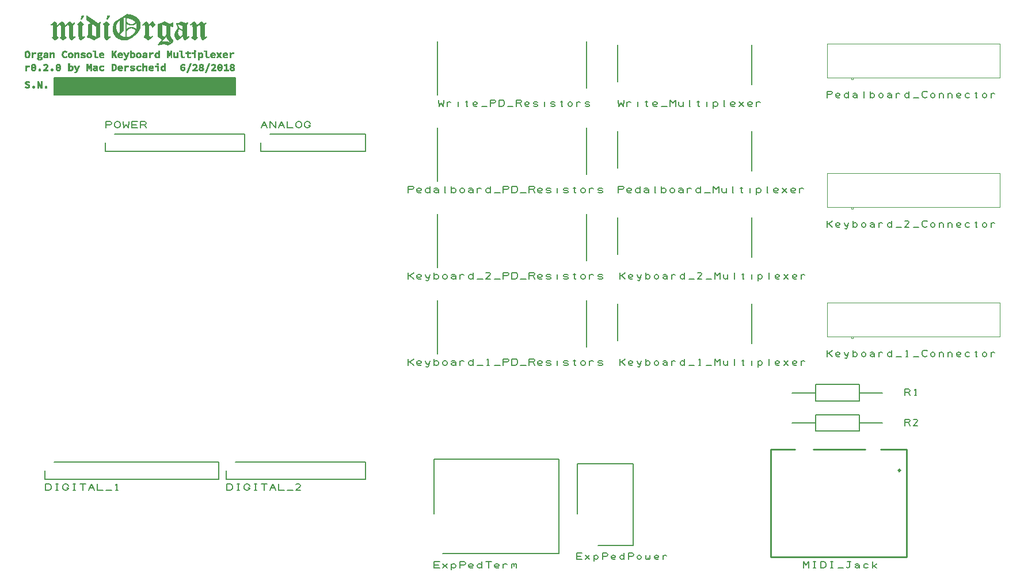
<source format=gbr>
G04 EasyPC Gerber Version 21.0.3 Build 4286 *
%FSLAX35Y35*%
%MOIN*%
%ADD14C,0.00100*%
%ADD13C,0.00394*%
%ADD11C,0.00500*%
%ADD10C,0.00600*%
%ADD12C,0.00787*%
%ADD15C,0.01000*%
X0Y0D02*
D02*
D10*
X351450Y156750D02*
Y135450D01*
Y206750D02*
Y185450D01*
Y256750D02*
Y235450D01*
Y306750D02*
Y285450D01*
X429050Y133750D02*
Y156750D01*
Y183750D02*
Y206750D01*
Y233750D02*
Y256750D01*
Y283750D02*
Y306750D01*
D02*
D11*
X20250Y48687D02*
Y52437D01*
X22125*
X22750Y52125*
X23063Y51813*
X23375Y51187*
Y49937*
X23063Y49313*
X22750Y49000*
X22125Y48687*
X20250*
X26187D02*
X27437D01*
X26813D02*
Y52437D01*
X26187D02*
X27437D01*
X32437Y50250D02*
X33375D01*
Y49937*
X33063Y49313*
X32750Y49000*
X32125Y48687*
X31500*
X30875Y49000*
X30563Y49313*
X30250Y49937*
Y51187*
X30563Y51813*
X30875Y52125*
X31500Y52437*
X32125*
X32750Y52125*
X33063Y51813*
X33375Y51187*
X36187Y48687D02*
X37437D01*
X36813D02*
Y52437D01*
X36187D02*
X37437D01*
X41813Y48687D02*
Y52437D01*
X40250D02*
X43375D01*
X45250Y48687D02*
X46813Y52437D01*
X48375Y48687*
X45875Y50250D02*
X47750D01*
X50250Y52437D02*
Y48687D01*
X53375*
X55250D02*
X58375D01*
X60875D02*
X62125D01*
X61500D02*
Y52437D01*
X60875Y51813*
X25250Y287750D02*
Y277750D01*
X130250*
Y287750*
X25250*
G36*
Y277750*
X130250*
Y287750*
X25250*
G37*
X55250Y258687D02*
Y262437D01*
X57437*
X58063Y262125*
X58375Y261500*
X58063Y260875*
X57437Y260563*
X55250*
X60250Y259937D02*
Y261187D01*
X60563Y261813*
X60875Y262125*
X61500Y262437*
X62125*
X62750Y262125*
X63063Y261813*
X63375Y261187*
Y259937*
X63063Y259313*
X62750Y259000*
X62125Y258687*
X61500*
X60875Y259000*
X60563Y259313*
X60250Y259937*
X65250Y262437D02*
X65563Y258687D01*
X66813Y260563*
X68063Y258687*
X68375Y262437*
X70250Y258687D02*
Y262437D01*
X73375*
X72750Y260563D02*
X70250D01*
Y258687D02*
X73375D01*
X75250D02*
Y262437D01*
X77437*
X78063Y262125*
X78375Y261500*
X78063Y260875*
X77437Y260563*
X75250*
X77437D02*
X78375Y258687D01*
X125250Y48687D02*
Y52437D01*
X127125*
X127750Y52125*
X128063Y51813*
X128375Y51187*
Y49937*
X128063Y49313*
X127750Y49000*
X127125Y48687*
X125250*
X131187D02*
X132437D01*
X131813D02*
Y52437D01*
X131187D02*
X132437D01*
X137437Y50250D02*
X138375D01*
Y49937*
X138063Y49313*
X137750Y49000*
X137125Y48687*
X136500*
X135875Y49000*
X135563Y49313*
X135250Y49937*
Y51187*
X135563Y51813*
X135875Y52125*
X136500Y52437*
X137125*
X137750Y52125*
X138063Y51813*
X138375Y51187*
X141187Y48687D02*
X142437D01*
X141813D02*
Y52437D01*
X141187D02*
X142437D01*
X146813Y48687D02*
Y52437D01*
X145250D02*
X148375D01*
X150250Y48687D02*
X151813Y52437D01*
X153375Y48687*
X150875Y50250D02*
X152750D01*
X155250Y52437D02*
Y48687D01*
X158375*
X160250D02*
X163375D01*
X167750D02*
X165250D01*
X167437Y50875*
X167750Y51500*
X167437Y52125*
X166813Y52437*
X165875*
X165250Y52125*
X145250Y258687D02*
X146813Y262437D01*
X148375Y258687*
X145875Y260250D02*
X147750D01*
X150250Y258687D02*
Y262437D01*
X153375Y258687*
Y262437*
X155250Y258687D02*
X156813Y262437D01*
X158375Y258687*
X155875Y260250D02*
X157750D01*
X160250Y262437D02*
Y258687D01*
X163375*
X165250Y259937D02*
Y261187D01*
X165563Y261813*
X165875Y262125*
X166500Y262437*
X167125*
X167750Y262125*
X168063Y261813*
X168375Y261187*
Y259937*
X168063Y259313*
X167750Y259000*
X167125Y258687*
X166500*
X165875Y259000*
X165563Y259313*
X165250Y259937*
X172437Y260250D02*
X173375D01*
Y259937*
X173063Y259313*
X172750Y259000*
X172125Y258687*
X171500*
X170875Y259000*
X170563Y259313*
X170250Y259937*
Y261187*
X170563Y261813*
X170875Y262125*
X171500Y262437*
X172125*
X172750Y262125*
X173063Y261813*
X173375Y261187*
X230250Y121187D02*
Y124937D01*
Y123063D02*
X231187D01*
X233375Y124937*
X231187Y123063D02*
X233375Y121187D01*
X237750Y121500D02*
X237437Y121187D01*
X236813*
X236187*
X235563Y121500*
X235250Y122125*
Y123063*
X235563Y123375*
X236187Y123687*
X236813*
X237437Y123375*
X237750Y123063*
Y122750*
X237437Y122437*
X236813Y122125*
X236187*
X235563Y122437*
X235250Y122750*
X240250Y123687D02*
X240563Y122437D01*
X241187Y121813*
X241813*
X242437Y122437*
X242750Y123687*
X242437Y122437D02*
X242125Y121187D01*
X241813Y120563*
X241187Y120250*
X240563Y120563*
X245250Y122125D02*
X245563Y121500D01*
X246187Y121187*
X246813*
X247437Y121500*
X247750Y122125*
Y122750*
X247437Y123375*
X246813Y123687*
X246187*
X245563Y123375*
X245250Y122750*
Y121187D02*
Y124937D01*
X250250Y122125D02*
X250563Y121500D01*
X251187Y121187*
X251813*
X252437Y121500*
X252750Y122125*
Y122750*
X252437Y123375*
X251813Y123687*
X251187*
X250563Y123375*
X250250Y122750*
Y122125*
X255250Y123375D02*
X255875Y123687D01*
X256813*
X257437Y123375*
X257750Y122750*
Y121813*
X257437Y121500*
X256813Y121187*
X256187*
X255563Y121500*
X255250Y121813*
Y122125*
X255563Y122437*
X256187Y122750*
X256813*
X257437Y122437*
X257750Y122125*
Y121813D02*
Y121187D01*
X260250D02*
Y123687D01*
Y122750D02*
X260563Y123375D01*
X261187Y123687*
X261813*
X262437Y123375*
X267750Y122750D02*
X267437Y123375D01*
X266813Y123687*
X266187*
X265563Y123375*
X265250Y122750*
Y122125*
X265563Y121500*
X266187Y121187*
X266813*
X267437Y121500*
X267750Y122125*
Y121187D02*
Y124937D01*
X270250Y121187D02*
X273375D01*
X275875D02*
X277125D01*
X276500D02*
Y124937D01*
X275875Y124313*
X280250Y121187D02*
X283375D01*
X285250D02*
Y124937D01*
X287437*
X288063Y124625*
X288375Y124000*
X288063Y123375*
X287437Y123063*
X285250*
X290250Y121187D02*
Y124937D01*
X292125*
X292750Y124625*
X293063Y124313*
X293375Y123687*
Y122437*
X293063Y121813*
X292750Y121500*
X292125Y121187*
X290250*
X295250D02*
X298375D01*
X300250D02*
Y124937D01*
X302437*
X303063Y124625*
X303375Y124000*
X303063Y123375*
X302437Y123063*
X300250*
X302437D02*
X303375Y121187D01*
X307750Y121500D02*
X307437Y121187D01*
X306813*
X306187*
X305563Y121500*
X305250Y122125*
Y123063*
X305563Y123375*
X306187Y123687*
X306813*
X307437Y123375*
X307750Y123063*
Y122750*
X307437Y122437*
X306813Y122125*
X306187*
X305563Y122437*
X305250Y122750*
X310250Y121500D02*
X310875Y121187D01*
X312125*
X312750Y121500*
Y122125*
X312125Y122437*
X310875*
X310250Y122750*
Y123375*
X310875Y123687*
X312125*
X312750Y123375*
X316500Y121187D02*
Y123687D01*
Y124625D02*
X320250Y121500*
X320875Y121187D01*
X322125*
X322750Y121500*
Y122125*
X322125Y122437*
X320875*
X320250Y122750*
Y123375*
X320875Y123687*
X322125*
X322750Y123375*
X325875Y123687D02*
X327125D01*
X326500Y124313D02*
Y121500D01*
X326813Y121187*
X327125*
X327437Y121500*
X330250Y122125D02*
X330563Y121500D01*
X331187Y121187*
X331813*
X332437Y121500*
X332750Y122125*
Y122750*
X332437Y123375*
X331813Y123687*
X331187*
X330563Y123375*
X330250Y122750*
Y122125*
X335250Y121187D02*
Y123687D01*
Y122750D02*
X335563Y123375D01*
X336187Y123687*
X336813*
X337437Y123375*
X340250Y121500D02*
X340875Y121187D01*
X342125*
X342750Y121500*
Y122125*
X342125Y122437*
X340875*
X340250Y122750*
Y123375*
X340875Y123687*
X342125*
X342750Y123375*
X230250Y171187D02*
Y174937D01*
Y173063D02*
X231187D01*
X233375Y174937*
X231187Y173063D02*
X233375Y171187D01*
X237750Y171500D02*
X237437Y171187D01*
X236813*
X236187*
X235563Y171500*
X235250Y172125*
Y173063*
X235563Y173375*
X236187Y173687*
X236813*
X237437Y173375*
X237750Y173063*
Y172750*
X237437Y172437*
X236813Y172125*
X236187*
X235563Y172437*
X235250Y172750*
X240250Y173687D02*
X240563Y172437D01*
X241187Y171813*
X241813*
X242437Y172437*
X242750Y173687*
X242437Y172437D02*
X242125Y171187D01*
X241813Y170563*
X241187Y170250*
X240563Y170563*
X245250Y172125D02*
X245563Y171500D01*
X246187Y171187*
X246813*
X247437Y171500*
X247750Y172125*
Y172750*
X247437Y173375*
X246813Y173687*
X246187*
X245563Y173375*
X245250Y172750*
Y171187D02*
Y174937D01*
X250250Y172125D02*
X250563Y171500D01*
X251187Y171187*
X251813*
X252437Y171500*
X252750Y172125*
Y172750*
X252437Y173375*
X251813Y173687*
X251187*
X250563Y173375*
X250250Y172750*
Y172125*
X255250Y173375D02*
X255875Y173687D01*
X256813*
X257437Y173375*
X257750Y172750*
Y171813*
X257437Y171500*
X256813Y171187*
X256187*
X255563Y171500*
X255250Y171813*
Y172125*
X255563Y172437*
X256187Y172750*
X256813*
X257437Y172437*
X257750Y172125*
Y171813D02*
Y171187D01*
X260250D02*
Y173687D01*
Y172750D02*
X260563Y173375D01*
X261187Y173687*
X261813*
X262437Y173375*
X267750Y172750D02*
X267437Y173375D01*
X266813Y173687*
X266187*
X265563Y173375*
X265250Y172750*
Y172125*
X265563Y171500*
X266187Y171187*
X266813*
X267437Y171500*
X267750Y172125*
Y171187D02*
Y174937D01*
X270250Y171187D02*
X273375D01*
X277750D02*
X275250D01*
X277437Y173375*
X277750Y174000*
X277437Y174625*
X276813Y174937*
X275875*
X275250Y174625*
X280250Y171187D02*
X283375D01*
X285250D02*
Y174937D01*
X287437*
X288063Y174625*
X288375Y174000*
X288063Y173375*
X287437Y173063*
X285250*
X290250Y171187D02*
Y174937D01*
X292125*
X292750Y174625*
X293063Y174313*
X293375Y173687*
Y172437*
X293063Y171813*
X292750Y171500*
X292125Y171187*
X290250*
X295250D02*
X298375D01*
X300250D02*
Y174937D01*
X302437*
X303063Y174625*
X303375Y174000*
X303063Y173375*
X302437Y173063*
X300250*
X302437D02*
X303375Y171187D01*
X307750Y171500D02*
X307437Y171187D01*
X306813*
X306187*
X305563Y171500*
X305250Y172125*
Y173063*
X305563Y173375*
X306187Y173687*
X306813*
X307437Y173375*
X307750Y173063*
Y172750*
X307437Y172437*
X306813Y172125*
X306187*
X305563Y172437*
X305250Y172750*
X310250Y171500D02*
X310875Y171187D01*
X312125*
X312750Y171500*
Y172125*
X312125Y172437*
X310875*
X310250Y172750*
Y173375*
X310875Y173687*
X312125*
X312750Y173375*
X316500Y171187D02*
Y173687D01*
Y174625D02*
X320250Y171500*
X320875Y171187D01*
X322125*
X322750Y171500*
Y172125*
X322125Y172437*
X320875*
X320250Y172750*
Y173375*
X320875Y173687*
X322125*
X322750Y173375*
X325875Y173687D02*
X327125D01*
X326500Y174313D02*
Y171500D01*
X326813Y171187*
X327125*
X327437Y171500*
X330250Y172125D02*
X330563Y171500D01*
X331187Y171187*
X331813*
X332437Y171500*
X332750Y172125*
Y172750*
X332437Y173375*
X331813Y173687*
X331187*
X330563Y173375*
X330250Y172750*
Y172125*
X335250Y171187D02*
Y173687D01*
Y172750D02*
X335563Y173375D01*
X336187Y173687*
X336813*
X337437Y173375*
X340250Y171500D02*
X340875Y171187D01*
X342125*
X342750Y171500*
Y172125*
X342125Y172437*
X340875*
X340250Y172750*
Y173375*
X340875Y173687*
X342125*
X342750Y173375*
X230250Y221187D02*
Y224937D01*
X232437*
X233063Y224625*
X233375Y224000*
X233063Y223375*
X232437Y223063*
X230250*
X237750Y221500D02*
X237437Y221187D01*
X236813*
X236187*
X235563Y221500*
X235250Y222125*
Y223063*
X235563Y223375*
X236187Y223687*
X236813*
X237437Y223375*
X237750Y223063*
Y222750*
X237437Y222437*
X236813Y222125*
X236187*
X235563Y222437*
X235250Y222750*
X242750D02*
X242437Y223375D01*
X241813Y223687*
X241187*
X240563Y223375*
X240250Y222750*
Y222125*
X240563Y221500*
X241187Y221187*
X241813*
X242437Y221500*
X242750Y222125*
Y221187D02*
Y224937D01*
X245250Y223375D02*
X245875Y223687D01*
X246813*
X247437Y223375*
X247750Y222750*
Y221813*
X247437Y221500*
X246813Y221187*
X246187*
X245563Y221500*
X245250Y221813*
Y222125*
X245563Y222437*
X246187Y222750*
X246813*
X247437Y222437*
X247750Y222125*
Y221813D02*
Y221187D01*
X251813D02*
X251500D01*
Y224937*
X255250Y222125D02*
X255563Y221500D01*
X256187Y221187*
X256813*
X257437Y221500*
X257750Y222125*
Y222750*
X257437Y223375*
X256813Y223687*
X256187*
X255563Y223375*
X255250Y222750*
Y221187D02*
Y224937D01*
X260250Y222125D02*
X260563Y221500D01*
X261187Y221187*
X261813*
X262437Y221500*
X262750Y222125*
Y222750*
X262437Y223375*
X261813Y223687*
X261187*
X260563Y223375*
X260250Y222750*
Y222125*
X265250Y223375D02*
X265875Y223687D01*
X266813*
X267437Y223375*
X267750Y222750*
Y221813*
X267437Y221500*
X266813Y221187*
X266187*
X265563Y221500*
X265250Y221813*
Y222125*
X265563Y222437*
X266187Y222750*
X266813*
X267437Y222437*
X267750Y222125*
Y221813D02*
Y221187D01*
X270250D02*
Y223687D01*
Y222750D02*
X270563Y223375D01*
X271187Y223687*
X271813*
X272437Y223375*
X277750Y222750D02*
X277437Y223375D01*
X276813Y223687*
X276187*
X275563Y223375*
X275250Y222750*
Y222125*
X275563Y221500*
X276187Y221187*
X276813*
X277437Y221500*
X277750Y222125*
Y221187D02*
Y224937D01*
X280250Y221187D02*
X283375D01*
X285250D02*
Y224937D01*
X287437*
X288063Y224625*
X288375Y224000*
X288063Y223375*
X287437Y223063*
X285250*
X290250Y221187D02*
Y224937D01*
X292125*
X292750Y224625*
X293063Y224313*
X293375Y223687*
Y222437*
X293063Y221813*
X292750Y221500*
X292125Y221187*
X290250*
X295250D02*
X298375D01*
X300250D02*
Y224937D01*
X302437*
X303063Y224625*
X303375Y224000*
X303063Y223375*
X302437Y223063*
X300250*
X302437D02*
X303375Y221187D01*
X307750Y221500D02*
X307437Y221187D01*
X306813*
X306187*
X305563Y221500*
X305250Y222125*
Y223063*
X305563Y223375*
X306187Y223687*
X306813*
X307437Y223375*
X307750Y223063*
Y222750*
X307437Y222437*
X306813Y222125*
X306187*
X305563Y222437*
X305250Y222750*
X310250Y221500D02*
X310875Y221187D01*
X312125*
X312750Y221500*
Y222125*
X312125Y222437*
X310875*
X310250Y222750*
Y223375*
X310875Y223687*
X312125*
X312750Y223375*
X316500Y221187D02*
Y223687D01*
Y224625D02*
X320250Y221500*
X320875Y221187D01*
X322125*
X322750Y221500*
Y222125*
X322125Y222437*
X320875*
X320250Y222750*
Y223375*
X320875Y223687*
X322125*
X322750Y223375*
X325875Y223687D02*
X327125D01*
X326500Y224313D02*
Y221500D01*
X326813Y221187*
X327125*
X327437Y221500*
X330250Y222125D02*
X330563Y221500D01*
X331187Y221187*
X331813*
X332437Y221500*
X332750Y222125*
Y222750*
X332437Y223375*
X331813Y223687*
X331187*
X330563Y223375*
X330250Y222750*
Y222125*
X335250Y221187D02*
Y223687D01*
Y222750D02*
X335563Y223375D01*
X336187Y223687*
X336813*
X337437Y223375*
X340250Y221500D02*
X340875Y221187D01*
X342125*
X342750Y221500*
Y222125*
X342125Y222437*
X340875*
X340250Y222750*
Y223375*
X340875Y223687*
X342125*
X342750Y223375*
X245250Y3687D02*
Y7437D01*
X248375*
X247750Y5563D02*
X245250D01*
Y3687D02*
X248375D01*
X250250D02*
X252750Y6187D01*
Y3687D02*
X250250Y6187D01*
X255250D02*
Y2750D01*
Y4625D02*
X255563Y4000D01*
X256187Y3687*
X256813*
X257437Y4000*
X257750Y4625*
Y5250*
X257437Y5875*
X256813Y6187*
X256187*
X255563Y5875*
X255250Y5250*
Y4625*
X260250Y3687D02*
Y7437D01*
X262437*
X263063Y7125*
X263375Y6500*
X263063Y5875*
X262437Y5563*
X260250*
X267750Y4000D02*
X267437Y3687D01*
X266813*
X266187*
X265563Y4000*
X265250Y4625*
Y5563*
X265563Y5875*
X266187Y6187*
X266813*
X267437Y5875*
X267750Y5563*
Y5250*
X267437Y4937*
X266813Y4625*
X266187*
X265563Y4937*
X265250Y5250*
X272750D02*
X272437Y5875D01*
X271813Y6187*
X271187*
X270563Y5875*
X270250Y5250*
Y4625*
X270563Y4000*
X271187Y3687*
X271813*
X272437Y4000*
X272750Y4625*
Y3687D02*
Y7437D01*
X276813Y3687D02*
Y7437D01*
X275250D02*
X278375D01*
X282750Y4000D02*
X282437Y3687D01*
X281813*
X281187*
X280563Y4000*
X280250Y4625*
Y5563*
X280563Y5875*
X281187Y6187*
X281813*
X282437Y5875*
X282750Y5563*
Y5250*
X282437Y4937*
X281813Y4625*
X281187*
X280563Y4937*
X280250Y5250*
X285250Y3687D02*
Y6187D01*
Y5250D02*
X285563Y5875D01*
X286187Y6187*
X286813*
X287437Y5875*
X290250Y3687D02*
Y6187D01*
Y5875D02*
X290563Y6187D01*
X291187*
X291500Y5875*
Y4937*
Y5875D02*
X291813Y6187D01*
X292437*
X292750Y5875*
Y3687*
X247750Y274937D02*
X248063Y271187D01*
X249313Y273063*
X250563Y271187*
X250875Y274937*
X252750Y271187D02*
Y273687D01*
Y272750D02*
X253063Y273375D01*
X253687Y273687*
X254313*
X254937Y273375*
X259000Y271187D02*
Y273687D01*
Y274625D02*
X263375Y273687*
X264625D01*
X264000Y274313D02*
Y271500D01*
X264313Y271187*
X264625*
X264937Y271500*
X270250D02*
X269937Y271187D01*
X269313*
X268687*
X268063Y271500*
X267750Y272125*
Y273063*
X268063Y273375*
X268687Y273687*
X269313*
X269937Y273375*
X270250Y273063*
Y272750*
X269937Y272437*
X269313Y272125*
X268687*
X268063Y272437*
X267750Y272750*
X272750Y271187D02*
X275875D01*
X277750D02*
Y274937D01*
X279937*
X280563Y274625*
X280875Y274000*
X280563Y273375*
X279937Y273063*
X277750*
X282750Y271187D02*
Y274937D01*
X284625*
X285250Y274625*
X285563Y274313*
X285875Y273687*
Y272437*
X285563Y271813*
X285250Y271500*
X284625Y271187*
X282750*
X287750D02*
X290875D01*
X292750D02*
Y274937D01*
X294937*
X295563Y274625*
X295875Y274000*
X295563Y273375*
X294937Y273063*
X292750*
X294937D02*
X295875Y271187D01*
X300250Y271500D02*
X299937Y271187D01*
X299313*
X298687*
X298063Y271500*
X297750Y272125*
Y273063*
X298063Y273375*
X298687Y273687*
X299313*
X299937Y273375*
X300250Y273063*
Y272750*
X299937Y272437*
X299313Y272125*
X298687*
X298063Y272437*
X297750Y272750*
X302750Y271500D02*
X303375Y271187D01*
X304625*
X305250Y271500*
Y272125*
X304625Y272437*
X303375*
X302750Y272750*
Y273375*
X303375Y273687*
X304625*
X305250Y273375*
X309000Y271187D02*
Y273687D01*
Y274625D02*
X312750Y271500*
X313375Y271187D01*
X314625*
X315250Y271500*
Y272125*
X314625Y272437*
X313375*
X312750Y272750*
Y273375*
X313375Y273687*
X314625*
X315250Y273375*
X318375Y273687D02*
X319625D01*
X319000Y274313D02*
Y271500D01*
X319313Y271187*
X319625*
X319937Y271500*
X322750Y272125D02*
X323063Y271500D01*
X323687Y271187*
X324313*
X324937Y271500*
X325250Y272125*
Y272750*
X324937Y273375*
X324313Y273687*
X323687*
X323063Y273375*
X322750Y272750*
Y272125*
X327750Y271187D02*
Y273687D01*
Y272750D02*
X328063Y273375D01*
X328687Y273687*
X329313*
X329937Y273375*
X332750Y271500D02*
X333375Y271187D01*
X334625*
X335250Y271500*
Y272125*
X334625Y272437*
X333375*
X332750Y272750*
Y273375*
X333375Y273687*
X334625*
X335250Y273375*
X327750Y8687D02*
Y12437D01*
X330875*
X330250Y10563D02*
X327750D01*
Y8687D02*
X330875D01*
X332750D02*
X335250Y11187D01*
Y8687D02*
X332750Y11187D01*
X337750D02*
Y7750D01*
Y9625D02*
X338063Y9000D01*
X338687Y8687*
X339313*
X339937Y9000*
X340250Y9625*
Y10250*
X339937Y10875*
X339313Y11187*
X338687*
X338063Y10875*
X337750Y10250*
Y9625*
X342750Y8687D02*
Y12437D01*
X344937*
X345563Y12125*
X345875Y11500*
X345563Y10875*
X344937Y10563*
X342750*
X350250Y9000D02*
X349937Y8687D01*
X349313*
X348687*
X348063Y9000*
X347750Y9625*
Y10563*
X348063Y10875*
X348687Y11187*
X349313*
X349937Y10875*
X350250Y10563*
Y10250*
X349937Y9937*
X349313Y9625*
X348687*
X348063Y9937*
X347750Y10250*
X355250D02*
X354937Y10875D01*
X354313Y11187*
X353687*
X353063Y10875*
X352750Y10250*
Y9625*
X353063Y9000*
X353687Y8687*
X354313*
X354937Y9000*
X355250Y9625*
Y8687D02*
Y12437D01*
X357750Y8687D02*
Y12437D01*
X359937*
X360563Y12125*
X360875Y11500*
X360563Y10875*
X359937Y10563*
X357750*
X362750Y9625D02*
X363063Y9000D01*
X363687Y8687*
X364313*
X364937Y9000*
X365250Y9625*
Y10250*
X364937Y10875*
X364313Y11187*
X363687*
X363063Y10875*
X362750Y10250*
Y9625*
X367750Y11187D02*
Y9000D01*
X368063Y8687*
X368687*
X369000Y9000*
Y9937*
Y9000D02*
X369313Y8687D01*
X369937*
X370250Y9000*
Y11187*
X375250Y9000D02*
X374937Y8687D01*
X374313*
X373687*
X373063Y9000*
X372750Y9625*
Y10563*
X373063Y10875*
X373687Y11187*
X374313*
X374937Y10875*
X375250Y10563*
Y10250*
X374937Y9937*
X374313Y9625*
X373687*
X373063Y9937*
X372750Y10250*
X377750Y8687D02*
Y11187D01*
Y10250D02*
X378063Y10875D01*
X378687Y11187*
X379313*
X379937Y10875*
X351950Y221187D02*
Y224937D01*
X354137*
X354763Y224625*
X355075Y224000*
X354763Y223375*
X354137Y223063*
X351950*
X359450Y221500D02*
X359137Y221187D01*
X358513*
X357887*
X357263Y221500*
X356950Y222125*
Y223063*
X357263Y223375*
X357887Y223687*
X358513*
X359137Y223375*
X359450Y223063*
Y222750*
X359137Y222437*
X358513Y222125*
X357887*
X357263Y222437*
X356950Y222750*
X364450D02*
X364137Y223375D01*
X363513Y223687*
X362887*
X362263Y223375*
X361950Y222750*
Y222125*
X362263Y221500*
X362887Y221187*
X363513*
X364137Y221500*
X364450Y222125*
Y221187D02*
Y224937D01*
X366950Y223375D02*
X367575Y223687D01*
X368513*
X369137Y223375*
X369450Y222750*
Y221813*
X369137Y221500*
X368513Y221187*
X367887*
X367263Y221500*
X366950Y221813*
Y222125*
X367263Y222437*
X367887Y222750*
X368513*
X369137Y222437*
X369450Y222125*
Y221813D02*
Y221187D01*
X373513D02*
X373200D01*
Y224937*
X376950Y222125D02*
X377263Y221500D01*
X377887Y221187*
X378513*
X379137Y221500*
X379450Y222125*
Y222750*
X379137Y223375*
X378513Y223687*
X377887*
X377263Y223375*
X376950Y222750*
Y221187D02*
Y224937D01*
X381950Y222125D02*
X382263Y221500D01*
X382887Y221187*
X383513*
X384137Y221500*
X384450Y222125*
Y222750*
X384137Y223375*
X383513Y223687*
X382887*
X382263Y223375*
X381950Y222750*
Y222125*
X386950Y223375D02*
X387575Y223687D01*
X388513*
X389137Y223375*
X389450Y222750*
Y221813*
X389137Y221500*
X388513Y221187*
X387887*
X387263Y221500*
X386950Y221813*
Y222125*
X387263Y222437*
X387887Y222750*
X388513*
X389137Y222437*
X389450Y222125*
Y221813D02*
Y221187D01*
X391950D02*
Y223687D01*
Y222750D02*
X392263Y223375D01*
X392887Y223687*
X393513*
X394137Y223375*
X399450Y222750D02*
X399137Y223375D01*
X398513Y223687*
X397887*
X397263Y223375*
X396950Y222750*
Y222125*
X397263Y221500*
X397887Y221187*
X398513*
X399137Y221500*
X399450Y222125*
Y221187D02*
Y224937D01*
X401950Y221187D02*
X405075D01*
X406950D02*
Y224937D01*
X408513Y223063*
X410075Y224937*
Y221187*
X411950Y223687D02*
Y222125D01*
X412263Y221500*
X412887Y221187*
X413513*
X414137Y221500*
X414450Y222125*
Y223687D02*
Y221187D01*
X418513D02*
X418200D01*
Y224937*
X422575Y223687D02*
X423825D01*
X423200Y224313D02*
Y221500D01*
X423513Y221187*
X423825*
X424137Y221500*
X428200Y221187D02*
Y223687D01*
Y224625D02*
X431950Y223687*
Y220250D01*
Y222125D02*
X432263Y221500D01*
X432887Y221187*
X433513*
X434137Y221500*
X434450Y222125*
Y222750*
X434137Y223375*
X433513Y223687*
X432887*
X432263Y223375*
X431950Y222750*
Y222125*
X438513Y221187D02*
X438200D01*
Y224937*
X444450Y221500D02*
X444137Y221187D01*
X443513*
X442887*
X442263Y221500*
X441950Y222125*
Y223063*
X442263Y223375*
X442887Y223687*
X443513*
X444137Y223375*
X444450Y223063*
Y222750*
X444137Y222437*
X443513Y222125*
X442887*
X442263Y222437*
X441950Y222750*
X446950Y221187D02*
X449450Y223687D01*
Y221187D02*
X446950Y223687D01*
X454450Y221500D02*
X454137Y221187D01*
X453513*
X452887*
X452263Y221500*
X451950Y222125*
Y223063*
X452263Y223375*
X452887Y223687*
X453513*
X454137Y223375*
X454450Y223063*
Y222750*
X454137Y222437*
X453513Y222125*
X452887*
X452263Y222437*
X451950Y222750*
X456950Y221187D02*
Y223687D01*
Y222750D02*
X457263Y223375D01*
X457887Y223687*
X458513*
X459137Y223375*
X351950Y274937D02*
X352263Y271187D01*
X353513Y273063*
X354763Y271187*
X355075Y274937*
X356950Y271187D02*
Y273687D01*
Y272750D02*
X357263Y273375D01*
X357887Y273687*
X358513*
X359137Y273375*
X363200Y271187D02*
Y273687D01*
Y274625D02*
X367575Y273687*
X368825D01*
X368200Y274313D02*
Y271500D01*
X368513Y271187*
X368825*
X369137Y271500*
X374450D02*
X374137Y271187D01*
X373513*
X372887*
X372263Y271500*
X371950Y272125*
Y273063*
X372263Y273375*
X372887Y273687*
X373513*
X374137Y273375*
X374450Y273063*
Y272750*
X374137Y272437*
X373513Y272125*
X372887*
X372263Y272437*
X371950Y272750*
X376950Y271187D02*
X380075D01*
X381950D02*
Y274937D01*
X383513Y273063*
X385075Y274937*
Y271187*
X386950Y273687D02*
Y272125D01*
X387263Y271500*
X387887Y271187*
X388513*
X389137Y271500*
X389450Y272125*
Y273687D02*
Y271187D01*
X393513D02*
X393200D01*
Y274937*
X397575Y273687D02*
X398825D01*
X398200Y274313D02*
Y271500D01*
X398513Y271187*
X398825*
X399137Y271500*
X403200Y271187D02*
Y273687D01*
Y274625D02*
X406950Y273687*
Y270250D01*
Y272125D02*
X407263Y271500D01*
X407887Y271187*
X408513*
X409137Y271500*
X409450Y272125*
Y272750*
X409137Y273375*
X408513Y273687*
X407887*
X407263Y273375*
X406950Y272750*
Y272125*
X413513Y271187D02*
X413200D01*
Y274937*
X419450Y271500D02*
X419137Y271187D01*
X418513*
X417887*
X417263Y271500*
X416950Y272125*
Y273063*
X417263Y273375*
X417887Y273687*
X418513*
X419137Y273375*
X419450Y273063*
Y272750*
X419137Y272437*
X418513Y272125*
X417887*
X417263Y272437*
X416950Y272750*
X421950Y271187D02*
X424450Y273687D01*
Y271187D02*
X421950Y273687D01*
X429450Y271500D02*
X429137Y271187D01*
X428513*
X427887*
X427263Y271500*
X426950Y272125*
Y273063*
X427263Y273375*
X427887Y273687*
X428513*
X429137Y273375*
X429450Y273063*
Y272750*
X429137Y272437*
X428513Y272125*
X427887*
X427263Y272437*
X426950Y272750*
X431950Y271187D02*
Y273687D01*
Y272750D02*
X432263Y273375D01*
X432887Y273687*
X433513*
X434137Y273375*
X352750Y121187D02*
Y124937D01*
Y123063D02*
X353687D01*
X355875Y124937*
X353687Y123063D02*
X355875Y121187D01*
X360250Y121500D02*
X359937Y121187D01*
X359313*
X358687*
X358063Y121500*
X357750Y122125*
Y123063*
X358063Y123375*
X358687Y123687*
X359313*
X359937Y123375*
X360250Y123063*
Y122750*
X359937Y122437*
X359313Y122125*
X358687*
X358063Y122437*
X357750Y122750*
X362750Y123687D02*
X363063Y122437D01*
X363687Y121813*
X364313*
X364937Y122437*
X365250Y123687*
X364937Y122437D02*
X364625Y121187D01*
X364313Y120563*
X363687Y120250*
X363063Y120563*
X367750Y122125D02*
X368063Y121500D01*
X368687Y121187*
X369313*
X369937Y121500*
X370250Y122125*
Y122750*
X369937Y123375*
X369313Y123687*
X368687*
X368063Y123375*
X367750Y122750*
Y121187D02*
Y124937D01*
X372750Y122125D02*
X373063Y121500D01*
X373687Y121187*
X374313*
X374937Y121500*
X375250Y122125*
Y122750*
X374937Y123375*
X374313Y123687*
X373687*
X373063Y123375*
X372750Y122750*
Y122125*
X377750Y123375D02*
X378375Y123687D01*
X379313*
X379937Y123375*
X380250Y122750*
Y121813*
X379937Y121500*
X379313Y121187*
X378687*
X378063Y121500*
X377750Y121813*
Y122125*
X378063Y122437*
X378687Y122750*
X379313*
X379937Y122437*
X380250Y122125*
Y121813D02*
Y121187D01*
X382750D02*
Y123687D01*
Y122750D02*
X383063Y123375D01*
X383687Y123687*
X384313*
X384937Y123375*
X390250Y122750D02*
X389937Y123375D01*
X389313Y123687*
X388687*
X388063Y123375*
X387750Y122750*
Y122125*
X388063Y121500*
X388687Y121187*
X389313*
X389937Y121500*
X390250Y122125*
Y121187D02*
Y124937D01*
X392750Y121187D02*
X395875D01*
X398375D02*
X399625D01*
X399000D02*
Y124937D01*
X398375Y124313*
X402750Y121187D02*
X405875D01*
X407750D02*
Y124937D01*
X409313Y123063*
X410875Y124937*
Y121187*
X412750Y123687D02*
Y122125D01*
X413063Y121500*
X413687Y121187*
X414313*
X414937Y121500*
X415250Y122125*
Y123687D02*
Y121187D01*
X419313D02*
X419000D01*
Y124937*
X423375Y123687D02*
X424625D01*
X424000Y124313D02*
Y121500D01*
X424313Y121187*
X424625*
X424937Y121500*
X429000Y121187D02*
Y123687D01*
Y124625D02*
X432750Y123687*
Y120250D01*
Y122125D02*
X433063Y121500D01*
X433687Y121187*
X434313*
X434937Y121500*
X435250Y122125*
Y122750*
X434937Y123375*
X434313Y123687*
X433687*
X433063Y123375*
X432750Y122750*
Y122125*
X439313Y121187D02*
X439000D01*
Y124937*
X445250Y121500D02*
X444937Y121187D01*
X444313*
X443687*
X443063Y121500*
X442750Y122125*
Y123063*
X443063Y123375*
X443687Y123687*
X444313*
X444937Y123375*
X445250Y123063*
Y122750*
X444937Y122437*
X444313Y122125*
X443687*
X443063Y122437*
X442750Y122750*
X447750Y121187D02*
X450250Y123687D01*
Y121187D02*
X447750Y123687D01*
X455250Y121500D02*
X454937Y121187D01*
X454313*
X453687*
X453063Y121500*
X452750Y122125*
Y123063*
X453063Y123375*
X453687Y123687*
X454313*
X454937Y123375*
X455250Y123063*
Y122750*
X454937Y122437*
X454313Y122125*
X453687*
X453063Y122437*
X452750Y122750*
X457750Y121187D02*
Y123687D01*
Y122750D02*
X458063Y123375D01*
X458687Y123687*
X459313*
X459937Y123375*
X352750Y171187D02*
Y174937D01*
Y173063D02*
X353687D01*
X355875Y174937*
X353687Y173063D02*
X355875Y171187D01*
X360250Y171500D02*
X359937Y171187D01*
X359313*
X358687*
X358063Y171500*
X357750Y172125*
Y173063*
X358063Y173375*
X358687Y173687*
X359313*
X359937Y173375*
X360250Y173063*
Y172750*
X359937Y172437*
X359313Y172125*
X358687*
X358063Y172437*
X357750Y172750*
X362750Y173687D02*
X363063Y172437D01*
X363687Y171813*
X364313*
X364937Y172437*
X365250Y173687*
X364937Y172437D02*
X364625Y171187D01*
X364313Y170563*
X363687Y170250*
X363063Y170563*
X367750Y172125D02*
X368063Y171500D01*
X368687Y171187*
X369313*
X369937Y171500*
X370250Y172125*
Y172750*
X369937Y173375*
X369313Y173687*
X368687*
X368063Y173375*
X367750Y172750*
Y171187D02*
Y174937D01*
X372750Y172125D02*
X373063Y171500D01*
X373687Y171187*
X374313*
X374937Y171500*
X375250Y172125*
Y172750*
X374937Y173375*
X374313Y173687*
X373687*
X373063Y173375*
X372750Y172750*
Y172125*
X377750Y173375D02*
X378375Y173687D01*
X379313*
X379937Y173375*
X380250Y172750*
Y171813*
X379937Y171500*
X379313Y171187*
X378687*
X378063Y171500*
X377750Y171813*
Y172125*
X378063Y172437*
X378687Y172750*
X379313*
X379937Y172437*
X380250Y172125*
Y171813D02*
Y171187D01*
X382750D02*
Y173687D01*
Y172750D02*
X383063Y173375D01*
X383687Y173687*
X384313*
X384937Y173375*
X390250Y172750D02*
X389937Y173375D01*
X389313Y173687*
X388687*
X388063Y173375*
X387750Y172750*
Y172125*
X388063Y171500*
X388687Y171187*
X389313*
X389937Y171500*
X390250Y172125*
Y171187D02*
Y174937D01*
X392750Y171187D02*
X395875D01*
X400250D02*
X397750D01*
X399937Y173375*
X400250Y174000*
X399937Y174625*
X399313Y174937*
X398375*
X397750Y174625*
X402750Y171187D02*
X405875D01*
X407750D02*
Y174937D01*
X409313Y173063*
X410875Y174937*
Y171187*
X412750Y173687D02*
Y172125D01*
X413063Y171500*
X413687Y171187*
X414313*
X414937Y171500*
X415250Y172125*
Y173687D02*
Y171187D01*
X419313D02*
X419000D01*
Y174937*
X423375Y173687D02*
X424625D01*
X424000Y174313D02*
Y171500D01*
X424313Y171187*
X424625*
X424937Y171500*
X429000Y171187D02*
Y173687D01*
Y174625D02*
X432750Y173687*
Y170250D01*
Y172125D02*
X433063Y171500D01*
X433687Y171187*
X434313*
X434937Y171500*
X435250Y172125*
Y172750*
X434937Y173375*
X434313Y173687*
X433687*
X433063Y173375*
X432750Y172750*
Y172125*
X439313Y171187D02*
X439000D01*
Y174937*
X445250Y171500D02*
X444937Y171187D01*
X444313*
X443687*
X443063Y171500*
X442750Y172125*
Y173063*
X443063Y173375*
X443687Y173687*
X444313*
X444937Y173375*
X445250Y173063*
Y172750*
X444937Y172437*
X444313Y172125*
X443687*
X443063Y172437*
X442750Y172750*
X447750Y171187D02*
X450250Y173687D01*
Y171187D02*
X447750Y173687D01*
X455250Y171500D02*
X454937Y171187D01*
X454313*
X453687*
X453063Y171500*
X452750Y172125*
Y173063*
X453063Y173375*
X453687Y173687*
X454313*
X454937Y173375*
X455250Y173063*
Y172750*
X454937Y172437*
X454313Y172125*
X453687*
X453063Y172437*
X452750Y172750*
X457750Y171187D02*
Y173687D01*
Y172750D02*
X458063Y173375D01*
X458687Y173687*
X459313*
X459937Y173375*
X459000Y3687D02*
Y7437D01*
X460563Y5563*
X462125Y7437*
Y3687*
X464937D02*
X466187D01*
X465563D02*
Y7437D01*
X464937D02*
X466187D01*
X469000Y3687D02*
Y7437D01*
X470875*
X471500Y7125*
X471813Y6813*
X472125Y6187*
Y4937*
X471813Y4313*
X471500Y4000*
X470875Y3687*
X469000*
X474937D02*
X476187D01*
X475563D02*
Y7437D01*
X474937D02*
X476187D01*
X479000Y3687D02*
X482125D01*
X484000Y4313D02*
X484313Y4000D01*
X484937Y3687*
X485563Y4000*
X485875Y4313*
Y7437*
X486500*
X485875D02*
X484625D01*
X489000Y5875D02*
X489625Y6187D01*
X490563*
X491187Y5875*
X491500Y5250*
Y4313*
X491187Y4000*
X490563Y3687*
X489937*
X489313Y4000*
X489000Y4313*
Y4625*
X489313Y4937*
X489937Y5250*
X490563*
X491187Y4937*
X491500Y4625*
Y4313D02*
Y3687D01*
X496500Y5875D02*
X495875Y6187D01*
X494937*
X494313Y5875*
X494000Y5250*
Y4625*
X494313Y4000*
X494937Y3687*
X495875*
X496500Y4000*
X499000Y3687D02*
Y7437D01*
Y4937D02*
X499937D01*
X501500Y6187*
X499937Y4937D02*
X501500Y3687D01*
X472750Y126187D02*
Y129937D01*
Y128063D02*
X473687D01*
X475875Y129937*
X473687Y128063D02*
X475875Y126187D01*
X480250Y126500D02*
X479937Y126187D01*
X479313*
X478687*
X478063Y126500*
X477750Y127125*
Y128063*
X478063Y128375*
X478687Y128687*
X479313*
X479937Y128375*
X480250Y128063*
Y127750*
X479937Y127437*
X479313Y127125*
X478687*
X478063Y127437*
X477750Y127750*
X482750Y128687D02*
X483063Y127437D01*
X483687Y126813*
X484313*
X484937Y127437*
X485250Y128687*
X484937Y127437D02*
X484625Y126187D01*
X484313Y125563*
X483687Y125250*
X483063Y125563*
X487750Y127125D02*
X488063Y126500D01*
X488687Y126187*
X489313*
X489937Y126500*
X490250Y127125*
Y127750*
X489937Y128375*
X489313Y128687*
X488687*
X488063Y128375*
X487750Y127750*
Y126187D02*
Y129937D01*
X492750Y127125D02*
X493063Y126500D01*
X493687Y126187*
X494313*
X494937Y126500*
X495250Y127125*
Y127750*
X494937Y128375*
X494313Y128687*
X493687*
X493063Y128375*
X492750Y127750*
Y127125*
X497750Y128375D02*
X498375Y128687D01*
X499313*
X499937Y128375*
X500250Y127750*
Y126813*
X499937Y126500*
X499313Y126187*
X498687*
X498063Y126500*
X497750Y126813*
Y127125*
X498063Y127437*
X498687Y127750*
X499313*
X499937Y127437*
X500250Y127125*
Y126813D02*
Y126187D01*
X502750D02*
Y128687D01*
Y127750D02*
X503063Y128375D01*
X503687Y128687*
X504313*
X504937Y128375*
X510250Y127750D02*
X509937Y128375D01*
X509313Y128687*
X508687*
X508063Y128375*
X507750Y127750*
Y127125*
X508063Y126500*
X508687Y126187*
X509313*
X509937Y126500*
X510250Y127125*
Y126187D02*
Y129937D01*
X512750Y126187D02*
X515875D01*
X518375D02*
X519625D01*
X519000D02*
Y129937D01*
X518375Y129313*
X522750Y126187D02*
X525875D01*
X530875Y126813D02*
X530563Y126500D01*
X529937Y126187*
X529000*
X528375Y126500*
X528063Y126813*
X527750Y127437*
Y128687*
X528063Y129313*
X528375Y129625*
X529000Y129937*
X529937*
X530563Y129625*
X530875Y129313*
X532750Y127125D02*
X533063Y126500D01*
X533687Y126187*
X534313*
X534937Y126500*
X535250Y127125*
Y127750*
X534937Y128375*
X534313Y128687*
X533687*
X533063Y128375*
X532750Y127750*
Y127125*
X537750Y126187D02*
Y128687D01*
Y127750D02*
X538063Y128375D01*
X538687Y128687*
X539313*
X539937Y128375*
X540250Y127750*
Y126187*
X542750D02*
Y128687D01*
Y127750D02*
X543063Y128375D01*
X543687Y128687*
X544313*
X544937Y128375*
X545250Y127750*
Y126187*
X550250Y126500D02*
X549937Y126187D01*
X549313*
X548687*
X548063Y126500*
X547750Y127125*
Y128063*
X548063Y128375*
X548687Y128687*
X549313*
X549937Y128375*
X550250Y128063*
Y127750*
X549937Y127437*
X549313Y127125*
X548687*
X548063Y127437*
X547750Y127750*
X555250Y128375D02*
X554625Y128687D01*
X553687*
X553063Y128375*
X552750Y127750*
Y127125*
X553063Y126500*
X553687Y126187*
X554625*
X555250Y126500*
X558375Y128687D02*
X559625D01*
X559000Y129313D02*
Y126500D01*
X559313Y126187*
X559625*
X559937Y126500*
X562750Y127125D02*
X563063Y126500D01*
X563687Y126187*
X564313*
X564937Y126500*
X565250Y127125*
Y127750*
X564937Y128375*
X564313Y128687*
X563687*
X563063Y128375*
X562750Y127750*
Y127125*
X567750Y126187D02*
Y128687D01*
Y127750D02*
X568063Y128375D01*
X568687Y128687*
X569313*
X569937Y128375*
X472750Y201187D02*
Y204937D01*
Y203063D02*
X473687D01*
X475875Y204937*
X473687Y203063D02*
X475875Y201187D01*
X480250Y201500D02*
X479937Y201187D01*
X479313*
X478687*
X478063Y201500*
X477750Y202125*
Y203063*
X478063Y203375*
X478687Y203687*
X479313*
X479937Y203375*
X480250Y203063*
Y202750*
X479937Y202437*
X479313Y202125*
X478687*
X478063Y202437*
X477750Y202750*
X482750Y203687D02*
X483063Y202437D01*
X483687Y201813*
X484313*
X484937Y202437*
X485250Y203687*
X484937Y202437D02*
X484625Y201187D01*
X484313Y200563*
X483687Y200250*
X483063Y200563*
X487750Y202125D02*
X488063Y201500D01*
X488687Y201187*
X489313*
X489937Y201500*
X490250Y202125*
Y202750*
X489937Y203375*
X489313Y203687*
X488687*
X488063Y203375*
X487750Y202750*
Y201187D02*
Y204937D01*
X492750Y202125D02*
X493063Y201500D01*
X493687Y201187*
X494313*
X494937Y201500*
X495250Y202125*
Y202750*
X494937Y203375*
X494313Y203687*
X493687*
X493063Y203375*
X492750Y202750*
Y202125*
X497750Y203375D02*
X498375Y203687D01*
X499313*
X499937Y203375*
X500250Y202750*
Y201813*
X499937Y201500*
X499313Y201187*
X498687*
X498063Y201500*
X497750Y201813*
Y202125*
X498063Y202437*
X498687Y202750*
X499313*
X499937Y202437*
X500250Y202125*
Y201813D02*
Y201187D01*
X502750D02*
Y203687D01*
Y202750D02*
X503063Y203375D01*
X503687Y203687*
X504313*
X504937Y203375*
X510250Y202750D02*
X509937Y203375D01*
X509313Y203687*
X508687*
X508063Y203375*
X507750Y202750*
Y202125*
X508063Y201500*
X508687Y201187*
X509313*
X509937Y201500*
X510250Y202125*
Y201187D02*
Y204937D01*
X512750Y201187D02*
X515875D01*
X520250D02*
X517750D01*
X519937Y203375*
X520250Y204000*
X519937Y204625*
X519313Y204937*
X518375*
X517750Y204625*
X522750Y201187D02*
X525875D01*
X530875Y201813D02*
X530563Y201500D01*
X529937Y201187*
X529000*
X528375Y201500*
X528063Y201813*
X527750Y202437*
Y203687*
X528063Y204313*
X528375Y204625*
X529000Y204937*
X529937*
X530563Y204625*
X530875Y204313*
X532750Y202125D02*
X533063Y201500D01*
X533687Y201187*
X534313*
X534937Y201500*
X535250Y202125*
Y202750*
X534937Y203375*
X534313Y203687*
X533687*
X533063Y203375*
X532750Y202750*
Y202125*
X537750Y201187D02*
Y203687D01*
Y202750D02*
X538063Y203375D01*
X538687Y203687*
X539313*
X539937Y203375*
X540250Y202750*
Y201187*
X542750D02*
Y203687D01*
Y202750D02*
X543063Y203375D01*
X543687Y203687*
X544313*
X544937Y203375*
X545250Y202750*
Y201187*
X550250Y201500D02*
X549937Y201187D01*
X549313*
X548687*
X548063Y201500*
X547750Y202125*
Y203063*
X548063Y203375*
X548687Y203687*
X549313*
X549937Y203375*
X550250Y203063*
Y202750*
X549937Y202437*
X549313Y202125*
X548687*
X548063Y202437*
X547750Y202750*
X555250Y203375D02*
X554625Y203687D01*
X553687*
X553063Y203375*
X552750Y202750*
Y202125*
X553063Y201500*
X553687Y201187*
X554625*
X555250Y201500*
X558375Y203687D02*
X559625D01*
X559000Y204313D02*
Y201500D01*
X559313Y201187*
X559625*
X559937Y201500*
X562750Y202125D02*
X563063Y201500D01*
X563687Y201187*
X564313*
X564937Y201500*
X565250Y202125*
Y202750*
X564937Y203375*
X564313Y203687*
X563687*
X563063Y203375*
X562750Y202750*
Y202125*
X567750Y201187D02*
Y203687D01*
Y202750D02*
X568063Y203375D01*
X568687Y203687*
X569313*
X569937Y203375*
X472750Y276187D02*
Y279937D01*
X474937*
X475563Y279625*
X475875Y279000*
X475563Y278375*
X474937Y278063*
X472750*
X480250Y276500D02*
X479937Y276187D01*
X479313*
X478687*
X478063Y276500*
X477750Y277125*
Y278063*
X478063Y278375*
X478687Y278687*
X479313*
X479937Y278375*
X480250Y278063*
Y277750*
X479937Y277437*
X479313Y277125*
X478687*
X478063Y277437*
X477750Y277750*
X485250D02*
X484937Y278375D01*
X484313Y278687*
X483687*
X483063Y278375*
X482750Y277750*
Y277125*
X483063Y276500*
X483687Y276187*
X484313*
X484937Y276500*
X485250Y277125*
Y276187D02*
Y279937D01*
X487750Y278375D02*
X488375Y278687D01*
X489313*
X489937Y278375*
X490250Y277750*
Y276813*
X489937Y276500*
X489313Y276187*
X488687*
X488063Y276500*
X487750Y276813*
Y277125*
X488063Y277437*
X488687Y277750*
X489313*
X489937Y277437*
X490250Y277125*
Y276813D02*
Y276187D01*
X494313D02*
X494000D01*
Y279937*
X497750Y277125D02*
X498063Y276500D01*
X498687Y276187*
X499313*
X499937Y276500*
X500250Y277125*
Y277750*
X499937Y278375*
X499313Y278687*
X498687*
X498063Y278375*
X497750Y277750*
Y276187D02*
Y279937D01*
X502750Y277125D02*
X503063Y276500D01*
X503687Y276187*
X504313*
X504937Y276500*
X505250Y277125*
Y277750*
X504937Y278375*
X504313Y278687*
X503687*
X503063Y278375*
X502750Y277750*
Y277125*
X507750Y278375D02*
X508375Y278687D01*
X509313*
X509937Y278375*
X510250Y277750*
Y276813*
X509937Y276500*
X509313Y276187*
X508687*
X508063Y276500*
X507750Y276813*
Y277125*
X508063Y277437*
X508687Y277750*
X509313*
X509937Y277437*
X510250Y277125*
Y276813D02*
Y276187D01*
X512750D02*
Y278687D01*
Y277750D02*
X513063Y278375D01*
X513687Y278687*
X514313*
X514937Y278375*
X520250Y277750D02*
X519937Y278375D01*
X519313Y278687*
X518687*
X518063Y278375*
X517750Y277750*
Y277125*
X518063Y276500*
X518687Y276187*
X519313*
X519937Y276500*
X520250Y277125*
Y276187D02*
Y279937D01*
X522750Y276187D02*
X525875D01*
X530875Y276813D02*
X530563Y276500D01*
X529937Y276187*
X529000*
X528375Y276500*
X528063Y276813*
X527750Y277437*
Y278687*
X528063Y279313*
X528375Y279625*
X529000Y279937*
X529937*
X530563Y279625*
X530875Y279313*
X532750Y277125D02*
X533063Y276500D01*
X533687Y276187*
X534313*
X534937Y276500*
X535250Y277125*
Y277750*
X534937Y278375*
X534313Y278687*
X533687*
X533063Y278375*
X532750Y277750*
Y277125*
X537750Y276187D02*
Y278687D01*
Y277750D02*
X538063Y278375D01*
X538687Y278687*
X539313*
X539937Y278375*
X540250Y277750*
Y276187*
X542750D02*
Y278687D01*
Y277750D02*
X543063Y278375D01*
X543687Y278687*
X544313*
X544937Y278375*
X545250Y277750*
Y276187*
X550250Y276500D02*
X549937Y276187D01*
X549313*
X548687*
X548063Y276500*
X547750Y277125*
Y278063*
X548063Y278375*
X548687Y278687*
X549313*
X549937Y278375*
X550250Y278063*
Y277750*
X549937Y277437*
X549313Y277125*
X548687*
X548063Y277437*
X547750Y277750*
X555250Y278375D02*
X554625Y278687D01*
X553687*
X553063Y278375*
X552750Y277750*
Y277125*
X553063Y276500*
X553687Y276187*
X554625*
X555250Y276500*
X558375Y278687D02*
X559625D01*
X559000Y279313D02*
Y276500D01*
X559313Y276187*
X559625*
X559937Y276500*
X562750Y277125D02*
X563063Y276500D01*
X563687Y276187*
X564313*
X564937Y276500*
X565250Y277125*
Y277750*
X564937Y278375*
X564313Y278687*
X563687*
X563063Y278375*
X562750Y277750*
Y277125*
X567750Y276187D02*
Y278687D01*
Y277750D02*
X568063Y278375D01*
X568687Y278687*
X569313*
X569937Y278375*
X517750Y86187D02*
Y89937D01*
X519937*
X520563Y89625*
X520875Y89000*
X520563Y88375*
X519937Y88063*
X517750*
X519937D02*
X520875Y86187D01*
X525250D02*
X522750D01*
X524937Y88375*
X525250Y89000*
X524937Y89625*
X524313Y89937*
X523375*
X522750Y89625*
X517750Y103687D02*
Y107437D01*
X519937*
X520563Y107125*
X520875Y106500*
X520563Y105875*
X519937Y105563*
X517750*
X519937D02*
X520875Y103687D01*
X523375D02*
X524625D01*
X524000D02*
Y107437D01*
X523375Y106813*
D02*
D12*
X19856Y60250D02*
Y55250D01*
X120644*
Y65250*
X25250*
X54856Y250250D02*
Y245250D01*
X135644*
Y255250*
X60250*
X124856Y60250D02*
Y55250D01*
X205644*
Y65250*
X130250*
X144856Y250250D02*
Y245250D01*
X205644*
Y255250*
X150250*
X247002Y127616D02*
Y158656D01*
Y177616D02*
Y208656D01*
Y227616D02*
Y258656D01*
Y277616D02*
Y308656D01*
X250250Y12140D02*
X317533D01*
Y66864*
X245329*
Y35250*
X333498Y131844D02*
Y158656D01*
Y181844D02*
Y208656D01*
Y231844D02*
Y258656D01*
Y281844D02*
Y308656D01*
X340250Y16750D02*
X360550D01*
Y63950*
X328050*
Y35250*
X466108Y87750D02*
X452620D01*
X466108Y105250D02*
X452620D01*
X491400Y83026D02*
X466108D01*
Y92474*
X491400*
Y83026*
Y100526D02*
X466108D01*
Y109974*
X491400*
Y100526*
X504888Y87750D02*
X491400D01*
X504888Y105250D02*
X491400D01*
D02*
D13*
X472829Y157593D02*
X572671D01*
Y137907*
X472829*
Y157593*
Y232593D02*
X572671D01*
Y212907*
X472829*
Y232593*
Y307593D02*
X572671D01*
Y287907*
X472829*
Y307593*
X486852Y137754D02*
X487841D01*
Y136738*
X486852*
Y137754*
Y212754D02*
X487841D01*
Y211738*
X486852*
Y212754*
Y287754D02*
X487841D01*
Y286738*
X486852*
Y287754*
D02*
D14*
X9552Y281806D02*
X9449Y281810D01*
X9347Y281817*
X9248Y281828*
X9149Y281847*
X9050Y281865*
X8955Y281891*
X8859Y281924*
X8765Y281957*
X8673Y281997*
X8581Y282041*
X8493Y282085*
X8409Y282136*
X8329Y282191*
X8248Y282250*
X8171Y282315*
X8094Y282381*
X8501Y282850*
X8614Y282759*
X8739Y282674*
X8867Y282597*
X9002Y282531*
X9072Y282502*
X9145Y282480*
X9219Y282458*
X9292Y282440*
X9365Y282429*
X9442Y282418*
X9515Y282411*
X9592*
X9676*
X9753Y282418*
X9826Y282429*
X9893Y282444*
X9955Y282462*
X10013Y282484*
X10065Y282509*
X10112Y282543*
X10156Y282576*
X10189Y282612*
X10222Y282652*
X10248Y282693*
X10266Y282737*
X10281Y282781*
X10288Y282832*
X10291Y282883*
X10288Y282945*
X10281Y283000*
X10266Y283052*
X10244Y283099*
X10218Y283139*
X10185Y283180*
X10149Y283216*
X10108Y283253*
X10065Y283282*
X10013Y283315*
X9958Y283344*
X9900Y283370*
X9772Y283425*
X9636Y283483*
X9105Y283718*
X9028Y283747*
X8951Y283784*
X8874Y283824*
X8801Y283865*
X8728Y283912*
X8658Y283963*
X8592Y284019*
X8530Y284081*
X8475Y284146*
X8424Y284216*
X8380Y284293*
X8340Y284374*
X8310Y284458*
X8288Y284553*
X8274Y284652*
X8270Y284754*
X8274Y284868*
X8296Y284978*
X8325Y285084*
X8369Y285187*
X8428Y285285*
X8490Y285373*
X8567Y285457*
X8651Y285534*
X8746Y285607*
X8849Y285670*
X8959Y285721*
X9076Y285769*
X9204Y285806*
X9339Y285831*
X9478Y285846*
X9625Y285853*
X9713Y285849*
X9801Y285846*
X9889Y285835*
X9973Y285820*
X10057Y285798*
X10141Y285776*
X10226Y285750*
X10306Y285718*
X10464Y285644*
X10610Y285560*
X10749Y285465*
X10878Y285359*
X10519Y284915*
X10420Y284989*
X10317Y285055*
X10211Y285109*
X10105Y285161*
X9991Y285201*
X9867Y285227*
X9731Y285245*
X9588Y285249*
X9519*
X9453Y285241*
X9394Y285234*
X9336Y285219*
X9281Y285205*
X9230Y285183*
X9182Y285157*
X9138Y285131*
X9098Y285099*
X9061Y285066*
X9032Y285025*
X9010Y284985*
X8991Y284941*
X8977Y284894*
X8969Y284846*
X8966Y284791*
X8969Y284736*
X8980Y284685*
X8999Y284637*
X9021Y284597*
X9050Y284557*
X9083Y284520*
X9123Y284487*
X9167Y284454*
X9215Y284425*
X9266Y284396*
X9321Y284366*
X9383Y284344*
X9508Y284293*
X9636Y284242*
X10149Y284022*
X10240Y283985*
X10324Y283945*
X10409Y283901*
X10489Y283854*
X10563Y283806*
X10632Y283751*
X10698Y283693*
X10757Y283634*
X10811Y283568*
X10859Y283498*
X10900Y283425*
X10932Y283344*
X10962Y283260*
X10980Y283169*
X10991Y283070*
X10994Y282964*
X10987Y282846*
X10969Y282733*
X10940Y282623*
X10896Y282517*
X10841Y282418*
X10779Y282323*
X10702Y282231*
X10614Y282151*
X10515Y282078*
X10409Y282008*
X10288Y281949*
X10160Y281902*
X10020Y281861*
X9874Y281832*
X9717Y281814*
X9552Y281806*
X13122D02*
X13060Y281810D01*
X12998Y281817*
X12943Y281832*
X12888Y281850*
X12837Y281876*
X12785Y281902*
X12741Y281938*
X12698Y281978*
X12657Y282022*
X12624Y282070*
X12595Y282118*
X12573Y282172*
X12555Y282228*
X12540Y282286*
X12533Y282345*
X12529Y282411*
X12533Y282473*
X12540Y282535*
X12555Y282594*
X12573Y282649*
X12595Y282704*
X12624Y282751*
X12657Y282799*
X12698Y282843*
X12741Y282883*
X12785Y282916*
X12837Y282945*
X12888Y282971*
X12943Y282989*
X12998Y283004*
X13060Y283011*
X13122*
X13185*
X13243Y283004*
X13302Y282989*
X13357Y282971*
X13408Y282945*
X13456Y282916*
X13503Y282883*
X13543Y282843*
X13584Y282799*
X13617Y282751*
X13646Y282704*
X13672Y282649*
X13690Y282594*
X13701Y282535*
X13708Y282473*
X13712Y282411*
X13708Y282345*
X13701Y282286*
X13690Y282228*
X13672Y282172*
X13646Y282118*
X13617Y282070*
X13584Y282022*
X13543Y281978*
X13503Y281938*
X13456Y281902*
X13408Y281876*
X13357Y281850*
X13302Y281832*
X13243Y281817*
X13185Y281810*
X13122Y281806*
X15356Y281880D02*
Y285780D01*
X16081*
X17114Y283590*
X17466Y282755*
X17484*
X17473Y282912*
X17458Y283070*
X17444Y283238*
X17425Y283410*
X17411Y283583*
X17400Y283755*
X17393Y283919*
X17389Y284088*
Y285780*
X18052*
Y281880*
X17323*
X16290Y284073*
X15939Y284905*
X15920*
X15950Y284582*
X15982Y284249*
X15997Y284084*
X16008Y283916*
X16015Y283751*
Y283586*
Y281880*
X15356*
X20285Y281806D02*
X20223Y281810D01*
X20161Y281817*
X20106Y281832*
X20051Y281850*
X20000Y281876*
X19948Y281902*
X19905Y281938*
X19861Y281978*
X19820Y282022*
X19787Y282070*
X19758Y282118*
X19736Y282172*
X19718Y282228*
X19703Y282286*
X19696Y282345*
X19692Y282411*
X19696Y282473*
X19703Y282535*
X19718Y282594*
X19736Y282649*
X19758Y282704*
X19787Y282751*
X19820Y282799*
X19861Y282843*
X19905Y282883*
X19948Y282916*
X20000Y282945*
X20051Y282971*
X20106Y282989*
X20161Y283004*
X20223Y283011*
X20285*
X20348*
X20406Y283004*
X20465Y282989*
X20520Y282971*
X20571Y282945*
X20619Y282916*
X20666Y282883*
X20707Y282843*
X20747Y282799*
X20780Y282751*
X20809Y282704*
X20835Y282649*
X20853Y282594*
X20864Y282535*
X20871Y282473*
X20875Y282411*
X20871Y282345*
X20864Y282286*
X20853Y282228*
X20835Y282172*
X20809Y282118*
X20780Y282070*
X20747Y282022*
X20707Y281978*
X20666Y281938*
X20619Y281902*
X20571Y281876*
X20520Y281850*
X20465Y281832*
X20406Y281817*
X20348Y281810*
X20285Y281806*
X9170Y281843D02*
X9929D01*
X12910D02*
X13334D01*
X20073D02*
X20498D01*
X8822Y281937D02*
X10254D01*
X12743D02*
X13503D01*
X15356D02*
X16015D01*
X17296D02*
X18052D01*
X19906D02*
X20666D01*
X8603Y282030D02*
X10443D01*
X12652D02*
X13589D01*
X15356D02*
X16015D01*
X17252D02*
X18052D01*
X19815D02*
X20752D01*
X8428Y282124D02*
X10578D01*
X12593D02*
X13649D01*
X15356D02*
X16015D01*
X17208D02*
X18052D01*
X19756D02*
X20812D01*
X8292Y282218D02*
X10687D01*
X12558D02*
X13687D01*
X15356D02*
X16015D01*
X17164D02*
X18052D01*
X19721D02*
X20850D01*
X8176Y282311D02*
X10769D01*
X12537D02*
X13704D01*
X15356D02*
X16015D01*
X17120D02*
X18052D01*
X19700D02*
X20867D01*
X8115Y282405D02*
X10832D01*
X12530D02*
X13711D01*
X15356D02*
X16015D01*
X17076D02*
X18052D01*
X19693D02*
X20875D01*
X8196Y282499D02*
X9084D01*
X10043D02*
X10886D01*
X12536D02*
X13705D01*
X15356D02*
X16015D01*
X17031D02*
X18052D01*
X19699D02*
X20868D01*
X8277Y282593D02*
X8877D01*
X10171D02*
X10927D01*
X12554D02*
X13690D01*
X15356D02*
X16015D01*
X16987D02*
X18052D01*
X19717D02*
X20853D01*
X8359Y282686D02*
X8721D01*
X10244D02*
X10956D01*
X12588D02*
X13654D01*
X15356D02*
X16015D01*
X16943D02*
X18052D01*
X19751D02*
X20817D01*
X8440Y282780D02*
X8588D01*
X10281D02*
X10976D01*
X12644D02*
X13597D01*
X15356D02*
X16015D01*
X16899D02*
X17455D01*
X17482D02*
X18052D01*
X19807D02*
X20760D01*
X10291Y282874D02*
X10989D01*
X12731D02*
X13513D01*
X15356D02*
X16015D01*
X16855D02*
X17416D01*
X17476D02*
X18052D01*
X19894D02*
X20676D01*
X10285Y282967D02*
X10994D01*
X12881D02*
X13364D01*
X15356D02*
X16015D01*
X16811D02*
X17376D01*
X17468D02*
X18052D01*
X20044D02*
X20527D01*
X10261Y283061D02*
X10991D01*
X15356D02*
X16015D01*
X16767D02*
X17337D01*
X17459D02*
X18052D01*
X10206Y283155D02*
X10981D01*
X15356D02*
X16015D01*
X16722D02*
X17297D01*
X17451D02*
X18052D01*
X10113Y283248D02*
X10964D01*
X15356D02*
X16015D01*
X16678D02*
X17258D01*
X17443D02*
X18052D01*
X9963Y283342D02*
X10933D01*
X15356D02*
X16015D01*
X16634D02*
X17219D01*
X17433D02*
X18052D01*
X9747Y283436D02*
X10894D01*
X15356D02*
X16015D01*
X16590D02*
X17179D01*
X17423D02*
X18052D01*
X9531Y283530D02*
X10838D01*
X15356D02*
X16015D01*
X16546D02*
X17139D01*
X17415D02*
X18052D01*
X9320Y283623D02*
X10765D01*
X15356D02*
X16015D01*
X16502D02*
X17098D01*
X17408D02*
X18052D01*
X9108Y283717D02*
X10670D01*
X15356D02*
X16015D01*
X16458D02*
X17054D01*
X17402D02*
X18052D01*
X8900Y283811D02*
X10556D01*
X15356D02*
X16013D01*
X16414D02*
X17010D01*
X17397D02*
X18052D01*
X8740Y283904D02*
X10403D01*
X15356D02*
X16008D01*
X16370D02*
X16966D01*
X17393D02*
X18052D01*
X8617Y283998D02*
X10209D01*
X15356D02*
X16003D01*
X16326D02*
X16922D01*
X17391D02*
X18052D01*
X8521Y284092D02*
X9986D01*
X15356D02*
X15996D01*
X16282D02*
X16878D01*
X17389D02*
X18052D01*
X8446Y284185D02*
X9767D01*
X15356D02*
X15988D01*
X16243D02*
X16833D01*
X17389D02*
X18052D01*
X8388Y284279D02*
X9543D01*
X15356D02*
X15980D01*
X16203D02*
X16789D01*
X17389D02*
X18052D01*
X8340Y284373D02*
X9308D01*
X15356D02*
X15970D01*
X16163D02*
X16745D01*
X17389D02*
X18052D01*
X8308Y284467D02*
X9150D01*
X15356D02*
X15961D01*
X16124D02*
X16701D01*
X17389D02*
X18052D01*
X8287Y284560D02*
X9047D01*
X15356D02*
X15952D01*
X16084D02*
X16656D01*
X17389D02*
X18052D01*
X8274Y284654D02*
X8993D01*
X15356D02*
X15943D01*
X16044D02*
X16612D01*
X17389D02*
X18052D01*
X8270Y284748D02*
X8969D01*
X15356D02*
X15935D01*
X16005D02*
X16568D01*
X17389D02*
X18052D01*
X8273Y284841D02*
X8969D01*
X15356D02*
X15926D01*
X15965D02*
X16524D01*
X17389D02*
X18052D01*
X8287Y284935D02*
X8989D01*
X10492D02*
X10534D01*
X15356D02*
X16480D01*
X17389D02*
X18052D01*
X8309Y285029D02*
X9034D01*
X10357D02*
X10610D01*
X15356D02*
X16435D01*
X17389D02*
X18052D01*
X8341Y285122D02*
X9127D01*
X10184D02*
X10686D01*
X15356D02*
X16391D01*
X17389D02*
X18052D01*
X8387Y285216D02*
X9324D01*
X9919D02*
X10762D01*
X15356D02*
X16347D01*
X17389D02*
X18052D01*
X8445Y285310D02*
X10838D01*
X15356D02*
X16303D01*
X17389D02*
X18052D01*
X8517Y285404D02*
X10823D01*
X15356D02*
X16259D01*
X17389D02*
X18052D01*
X8610Y285497D02*
X10702D01*
X15356D02*
X16215D01*
X17389D02*
X18052D01*
X8724Y285591D02*
X10557D01*
X15356D02*
X16170D01*
X17389D02*
X18052D01*
X8880Y285685D02*
X10377D01*
X15356D02*
X16126D01*
X17389D02*
X18052D01*
X9109Y285778D02*
X10132D01*
X8526Y291880D02*
Y294809D01*
X9094*
X9153Y294146*
X9171*
X9230Y294234*
X9288Y294315*
X9354Y294392*
X9420Y294461*
X9489Y294527*
X9563Y294586*
X9636Y294641*
X9717Y294692*
X9797Y294736*
X9878Y294773*
X9966Y294806*
X10050Y294831*
X10138Y294853*
X10229Y294868*
X10321Y294879*
X10416*
X10504*
X10585Y294872*
X10658Y294864*
X10724Y294853*
X10789Y294839*
X10852Y294817*
X10918Y294791*
X10983Y294762*
X10841Y294183*
X10771Y294205*
X10706Y294223*
X10643Y294238*
X10588Y294249*
X10530Y294260*
X10464Y294267*
X10391Y294271*
X10310*
X10233Y294267*
X10160Y294260*
X10083Y294245*
X10009Y294227*
X9940Y294205*
X9867Y294176*
X9793Y294139*
X9724Y294099*
X9654Y294051*
X9588Y293996*
X9522Y293934*
X9457Y293861*
X9394Y293780*
X9336Y293696*
X9274Y293601*
X9219Y293494*
Y291880*
X8526*
X13122Y291806D02*
X13042Y291810D01*
X12961Y291817*
X12888Y291825*
X12815Y291839*
X12741Y291857*
X12672Y291880*
X12606Y291905*
X12540Y291935*
X12474Y291971*
X12415Y292008*
X12357Y292052*
X12298Y292096*
X12243Y292147*
X12192Y292202*
X12141Y292257*
X12093Y292319*
X12002Y292455*
X11925Y292605*
X11863Y292770*
X11807Y292945*
X11767Y293136*
X11738Y293341*
X11720Y293561*
X11713Y293795*
X11716Y293912*
X11720Y294029*
X11727Y294139*
X11738Y294249*
X11749Y294352*
X11767Y294454*
X11786Y294549*
X11807Y294641*
X11833Y294732*
X11863Y294817*
X11892Y294897*
X11925Y294978*
X11965Y295051*
X12002Y295120*
X12046Y295190*
X12093Y295252*
X12141Y295311*
X12192Y295370*
X12243Y295421*
X12298Y295469*
X12357Y295513*
X12415Y295553*
X12474Y295589*
X12540Y295622*
X12606Y295652*
X12672Y295677*
X12741Y295696*
X12815Y295714*
X12888Y295728*
X12961Y295736*
X13042Y295743*
X13122Y295747*
X13203Y295743*
X13280Y295736*
X13357Y295728*
X13430Y295714*
X13500Y295696*
X13569Y295677*
X13639Y295652*
X13705Y295622*
X13767Y295589*
X13829Y295553*
X13888Y295513*
X13943Y295469*
X13998Y295421*
X14052Y295370*
X14104Y295311*
X14151Y295252*
X14195Y295190*
X14239Y295120*
X14280Y295051*
X14316Y294978*
X14349Y294897*
X14382Y294817*
X14408Y294732*
X14433Y294641*
X14456Y294549*
X14477Y294454*
X14492Y294352*
X14507Y294249*
X14518Y294139*
X14525Y294029*
X14529Y293912*
Y293795*
X14525Y293561*
X14507Y293341*
X14477Y293136*
X14433Y292945*
X14382Y292770*
X14316Y292605*
X14239Y292455*
X14151Y292319*
X14104Y292257*
X14052Y292202*
X13998Y292147*
X13943Y292096*
X13888Y292052*
X13829Y292008*
X13767Y291971*
X13705Y291935*
X13639Y291905*
X13569Y291880*
X13500Y291857*
X13430Y291839*
X13357Y291825*
X13280Y291817*
X13203Y291810*
X13122Y291806*
Y292345D02*
X13203Y292348D01*
X13283Y292363*
X13360Y292389*
X13433Y292425*
X13507Y292473*
X13569Y292528*
X13631Y292597*
X13686Y292678*
X13734Y292773*
X13778Y292880*
X13818Y292996*
X13847Y293128*
X13877Y293275*
X13895Y293432*
X13906Y293608*
X13910Y293795*
X13906Y293981*
X13895Y294154*
X13877Y294311*
X13847Y294454*
X13818Y294582*
X13778Y294700*
X13734Y294802*
X13686Y294894*
X13631Y294970*
X13569Y295036*
X13507Y295091*
X13433Y295135*
X13360Y295165*
X13283Y295190*
X13203Y295205*
X13122Y295209*
X13038Y295205*
X12957Y295190*
X12877Y295165*
X12804Y295135*
X12738Y295091*
X12672Y295036*
X12613Y294970*
X12558Y294894*
X12507Y294802*
X12463Y294700*
X12426Y294582*
X12394Y294454*
X12368Y294311*
X12350Y294154*
X12339Y293981*
X12335Y293795*
X12339Y293608*
X12350Y293432*
X12368Y293275*
X12394Y293128*
X12426Y292996*
X12463Y292880*
X12507Y292773*
X12558Y292678*
X12613Y292597*
X12672Y292528*
X12738Y292473*
X12804Y292425*
X12877Y292389*
X12957Y292363*
X13038Y292348*
X13122Y292345*
Y293396D02*
X13038Y293403D01*
X12961Y293421*
X12892Y293458*
X12830Y293509*
X12800Y293539*
X12778Y293568*
X12756Y293604*
X12738Y293641*
X12727Y293681*
X12716Y293725*
X12712Y293769*
X12709Y293817*
X12712Y293865*
X12716Y293912*
X12727Y293952*
X12738Y293993*
X12756Y294033*
X12778Y294066*
X12800Y294099*
X12830Y294128*
X12892Y294180*
X12961Y294213*
X13038Y294234*
X13122Y294242*
X13203Y294234*
X13280Y294213*
X13349Y294180*
X13415Y294128*
X13441Y294099*
X13467Y294066*
X13485Y294033*
X13503Y293993*
X13518Y293952*
X13525Y293912*
X13532Y293865*
Y293817*
Y293769*
X13525Y293725*
X13518Y293681*
X13503Y293641*
X13485Y293604*
X13467Y293568*
X13441Y293539*
X13415Y293509*
X13349Y293458*
X13280Y293421*
X13203Y293403*
X13122Y293396*
X16704Y291806D02*
X16642Y291810D01*
X16580Y291817*
X16524Y291832*
X16469Y291850*
X16418Y291876*
X16367Y291902*
X16323Y291938*
X16279Y291978*
X16239Y292022*
X16206Y292070*
X16176Y292118*
X16155Y292172*
X16136Y292228*
X16122Y292286*
X16114Y292345*
X16111Y292411*
X16114Y292473*
X16122Y292535*
X16136Y292594*
X16155Y292649*
X16176Y292704*
X16206Y292751*
X16239Y292799*
X16279Y292843*
X16323Y292883*
X16367Y292916*
X16418Y292945*
X16469Y292971*
X16524Y292989*
X16580Y293004*
X16642Y293011*
X16704*
X16766*
X16825Y293004*
X16883Y292989*
X16938Y292971*
X16989Y292945*
X17037Y292916*
X17085Y292883*
X17125Y292843*
X17165Y292799*
X17198Y292751*
X17228Y292704*
X17253Y292649*
X17272Y292594*
X17282Y292535*
X17290Y292473*
X17293Y292411*
X17290Y292345*
X17282Y292286*
X17272Y292228*
X17253Y292172*
X17228Y292118*
X17198Y292070*
X17165Y292022*
X17125Y291978*
X17085Y291938*
X17037Y291902*
X16989Y291876*
X16938Y291850*
X16883Y291832*
X16825Y291817*
X16766Y291810*
X16704Y291806*
X18883Y291880D02*
Y292279D01*
X19099Y292466*
X19307Y292645*
X19502Y292817*
X19681Y292978*
X19850Y293136*
X20007Y293289*
X20150Y293432*
X20282Y293575*
X20399Y293707*
X20502Y293839*
X20586Y293963*
X20659Y294088*
X20692Y294146*
X20718Y294205*
X20739Y294264*
X20758Y294322*
X20772Y294377*
X20783Y294436*
X20791Y294491*
Y294546*
X20787Y294619*
X20780Y294689*
X20765Y294754*
X20747Y294817*
X20718Y294875*
X20688Y294930*
X20648Y294981*
X20607Y295025*
X20556Y295066*
X20502Y295102*
X20443Y295131*
X20377Y295157*
X20307Y295176*
X20230Y295190*
X20150Y295201*
X20062*
X20004*
X19941Y295194*
X19883Y295183*
X19824Y295172*
X19769Y295154*
X19714Y295131*
X19659Y295106*
X19608Y295077*
X19506Y295011*
X19410Y294941*
X19319Y294861*
X19227Y294780*
X18854Y295161*
X18923Y295227*
X18993Y295293*
X19062Y295351*
X19135Y295410*
X19209Y295461*
X19282Y295509*
X19355Y295553*
X19432Y295593*
X19509Y295630*
X19590Y295659*
X19674Y295685*
X19765Y295707*
X19857Y295725*
X19952Y295736*
X20051Y295743*
X20154Y295747*
X20296Y295739*
X20432Y295725*
X20560Y295699*
X20685Y295663*
X20798Y295615*
X20904Y295560*
X21003Y295498*
X21091Y295424*
X21172Y295344*
X21245Y295256*
X21304Y295161*
X21355Y295058*
X21395Y294948*
X21424Y294831*
X21443Y294711*
X21446Y294582*
Y294520*
X21439Y294454*
X21431Y294392*
X21417Y294330*
X21399Y294264*
X21380Y294202*
X21355Y294135*
X21326Y294073*
X21259Y293941*
X21183Y293809*
X21095Y293678*
X20996Y293546*
X20886Y293414*
X20765Y293279*
X20637Y293139*
X20498Y293000*
X20348Y292861*
X20198Y292715*
X20040Y292572*
X19879Y292422*
X20051Y292436*
X20230Y292447*
X20322Y292455*
X20410Y292462*
X20491*
X20571Y292466*
X21644*
Y291880*
X18883*
X23867Y291806D02*
X23805Y291810D01*
X23743Y291817*
X23687Y291832*
X23633Y291850*
X23581Y291876*
X23530Y291902*
X23486Y291938*
X23442Y291978*
X23402Y292022*
X23369Y292070*
X23340Y292118*
X23318Y292172*
X23299Y292228*
X23285Y292286*
X23277Y292345*
X23274Y292411*
X23277Y292473*
X23285Y292535*
X23299Y292594*
X23318Y292649*
X23340Y292704*
X23369Y292751*
X23402Y292799*
X23442Y292843*
X23486Y292883*
X23530Y292916*
X23581Y292945*
X23633Y292971*
X23687Y292989*
X23743Y293004*
X23805Y293011*
X23867*
X23929*
X23988Y293004*
X24046Y292989*
X24101Y292971*
X24153Y292945*
X24200Y292916*
X24248Y292883*
X24288Y292843*
X24328Y292799*
X24361Y292751*
X24391Y292704*
X24416Y292649*
X24435Y292594*
X24446Y292535*
X24453Y292473*
X24457Y292411*
X24453Y292345*
X24446Y292286*
X24435Y292228*
X24416Y292172*
X24391Y292118*
X24361Y292070*
X24328Y292022*
X24288Y291978*
X24248Y291938*
X24200Y291902*
X24153Y291876*
X24101Y291850*
X24046Y291832*
X23988Y291817*
X23929Y291810*
X23867Y291806*
X27448D02*
X27368Y291810D01*
X27287Y291817*
X27214Y291825*
X27141Y291839*
X27068Y291857*
X26998Y291880*
X26932Y291905*
X26866Y291935*
X26800Y291971*
X26742Y292008*
X26683Y292052*
X26624Y292096*
X26570Y292147*
X26519Y292202*
X26467Y292257*
X26419Y292319*
X26328Y292455*
X26251Y292605*
X26189Y292770*
X26134Y292945*
X26094Y293136*
X26064Y293341*
X26046Y293561*
X26039Y293795*
X26042Y293912*
X26046Y294029*
X26053Y294139*
X26064Y294249*
X26075Y294352*
X26094Y294454*
X26112Y294549*
X26134Y294641*
X26159Y294732*
X26189Y294817*
X26218Y294897*
X26251Y294978*
X26291Y295051*
X26328Y295120*
X26372Y295190*
X26419Y295252*
X26467Y295311*
X26519Y295370*
X26570Y295421*
X26624Y295469*
X26683Y295513*
X26742Y295553*
X26800Y295589*
X26866Y295622*
X26932Y295652*
X26998Y295677*
X27068Y295696*
X27141Y295714*
X27214Y295728*
X27287Y295736*
X27368Y295743*
X27448Y295747*
X27529Y295743*
X27606Y295736*
X27683Y295728*
X27756Y295714*
X27826Y295696*
X27895Y295677*
X27965Y295652*
X28031Y295622*
X28093Y295589*
X28155Y295553*
X28214Y295513*
X28269Y295469*
X28324Y295421*
X28379Y295370*
X28430Y295311*
X28478Y295252*
X28522Y295190*
X28565Y295120*
X28606Y295051*
X28643Y294978*
X28675Y294897*
X28708Y294817*
X28734Y294732*
X28759Y294641*
X28781Y294549*
X28804Y294454*
X28818Y294352*
X28833Y294249*
X28844Y294139*
X28851Y294029*
X28855Y293912*
Y293795*
X28851Y293561*
X28833Y293341*
X28804Y293136*
X28759Y292945*
X28708Y292770*
X28643Y292605*
X28565Y292455*
X28478Y292319*
X28430Y292257*
X28379Y292202*
X28324Y292147*
X28269Y292096*
X28214Y292052*
X28155Y292008*
X28093Y291971*
X28031Y291935*
X27965Y291905*
X27895Y291880*
X27826Y291857*
X27756Y291839*
X27683Y291825*
X27606Y291817*
X27529Y291810*
X27448Y291806*
Y292345D02*
X27529Y292348D01*
X27609Y292363*
X27687Y292389*
X27760Y292425*
X27833Y292473*
X27895Y292528*
X27957Y292597*
X28013Y292678*
X28060Y292773*
X28104Y292880*
X28144Y292996*
X28174Y293128*
X28203Y293275*
X28221Y293432*
X28232Y293608*
X28236Y293795*
X28232Y293981*
X28221Y294154*
X28203Y294311*
X28174Y294454*
X28144Y294582*
X28104Y294700*
X28060Y294802*
X28013Y294894*
X27957Y294970*
X27895Y295036*
X27833Y295091*
X27760Y295135*
X27687Y295165*
X27609Y295190*
X27529Y295205*
X27448Y295209*
X27364Y295205*
X27284Y295190*
X27203Y295165*
X27130Y295135*
X27064Y295091*
X26998Y295036*
X26939Y294970*
X26885Y294894*
X26833Y294802*
X26789Y294700*
X26753Y294582*
X26720Y294454*
X26694Y294311*
X26676Y294154*
X26665Y293981*
X26661Y293795*
X26665Y293608*
X26676Y293432*
X26694Y293275*
X26720Y293128*
X26753Y292996*
X26789Y292880*
X26833Y292773*
X26885Y292678*
X26939Y292597*
X26998Y292528*
X27064Y292473*
X27130Y292425*
X27203Y292389*
X27284Y292363*
X27364Y292348*
X27448Y292345*
Y293396D02*
X27364Y293403D01*
X27287Y293421*
X27218Y293458*
X27156Y293509*
X27126Y293539*
X27104Y293568*
X27082Y293604*
X27064Y293641*
X27053Y293681*
X27042Y293725*
X27038Y293769*
X27035Y293817*
X27038Y293865*
X27042Y293912*
X27053Y293952*
X27064Y293993*
X27082Y294033*
X27104Y294066*
X27126Y294099*
X27156Y294128*
X27218Y294180*
X27287Y294213*
X27364Y294234*
X27448Y294242*
X27529Y294234*
X27606Y294213*
X27676Y294180*
X27741Y294128*
X27767Y294099*
X27793Y294066*
X27811Y294033*
X27830Y293993*
X27844Y293952*
X27851Y293912*
X27859Y293865*
Y293817*
Y293769*
X27851Y293725*
X27844Y293681*
X27830Y293641*
X27811Y293604*
X27793Y293568*
X27767Y293539*
X27741Y293509*
X27676Y293458*
X27606Y293421*
X27529Y293403*
X27448Y293396*
X34784Y291806D02*
X34678Y291814D01*
X34571Y291832*
X34461Y291865*
X34348Y291909*
X34238Y291964*
X34132Y292033*
X34029Y292110*
X33930Y292202*
X33912*
X33854Y291880*
X33311*
Y296091*
X34004*
Y295007*
X33971Y294491*
X33989*
X34084Y294579*
X34187Y294652*
X34296Y294718*
X34410Y294776*
X34527Y294820*
X34648Y294853*
X34765Y294875*
X34886Y294879*
X35025Y294875*
X35154Y294853*
X35278Y294820*
X35392Y294776*
X35498Y294718*
X35597Y294648*
X35685Y294568*
X35769Y294476*
X35842Y294374*
X35904Y294264*
X35959Y294143*
X36003Y294007*
X36040Y293868*
X36065Y293718*
X36080Y293561*
X36084Y293396*
X36076Y293213*
X36058Y293041*
X36025Y292876*
X35978Y292722*
X35919Y292583*
X35849Y292451*
X35772Y292334*
X35688Y292224*
X35593Y292129*
X35491Y292044*
X35384Y291975*
X35271Y291916*
X35150Y291869*
X35029Y291836*
X34908Y291814*
X34784Y291806*
X34644Y292374D02*
X34721Y292378D01*
X34794Y292389*
X34864Y292411*
X34930Y292436*
X34996Y292473*
X35055Y292517*
X35113Y292568*
X35165Y292627*
X35216Y292696*
X35256Y292770*
X35293Y292854*
X35322Y292942*
X35344Y293041*
X35362Y293147*
X35370Y293260*
X35373Y293381*
Y293491*
X35362Y293590*
X35351Y293685*
X35333Y293773*
X35311Y293857*
X35285Y293934*
X35252Y294004*
X35212Y294070*
X35168Y294124*
X35120Y294176*
X35066Y294216*
X35004Y294253*
X34934Y294278*
X34861Y294296*
X34780Y294311*
X34696Y294315*
X34611Y294307*
X34527Y294293*
X34439Y294267*
X34355Y294231*
X34267Y294183*
X34180Y294121*
X34092Y294048*
X34004Y293960*
Y292641*
X34084Y292576*
X34165Y292517*
X34249Y292469*
X34337Y292433*
X34421Y292407*
X34502Y292389*
X34575Y292378*
X34644Y292374*
X37219Y290675D02*
X37102Y290678D01*
X36992Y290689*
X36893Y290708*
X36802Y290733*
X36933Y291272*
X37054Y291243*
X37113Y291231*
X37179Y291228*
X37244Y291231*
X37311Y291239*
X37373Y291250*
X37431Y291265*
X37483Y291283*
X37534Y291308*
X37581Y291338*
X37626Y291370*
X37702Y291444*
X37772Y291528*
X37831Y291623*
X37882Y291730*
X37955Y291916*
X36641Y294809*
X37329*
X37930Y293370*
X38010Y293169*
X38091Y292953*
X38252Y292513*
X38277*
X38343Y292722*
X38420Y292942*
X38493Y293158*
X38567Y293370*
X39098Y294809*
X39750*
X38526Y291748*
X38479Y291627*
X38424Y291510*
X38372Y291404*
X38314Y291301*
X38256Y291206*
X38189Y291118*
X38120Y291037*
X38043Y290964*
X37963Y290898*
X37874Y290840*
X37783Y290792*
X37684Y290748*
X37581Y290715*
X37468Y290693*
X37347Y290678*
X37219Y290675*
X43954Y291880D02*
Y295780D01*
X44715*
X45180Y294260*
X45342Y293674*
X45367*
X45521Y294260*
X45993Y295780*
X46759*
Y291880*
X46147*
Y293454*
X46151Y293535*
Y293623*
X46155Y293722*
X46162Y293824*
X46173Y294040*
X46187Y294267*
X46202Y294487*
X46220Y294700*
X46228Y294802*
X46235Y294894*
X46243Y294978*
X46250Y295055*
X46231*
X45968Y294146*
X45539Y292912*
X45148*
X44723Y294146*
X44466Y295055*
X44448*
X44459Y294978*
X44466Y294894*
X44474Y294802*
X44485Y294700*
X44503Y294487*
X44518Y294267*
X44532Y294040*
X44539Y293824*
X44543Y293722*
X44547Y293623*
X44550Y293535*
Y293454*
Y291880*
X43954*
X48550Y291806D02*
X48443Y291810D01*
X48344Y291825*
X48246Y291843*
X48154Y291869*
X48070Y291905*
X47989Y291946*
X47912Y291993*
X47846Y292048*
X47784Y292107*
X47729Y292172*
X47681Y292242*
X47641Y292319*
X47612Y292400*
X47590Y292484*
X47576Y292572*
X47572Y292667*
X47579Y292784*
X47597Y292898*
X47634Y293000*
X47685Y293099*
X47715Y293147*
X47748Y293191*
X47788Y293231*
X47832Y293271*
X47876Y293311*
X47927Y293348*
X47982Y293385*
X48041Y293418*
X48106Y293451*
X48172Y293480*
X48246Y293509*
X48322Y293539*
X48400Y293564*
X48487Y293590*
X48575Y293612*
X48667Y293634*
X48766Y293652*
X48868Y293670*
X48978Y293689*
X49092Y293704*
X49209Y293718*
X49333Y293733*
X49461Y293744*
X49593Y293751*
X49586Y293813*
X49575Y293872*
X49560Y293927*
X49538Y293981*
X49517Y294029*
X49487Y294077*
X49450Y294121*
X49414Y294165*
X49370Y294202*
X49322Y294234*
X49264Y294264*
X49205Y294286*
X49135Y294304*
X49062Y294315*
X48981Y294322*
X48894Y294326*
X48769Y294319*
X48648Y294300*
X48524Y294275*
X48403Y294234*
X48282Y294183*
X48165Y294132*
X48048Y294077*
X47934Y294015*
X47685Y294476*
X47824Y294549*
X47971Y294622*
X48128Y294689*
X48297Y294754*
X48385Y294784*
X48473Y294809*
X48561Y294831*
X48652Y294850*
X48744Y294861*
X48835Y294872*
X48927Y294879*
X49022*
X49169Y294875*
X49307Y294861*
X49439Y294835*
X49560Y294798*
X49674Y294754*
X49776Y294696*
X49872Y294630*
X49956Y294557*
X50033Y294469*
X50099Y294374*
X50154Y294271*
X50198Y294157*
X50234Y294037*
X50260Y293905*
X50274Y293766*
X50278Y293615*
Y291880*
X49718*
X49663Y292242*
X49648*
X49527Y292158*
X49403Y292078*
X49267Y292004*
X49132Y291935*
X49059Y291905*
X48989Y291880*
X48916Y291857*
X48843Y291839*
X48769Y291825*
X48696Y291817*
X48623Y291810*
X48550Y291806*
X48758Y292345D02*
X48868Y292352D01*
X48974Y292370*
X49081Y292400*
X49183Y292444*
X49286Y292495*
X49388Y292557*
X49491Y292627*
X49593Y292704*
Y293322*
X49498Y293315*
X49403Y293308*
X49315Y293297*
X49231Y293289*
X49154Y293279*
X49077Y293268*
X49004Y293257*
X48938Y293242*
X48813Y293216*
X48700Y293183*
X48604Y293150*
X48520Y293114*
X48447Y293074*
X48385Y293030*
X48337Y292985*
X48297Y292938*
X48271Y292887*
X48249Y292835*
X48238Y292781*
X48231Y292722*
X48235Y292674*
X48242Y292630*
X48253Y292587*
X48271Y292550*
X48293Y292517*
X48319Y292484*
X48348Y292458*
X48385Y292433*
X48465Y292396*
X48553Y292367*
X48652Y292352*
X48758Y292345*
X52779Y291806D02*
X52611Y291814D01*
X52446Y291832*
X52289Y291865*
X52139Y291909*
X51996Y291964*
X51864Y292033*
X51739Y292114*
X51626Y292206*
X51523Y292312*
X51431Y292425*
X51355Y292554*
X51285Y292689*
X51259Y292762*
X51234Y292839*
X51212Y292916*
X51194Y292996*
X51183Y293077*
X51172Y293165*
X51164Y293249*
Y293341*
Y293432*
X51172Y293517*
X51183Y293604*
X51197Y293685*
X51216Y293766*
X51241Y293843*
X51267Y293919*
X51300Y293993*
X51373Y294128*
X51457Y294256*
X51552Y294370*
X51659Y294476*
X51776Y294568*
X51904Y294648*
X52043Y294718*
X52190Y294776*
X52344Y294820*
X52501Y294853*
X52662Y294875*
X52827Y294879*
X52915*
X53003Y294872*
X53083Y294864*
X53164Y294850*
X53241Y294835*
X53318Y294813*
X53387Y294787*
X53457Y294762*
X53589Y294696*
X53709Y294626*
X53816Y294553*
X53915Y294469*
X53585Y294040*
X53501Y294102*
X53413Y294161*
X53325Y294209*
X53237Y294249*
X53149Y294278*
X53057Y294300*
X52963Y294315*
X52863Y294319*
X52757Y294315*
X52655Y294304*
X52556Y294282*
X52464Y294253*
X52376Y294216*
X52296Y294169*
X52219Y294117*
X52150Y294055*
X52083Y293985*
X52029Y293908*
X51981Y293828*
X51944Y293744*
X51911Y293652*
X51889Y293553*
X51878Y293451*
X51875Y293341*
X51878Y293235*
X51893Y293132*
X51915Y293033*
X51944Y292942*
X51985Y292854*
X52032Y292773*
X52083Y292700*
X52146Y292634*
X52212Y292572*
X52285Y292520*
X52365Y292476*
X52454Y292436*
X52545Y292407*
X52640Y292385*
X52743Y292374*
X52845Y292370*
X52970Y292374*
X53087Y292393*
X53197Y292422*
X53303Y292466*
X53402Y292513*
X53501Y292568*
X53592Y292627*
X53680Y292689*
X53969Y292250*
X53838Y292147*
X53698Y292056*
X53556Y291978*
X53406Y291916*
X53252Y291869*
X53094Y291836*
X52937Y291814*
X52779Y291806*
X58357Y291880D02*
Y295780D01*
X59382*
X59488*
X59594Y295772*
X59693Y295765*
X59792Y295750*
X59887Y295732*
X59979Y295714*
X60067Y295688*
X60155Y295659*
X60235Y295626*
X60316Y295593*
X60393Y295553*
X60466Y295509*
X60539Y295461*
X60605Y295410*
X60671Y295355*
X60733Y295296*
X60792Y295234*
X60847Y295168*
X60898Y295099*
X60946Y295025*
X60990Y294948*
X61030Y294868*
X61067Y294784*
X61100Y294692*
X61129Y294600*
X61151Y294506*
X61173Y294406*
X61191Y294300*
X61202Y294194*
X61213Y294081*
X61217Y293967*
X61220Y293850*
X61217Y293729*
X61213Y293612*
X61202Y293502*
X61187Y293392*
X61173Y293289*
X61151Y293187*
X61125Y293088*
X61096Y292996*
X61063Y292905*
X61026Y292817*
X60986Y292733*
X60942Y292656*
X60898Y292579*
X60847Y292509*
X60796Y292440*
X60737Y292378*
X60678Y292319*
X60616Y292261*
X60550Y292209*
X60481Y292162*
X60407Y292114*
X60331Y292074*
X60254Y292037*
X60169Y292004*
X60085Y291975*
X59997Y291949*
X59909Y291927*
X59814Y291909*
X59719Y291898*
X59624Y291887*
X59521Y291880*
X59419*
X58357*
X59049Y292440D02*
X59342D01*
X59477Y292447*
X59606Y292462*
X59726Y292487*
X59840Y292524*
X59943Y292576*
X60037Y292634*
X60126Y292704*
X60206Y292784*
X60279Y292876*
X60338Y292978*
X60393Y293092*
X60433Y293220*
X60466Y293359*
X60492Y293509*
X60506Y293674*
X60510Y293850*
X60506Y294022*
X60492Y294183*
X60466Y294330*
X60433Y294465*
X60393Y294590*
X60338Y294703*
X60279Y294802*
X60206Y294894*
X60126Y294970*
X60037Y295036*
X59943Y295091*
X59840Y295139*
X59726Y295176*
X59606Y295201*
X59477Y295216*
X59342Y295219*
X59049*
Y292440*
X63443Y291806D02*
X63279Y291814D01*
X63117Y291832*
X62964Y291865*
X62817Y291913*
X62674Y291971*
X62543Y292041*
X62418Y292121*
X62304Y292213*
X62202Y292315*
X62110Y292433*
X62030Y292557*
X61964Y292696*
X61935Y292770*
X61909Y292843*
X61887Y292923*
X61869Y293004*
X61854Y293085*
X61847Y293169*
X61839Y293257*
X61836Y293348*
X61839Y293436*
X61847Y293520*
X61854Y293604*
X61869Y293685*
X61887Y293766*
X61909Y293843*
X61935Y293916*
X61964Y293989*
X62030Y294124*
X62110Y294249*
X62198Y294366*
X62301Y294472*
X62411Y294564*
X62528Y294648*
X62652Y294718*
X62784Y294776*
X62920Y294820*
X63063Y294853*
X63206Y294875*
X63352Y294879*
X63513Y294875*
X63659Y294853*
X63802Y294820*
X63930Y294776*
X64051Y294718*
X64161Y294652*
X64264Y294575*
X64355Y294491*
X64436Y294392*
X64506Y294289*
X64568Y294176*
X64615Y294051*
X64656Y293919*
X64685Y293784*
X64700Y293637*
X64707Y293491*
X64703Y293392*
X64696Y293297*
X64692Y293253*
X64689Y293213*
X64681Y293176*
X64678Y293143*
X62524*
X62543Y293044*
X62565Y292953*
X62597Y292865*
X62634Y292784*
X62678Y292715*
X62729Y292649*
X62788Y292587*
X62850Y292535*
X62920Y292487*
X62993Y292451*
X63074Y292414*
X63154Y292389*
X63242Y292367*
X63333Y292352*
X63432Y292341*
X63531Y292337*
X63645Y292341*
X63755Y292356*
X63861Y292374*
X63960Y292403*
X64059Y292440*
X64157Y292480*
X64256Y292528*
X64355Y292583*
X64586Y292154*
X64469Y292081*
X64341Y292015*
X64202Y291953*
X64059Y291902*
X63908Y291861*
X63758Y291832*
X63601Y291814*
X63443Y291806*
X63370Y294348D02*
X63297D01*
X63224Y294337*
X63154Y294322*
X63085Y294304*
X63019Y294278*
X62956Y294249*
X62894Y294213*
X62835Y294169*
X62781Y294121*
X62733Y294070*
X62689Y294011*
X62649Y293945*
X62612Y293876*
X62583Y293802*
X62561Y293722*
X62543Y293634*
X64099*
X64088Y293722*
X64070Y293802*
X64051Y293876*
X64026Y293945*
X63993Y294011*
X63960Y294070*
X63919Y294121*
X63876Y294169*
X63824Y294213*
X63773Y294249*
X63714Y294278*
X63656Y294304*
X63590Y294322*
X63520Y294337*
X63447Y294348*
X63370*
X65831Y291880D02*
Y294809D01*
X66399*
X66457Y294146*
X66476*
X66534Y294234*
X66593Y294315*
X66659Y294392*
X66725Y294461*
X66794Y294527*
X66867Y294586*
X66941Y294641*
X67021Y294692*
X67102Y294736*
X67182Y294773*
X67270Y294806*
X67354Y294831*
X67443Y294853*
X67534Y294868*
X67626Y294879*
X67721*
X67809*
X67889Y294872*
X67963Y294864*
X68028Y294853*
X68094Y294839*
X68156Y294817*
X68222Y294791*
X68288Y294762*
X68146Y294183*
X68076Y294205*
X68010Y294223*
X67948Y294238*
X67893Y294249*
X67834Y294260*
X67769Y294267*
X67695Y294271*
X67615*
X67537Y294267*
X67464Y294260*
X67387Y294245*
X67314Y294227*
X67244Y294205*
X67171Y294176*
X67098Y294139*
X67029Y294099*
X66959Y294051*
X66893Y293996*
X66827Y293934*
X66761Y293861*
X66699Y293780*
X66641Y293696*
X66578Y293601*
X66523Y293494*
Y291880*
X65831*
X70445Y291806D02*
X70343Y291810D01*
X70240Y291817*
X70141Y291828*
X70043Y291843*
X69944Y291861*
X69848Y291883*
X69750Y291909*
X69658Y291942*
X69475Y292011*
X69306Y292088*
X69149Y292172*
X69006Y292261*
X69303Y292696*
X69442Y292616*
X69581Y292543*
X69724Y292480*
X69874Y292425*
X70028Y292381*
X70189Y292352*
X70357Y292334*
X70533Y292326*
X70606Y292330*
X70676Y292334*
X70738Y292341*
X70797Y292352*
X70852Y292367*
X70900Y292385*
X70943Y292403*
X70983Y292429*
X71017Y292455*
X71046Y292480*
X71072Y292509*
X71094Y292543*
X71108Y292572*
X71119Y292608*
X71126Y292641*
X71130Y292678*
X71126Y292715*
X71123Y292748*
X71112Y292777*
X71101Y292806*
X71083Y292835*
X71057Y292861*
X71020Y292891*
X70980Y292916*
X70932Y292945*
X70874Y292971*
X70808Y292993*
X70735Y293019*
X70647Y293044*
X70552Y293066*
X70442Y293092*
X70317Y293121*
X70174Y293150*
X70043Y293187*
X69922Y293224*
X69808Y293264*
X69706Y293308*
X69614Y293352*
X69530Y293403*
X69457Y293454*
X69394Y293509*
X69339Y293568*
X69292Y293634*
X69252Y293700*
X69222Y293769*
X69204Y293843*
X69189Y293923*
X69185Y294004*
X69189Y294099*
X69207Y294187*
X69233Y294275*
X69270Y294355*
X69317Y294432*
X69372Y294506*
X69442Y294571*
X69519Y294637*
X69607Y294692*
X69706Y294743*
X69812Y294784*
X69925Y294820*
X70050Y294846*
X70181Y294864*
X70324Y294875*
X70475Y294879*
X70563*
X70654Y294872*
X70738Y294864*
X70826Y294850*
X70910Y294835*
X70991Y294813*
X71075Y294787*
X71152Y294762*
X71306Y294700*
X71449Y294633*
X71577Y294564*
X71698Y294491*
X71379Y294070*
X71273Y294132*
X71159Y294191*
X71042Y294242*
X70921Y294282*
X70797Y294319*
X70672Y294341*
X70544Y294355*
X70412Y294363*
X70343Y294359*
X70277Y294355*
X70218Y294348*
X70163Y294337*
X70116Y294326*
X70068Y294307*
X70031Y294289*
X69995Y294267*
X69966Y294245*
X69940Y294220*
X69922Y294194*
X69903Y294165*
X69889Y294135*
X69878Y294106*
X69874Y294073*
X69870Y294040*
X69874Y294000*
X69881Y293967*
X69896Y293934*
X69914Y293905*
X69940Y293876*
X69973Y293850*
X70009Y293828*
X70050Y293806*
X70097Y293787*
X70152Y293766*
X70215Y293747*
X70284Y293725*
X70361Y293704*
X70445Y293681*
X70537Y293663*
X70636Y293641*
X70720Y293619*
X70804Y293601*
X70881Y293579*
X70954Y293557*
X71028Y293539*
X71094Y293517*
X71156Y293494*
X71214Y293473*
X71320Y293425*
X71416Y293378*
X71500Y293326*
X71573Y293271*
X71635Y293216*
X71691Y293154*
X71731Y293092*
X71764Y293026*
X71786Y292953*
X71804Y292880*
X71811Y292799*
X71815Y292715*
X71811Y292619*
X71793Y292531*
X71767Y292444*
X71727Y292359*
X71676Y292279*
X71617Y292206*
X71544Y292136*
X71463Y292074*
X71372Y292015*
X71269Y291964*
X71156Y291920*
X71035Y291880*
X70903Y291847*
X70760Y291825*
X70606Y291814*
X70445Y291806*
X74269D02*
X74100Y291814D01*
X73935Y291832*
X73778Y291865*
X73628Y291909*
X73485Y291964*
X73353Y292033*
X73228Y292114*
X73115Y292206*
X73013Y292312*
X72921Y292425*
X72844Y292554*
X72774Y292689*
X72749Y292762*
X72723Y292839*
X72701Y292916*
X72683Y292996*
X72672Y293077*
X72661Y293165*
X72654Y293249*
Y293341*
Y293432*
X72661Y293517*
X72672Y293604*
X72687Y293685*
X72705Y293766*
X72730Y293843*
X72756Y293919*
X72789Y293993*
X72862Y294128*
X72946Y294256*
X73042Y294370*
X73148Y294476*
X73265Y294568*
X73393Y294648*
X73532Y294718*
X73679Y294776*
X73833Y294820*
X73990Y294853*
X74151Y294875*
X74316Y294879*
X74404*
X74492Y294872*
X74572Y294864*
X74653Y294850*
X74730Y294835*
X74807Y294813*
X74876Y294787*
X74946Y294762*
X75078Y294696*
X75199Y294626*
X75305Y294553*
X75404Y294469*
X75074Y294040*
X74990Y294102*
X74902Y294161*
X74814Y294209*
X74726Y294249*
X74639Y294278*
X74547Y294300*
X74452Y294315*
X74353Y294319*
X74246Y294315*
X74144Y294304*
X74045Y294282*
X73954Y294253*
X73866Y294216*
X73785Y294169*
X73708Y294117*
X73639Y294055*
X73573Y293985*
X73518Y293908*
X73470Y293828*
X73433Y293744*
X73401Y293652*
X73379Y293553*
X73368Y293451*
X73364Y293341*
X73368Y293235*
X73382Y293132*
X73404Y293033*
X73433Y292942*
X73474Y292854*
X73522Y292773*
X73573Y292700*
X73635Y292634*
X73701Y292572*
X73774Y292520*
X73855Y292476*
X73943Y292436*
X74034Y292407*
X74130Y292385*
X74232Y292374*
X74335Y292370*
X74459Y292374*
X74576Y292393*
X74686Y292422*
X74792Y292466*
X74891Y292513*
X74990Y292568*
X75081Y292627*
X75169Y292689*
X75459Y292250*
X75327Y292147*
X75188Y292056*
X75045Y291978*
X74895Y291916*
X74741Y291869*
X74583Y291836*
X74426Y291814*
X74269Y291806*
X76290Y291880D02*
Y296091D01*
X76982*
Y295007*
X76938Y294377*
X76957*
X77056Y294476*
X77162Y294568*
X77275Y294652*
X77400Y294732*
X77462Y294765*
X77528Y294794*
X77597Y294820*
X77670Y294842*
X77748Y294861*
X77824Y294872*
X77905Y294879*
X77989*
X78110Y294875*
X78227Y294861*
X78330Y294835*
X78429Y294802*
X78517Y294762*
X78597Y294707*
X78670Y294644*
X78736Y294571*
X78791Y294491*
X78839Y294403*
X78879Y294304*
X78912Y294198*
X78941Y294084*
X78960Y293963*
X78971Y293831*
X78974Y293693*
Y291880*
X78282*
Y293604*
X78279Y293689*
X78275Y293769*
X78264Y293846*
X78249Y293912*
X78235Y293974*
X78213Y294033*
X78187Y294081*
X78158Y294124*
X78125Y294165*
X78085Y294198*
X78041Y294223*
X77989Y294249*
X77934Y294267*
X77872Y294278*
X77806Y294286*
X77733Y294289*
X77627Y294282*
X77528Y294264*
X77436Y294231*
X77352Y294187*
X77264Y294132*
X77172Y294059*
X77081Y293974*
X76982Y293879*
Y291880*
X76290*
X81351Y291806D02*
X81186Y291814D01*
X81025Y291832*
X80871Y291865*
X80725Y291913*
X80582Y291971*
X80450Y292041*
X80326Y292121*
X80212Y292213*
X80109Y292315*
X80018Y292433*
X79937Y292557*
X79872Y292696*
X79842Y292770*
X79817Y292843*
X79794Y292923*
X79776Y293004*
X79762Y293085*
X79754Y293169*
X79747Y293257*
X79743Y293348*
X79747Y293436*
X79754Y293520*
X79762Y293604*
X79776Y293685*
X79794Y293766*
X79817Y293843*
X79842Y293916*
X79872Y293989*
X79937Y294124*
X80018Y294249*
X80106Y294366*
X80209Y294472*
X80319Y294564*
X80435Y294648*
X80560Y294718*
X80692Y294776*
X80828Y294820*
X80970Y294853*
X81113Y294875*
X81259Y294879*
X81420Y294875*
X81567Y294853*
X81710Y294820*
X81838Y294776*
X81959Y294718*
X82069Y294652*
X82171Y294575*
X82263Y294491*
X82344Y294392*
X82413Y294289*
X82475Y294176*
X82523Y294051*
X82563Y293919*
X82593Y293784*
X82607Y293637*
X82615Y293491*
X82611Y293392*
X82604Y293297*
X82600Y293253*
X82596Y293213*
X82589Y293176*
X82585Y293143*
X80432*
X80450Y293044*
X80472Y292953*
X80505Y292865*
X80542Y292784*
X80586Y292715*
X80637Y292649*
X80696Y292587*
X80758Y292535*
X80828Y292487*
X80901Y292451*
X80981Y292414*
X81062Y292389*
X81150Y292367*
X81241Y292352*
X81340Y292341*
X81439Y292337*
X81552Y292341*
X81662Y292356*
X81769Y292374*
X81867Y292403*
X81966Y292440*
X82065Y292480*
X82164Y292528*
X82263Y292583*
X82494Y292154*
X82376Y292081*
X82248Y292015*
X82109Y291953*
X81966Y291902*
X81816Y291861*
X81666Y291832*
X81509Y291814*
X81351Y291806*
X81278Y294348D02*
X81205D01*
X81131Y294337*
X81062Y294322*
X80992Y294304*
X80926Y294278*
X80864Y294249*
X80802Y294213*
X80743Y294169*
X80688Y294121*
X80641Y294070*
X80597Y294011*
X80556Y293945*
X80520Y293876*
X80491Y293802*
X80469Y293722*
X80450Y293634*
X82007*
X81996Y293722*
X81977Y293802*
X81959Y293876*
X81933Y293945*
X81900Y294011*
X81867Y294070*
X81827Y294121*
X81783Y294169*
X81732Y294213*
X81681Y294249*
X81622Y294278*
X81563Y294304*
X81498Y294322*
X81428Y294337*
X81355Y294348*
X81278*
X84735Y291880D02*
Y294267D01*
X83464*
Y294809*
X85420*
Y291880*
X84735*
X85035Y295344D02*
X84984Y295348D01*
X84933Y295355*
X84889Y295362*
X84841Y295377*
X84801Y295395*
X84761Y295417*
X84720Y295443*
X84683Y295472*
X84654Y295502*
X84625Y295538*
X84599Y295575*
X84581Y295615*
X84567Y295659*
X84556Y295707*
X84548Y295754*
X84544Y295806*
X84548Y295857*
X84556Y295904*
X84567Y295948*
X84581Y295992*
X84599Y296032*
X84625Y296073*
X84654Y296109*
X84683Y296143*
X84720Y296172*
X84761Y296197*
X84801Y296219*
X84841Y296237*
X84889Y296252*
X84933Y296263*
X84984Y296267*
X85035Y296270*
X85087Y296267*
X85134Y296263*
X85181Y296252*
X85226Y296237*
X85270Y296219*
X85310Y296197*
X85346Y296172*
X85383Y296143*
X85416Y296109*
X85445Y296073*
X85467Y296032*
X85489Y295992*
X85504Y295948*
X85515Y295904*
X85522Y295857*
Y295806*
Y295754*
X85515Y295707*
X85504Y295659*
X85489Y295615*
X85467Y295575*
X85445Y295538*
X85416Y295502*
X85383Y295472*
X85346Y295443*
X85310Y295417*
X85270Y295395*
X85226Y295377*
X85181Y295362*
X85134Y295355*
X85087Y295348*
X85035Y295344*
X88111Y291806D02*
X87976Y291814D01*
X87844Y291832*
X87719Y291865*
X87599Y291913*
X87489Y291971*
X87386Y292041*
X87291Y292121*
X87203Y292213*
X87126Y292315*
X87057Y292433*
X86998Y292557*
X86950Y292693*
X86910Y292839*
X86881Y292996*
X86866Y293165*
X86859Y293341*
X86866Y293517*
X86888Y293681*
X86921Y293839*
X86969Y293985*
X87027Y294121*
X87093Y294249*
X87170Y294363*
X87258Y294469*
X87350Y294560*
X87452Y294644*
X87558Y294714*
X87672Y294773*
X87789Y294820*
X87910Y294853*
X88031Y294872*
X88155Y294879*
X88276Y294875*
X88390Y294857*
X88496Y294831*
X88595Y294791*
X88690Y294740*
X88781Y294681*
X88873Y294611*
X88961Y294535*
X88979*
X88943Y295029*
Y296091*
X89635*
Y291880*
X89067*
X89012Y292220*
X88998*
X88906Y292136*
X88807Y292059*
X88705Y291989*
X88595Y291927*
X88536Y291898*
X88478Y291876*
X88419Y291854*
X88357Y291839*
X88298Y291825*
X88236Y291814*
X88174Y291810*
X88111Y291806*
X88280Y292374D02*
X88371Y292381D01*
X88459Y292396*
X88543Y292425*
X88628Y292462*
X88708Y292513*
X88789Y292572*
X88866Y292645*
X88943Y292726*
Y294044*
X88866Y294113*
X88789Y294172*
X88708Y294220*
X88631Y294253*
X88554Y294278*
X88474Y294296*
X88397Y294311*
X88317Y294315*
X88239Y294307*
X88166Y294296*
X88097Y294275*
X88027Y294249*
X87961Y294213*
X87899Y294169*
X87844Y294117*
X87789Y294059*
X87741Y293996*
X87701Y293923*
X87661Y293843*
X87631Y293758*
X87602Y293667*
X87584Y293564*
X87573Y293458*
X87569Y293348*
X87573Y293231*
X87580Y293121*
X87595Y293022*
X87617Y292927*
X87643Y292839*
X87676Y292759*
X87712Y292689*
X87756Y292623*
X87804Y292565*
X87859Y292513*
X87917Y292469*
X87980Y292436*
X88045Y292411*
X88119Y292389*
X88196Y292378*
X88280Y292374*
X36855Y290719D02*
X37593D01*
X36821Y290812D02*
X37822D01*
X36844Y290906D02*
X37972D01*
X36867Y291000D02*
X38080D01*
X36890Y291093D02*
X38168D01*
X36913Y291187D02*
X38241D01*
X37477Y291281D02*
X38301D01*
X37630Y291374D02*
X38356D01*
X37722Y291468D02*
X38404D01*
X37793Y291562D02*
X38448D01*
X37846Y291656D02*
X38490D01*
X37890Y291749D02*
X38526D01*
X12800Y291843D02*
X13444D01*
X16492D02*
X16916D01*
X23655D02*
X24079D01*
X27127D02*
X27770D01*
X34535D02*
X35056D01*
X37926D02*
X38565D01*
X48246D02*
X48857D01*
X52394D02*
X53128D01*
X63066D02*
X63814D01*
X70043D02*
X70878D01*
X73883D02*
X74618D01*
X80974D02*
X81722D01*
X87802D02*
X88372D01*
X8526Y291937D02*
X9219D01*
X12537D02*
X13708D01*
X16324D02*
X17085D01*
X18883D02*
X21644D01*
X23488D02*
X24248D01*
X26863D02*
X28034D01*
X33311D02*
X33864D01*
X34293D02*
X35311D01*
X37946D02*
X38602D01*
X43954D02*
X44550D01*
X46147D02*
X46759D01*
X48007D02*
X49136D01*
X49709D02*
X50278D01*
X52067D02*
X53455D01*
X58357D02*
X59947D01*
X62759D02*
X64157D01*
X65831D02*
X66523D01*
X69672D02*
X71199D01*
X73556D02*
X74944D01*
X76290D02*
X76982D01*
X78282D02*
X78974D01*
X80666D02*
X82064D01*
X84735D02*
X85420D01*
X87554D02*
X88611D01*
X89058D02*
X89635D01*
X8526Y292030D02*
X9219D01*
X12385D02*
X13859D01*
X16233D02*
X17171D01*
X18883D02*
X21644D01*
X23396D02*
X24334D01*
X26711D02*
X28185D01*
X33311D02*
X33881D01*
X34137D02*
X35469D01*
X37903D02*
X38639D01*
X43954D02*
X44550D01*
X46147D02*
X46759D01*
X47868D02*
X49315D01*
X49695D02*
X50278D01*
X51870D02*
X53652D01*
X58357D02*
X60236D01*
X62563D02*
X64370D01*
X65831D02*
X66523D01*
X69433D02*
X71396D01*
X73359D02*
X75141D01*
X76290D02*
X76982D01*
X78282D02*
X78974D01*
X80470D02*
X82278D01*
X84735D02*
X85420D01*
X87402D02*
X88765D01*
X89043D02*
X89635D01*
X8526Y292124D02*
X9219D01*
X12268D02*
X13973D01*
X16174D02*
X17230D01*
X18883D02*
X21644D01*
X23337D02*
X24393D01*
X26594D02*
X28299D01*
X33311D02*
X33898D01*
X34014D02*
X35587D01*
X37861D02*
X38677D01*
X43954D02*
X44550D01*
X46147D02*
X46759D01*
X47770D02*
X49475D01*
X49681D02*
X50278D01*
X51727D02*
X53803D01*
X58357D02*
X60422D01*
X62415D02*
X64537D01*
X65831D02*
X66523D01*
X69239D02*
X71529D01*
X73216D02*
X75292D01*
X76290D02*
X76982D01*
X78282D02*
X78974D01*
X80322D02*
X82445D01*
X84735D02*
X85420D01*
X87288D02*
X88891D01*
X89028D02*
X89635D01*
X8526Y292218D02*
X9219D01*
X12178D02*
X14067D01*
X16139D02*
X17269D01*
X18883D02*
X21644D01*
X23302D02*
X24431D01*
X26504D02*
X28393D01*
X33311D02*
X35682D01*
X37818D02*
X38714D01*
X43954D02*
X44550D01*
X46147D02*
X46759D01*
X47698D02*
X49613D01*
X49667D02*
X50278D01*
X51614D02*
X53928D01*
X58357D02*
X60561D01*
X62300D02*
X64552D01*
X65831D02*
X66523D01*
X69076D02*
X71627D01*
X73103D02*
X75418D01*
X76290D02*
X76982D01*
X78282D02*
X78974D01*
X80207D02*
X82459D01*
X84735D02*
X85420D01*
X87200D02*
X88995D01*
X89013D02*
X89635D01*
X8526Y292311D02*
X9219D01*
X12099D02*
X14146D01*
X16119D02*
X17285D01*
X18920D02*
X21644D01*
X23281D02*
X24449D01*
X26425D02*
X28472D01*
X33311D02*
X35755D01*
X37776D02*
X38752D01*
X43954D02*
X44550D01*
X46147D02*
X46759D01*
X47645D02*
X50278D01*
X51524D02*
X53929D01*
X58357D02*
X60670D01*
X62206D02*
X64501D01*
X65831D02*
X66523D01*
X69041D02*
X71696D01*
X73013D02*
X75418D01*
X76290D02*
X76982D01*
X78282D02*
X78974D01*
X80113D02*
X82409D01*
X84735D02*
X85420D01*
X87129D02*
X89635D01*
X8526Y292405D02*
X9219D01*
X12035D02*
X12844D01*
X13393D02*
X14207D01*
X16111D02*
X17293D01*
X19029D02*
X21644D01*
X23274D02*
X24456D01*
X26361D02*
X27170D01*
X27720D02*
X28533D01*
X33311D02*
X34430D01*
X34847D02*
X35819D01*
X37733D02*
X38789D01*
X43954D02*
X44550D01*
X46147D02*
X46759D01*
X47611D02*
X48445D01*
X49094D02*
X50278D01*
X51448D02*
X52554D01*
X53135D02*
X53867D01*
X58357D02*
X60763D01*
X62132D02*
X63102D01*
X63965D02*
X64451D01*
X65831D02*
X66523D01*
X69105D02*
X69945D01*
X70946D02*
X71749D01*
X72937D02*
X74043D01*
X74624D02*
X75356D01*
X76290D02*
X76982D01*
X78282D02*
X78974D01*
X80039D02*
X81010D01*
X81872D02*
X82359D01*
X84735D02*
X85420D01*
X87073D02*
X88064D01*
X88485D02*
X89635D01*
X8526Y292499D02*
X9219D01*
X11979D02*
X12707D01*
X13536D02*
X14262D01*
X16117D02*
X17287D01*
X19137D02*
X19962D01*
X23280D02*
X24450D01*
X26305D02*
X27033D01*
X27862D02*
X28588D01*
X33311D02*
X34197D01*
X35031D02*
X35874D01*
X37691D02*
X38826D01*
X43954D02*
X44550D01*
X46147D02*
X46759D01*
X47588D02*
X48307D01*
X49292D02*
X50278D01*
X51387D02*
X52324D01*
X53372D02*
X53806D01*
X58357D02*
X59049D01*
X59762D02*
X60839D01*
X62068D02*
X62903D01*
X64196D02*
X64400D01*
X65831D02*
X66523D01*
X69169D02*
X69681D01*
X71062D02*
X71783D01*
X72877D02*
X73814D01*
X74861D02*
X75294D01*
X76290D02*
X76982D01*
X78282D02*
X78974D01*
X79975D02*
X80811D01*
X82104D02*
X82308D01*
X84735D02*
X85420D01*
X87026D02*
X87878D01*
X88686D02*
X89635D01*
X8526Y292593D02*
X9219D01*
X11931D02*
X12617D01*
X13627D02*
X14310D01*
X16136D02*
X17272D01*
X19246D02*
X20063D01*
X23299D02*
X24435D01*
X26257D02*
X26943D01*
X27953D02*
X28636D01*
X33311D02*
X34063D01*
X35135D02*
X35923D01*
X37648D02*
X38222D01*
X38302D02*
X38864D01*
X43954D02*
X44550D01*
X46147D02*
X46759D01*
X47575D02*
X48251D01*
X49440D02*
X50278D01*
X51335D02*
X52190D01*
X53539D02*
X53744D01*
X58357D02*
X59049D01*
X59970D02*
X60906D01*
X62013D02*
X62782D01*
X65831D02*
X66523D01*
X69232D02*
X69486D01*
X71115D02*
X71806D01*
X72824D02*
X73679D01*
X75028D02*
X75233D01*
X76290D02*
X76982D01*
X78282D02*
X78974D01*
X79921D02*
X80690D01*
X84735D02*
X85420D01*
X86985D02*
X87781D01*
X88811D02*
X89635D01*
X8526Y292686D02*
X9219D01*
X11894D02*
X12554D01*
X13691D02*
X14349D01*
X16170D02*
X17236D01*
X19354D02*
X20167D01*
X23333D02*
X24399D01*
X26220D02*
X26880D01*
X28017D02*
X28675D01*
X33311D02*
X34004D01*
X35208D02*
X35963D01*
X37605D02*
X38188D01*
X38332D02*
X38901D01*
X43954D02*
X44550D01*
X46147D02*
X46759D01*
X47573D02*
X48234D01*
X49570D02*
X50278D01*
X51287D02*
X52096D01*
X53676D02*
X53682D01*
X58357D02*
X59049D01*
X60104D02*
X60959D01*
X61969D02*
X62700D01*
X65831D02*
X66523D01*
X69296D02*
X69320D01*
X71130D02*
X71814D01*
X72776D02*
X73586D01*
X75165D02*
X75171D01*
X76290D02*
X76982D01*
X78282D02*
X78974D01*
X79876D02*
X80608D01*
X84735D02*
X85420D01*
X86953D02*
X87714D01*
X88905D02*
X89635D01*
X8526Y292780D02*
X9219D01*
X11859D02*
X12504D01*
X13737D02*
X14385D01*
X16226D02*
X17178D01*
X19459D02*
X20265D01*
X23389D02*
X24341D01*
X26185D02*
X26830D01*
X28063D02*
X28711D01*
X33311D02*
X34004D01*
X35261D02*
X35996D01*
X37563D02*
X38154D01*
X38363D02*
X38939D01*
X43954D02*
X44550D01*
X46147D02*
X46759D01*
X47579D02*
X48238D01*
X49593D02*
X50278D01*
X51254D02*
X52028D01*
X58357D02*
X59049D01*
X60202D02*
X61009D01*
X61931D02*
X62637D01*
X65831D02*
X66523D01*
X71111D02*
X71812D01*
X72743D02*
X73518D01*
X76290D02*
X76982D01*
X78282D02*
X78974D01*
X79839D02*
X80544D01*
X84735D02*
X85420D01*
X86926D02*
X87667D01*
X88943D02*
X89635D01*
X8526Y292874D02*
X9219D01*
X11830D02*
X12465D01*
X13776D02*
X14413D01*
X16313D02*
X17094D01*
X19564D02*
X20361D01*
X23476D02*
X24257D01*
X26156D02*
X26792D01*
X28102D02*
X28739D01*
X33311D02*
X34004D01*
X35300D02*
X36024D01*
X37520D02*
X38120D01*
X38396D02*
X38976D01*
X43954D02*
X44550D01*
X46147D02*
X46759D01*
X47593D02*
X48266D01*
X49593D02*
X50278D01*
X51224D02*
X51976D01*
X58357D02*
X59049D01*
X60278D02*
X61050D01*
X61901D02*
X62594D01*
X65831D02*
X66523D01*
X71041D02*
X71804D01*
X72713D02*
X73465D01*
X76290D02*
X76982D01*
X78282D02*
X78974D01*
X79808D02*
X80502D01*
X84735D02*
X85420D01*
X86904D02*
X87632D01*
X88943D02*
X89635D01*
X8526Y292967D02*
X9219D01*
X11803D02*
X12435D01*
X13808D02*
X14439D01*
X16462D02*
X16945D01*
X19669D02*
X20462D01*
X23626D02*
X24108D01*
X26129D02*
X26762D01*
X28134D02*
X28765D01*
X33311D02*
X34004D01*
X35328D02*
X36044D01*
X37478D02*
X38085D01*
X38429D02*
X39014D01*
X43954D02*
X44550D01*
X45129D02*
X45559D01*
X46147D02*
X46759D01*
X47622D02*
X48322D01*
X49593D02*
X50278D01*
X51200D02*
X51936D01*
X58357D02*
X59049D01*
X60331D02*
X61085D01*
X61877D02*
X62561D01*
X65831D02*
X66523D01*
X70882D02*
X71781D01*
X72689D02*
X73425D01*
X76290D02*
X76982D01*
X78282D02*
X78974D01*
X79785D02*
X80469D01*
X84735D02*
X85420D01*
X86886D02*
X87607D01*
X88943D02*
X89635D01*
X8526Y293061D02*
X9219D01*
X11783D02*
X12410D01*
X13832D02*
X14460D01*
X19770D02*
X20558D01*
X26109D02*
X26737D01*
X28159D02*
X28786D01*
X33311D02*
X34004D01*
X35348D02*
X36060D01*
X37435D02*
X38050D01*
X38461D02*
X39051D01*
X43954D02*
X44550D01*
X45096D02*
X45591D01*
X46147D02*
X46759D01*
X47665D02*
X48429D01*
X49593D02*
X50278D01*
X51185D02*
X51909D01*
X58357D02*
X59049D01*
X60378D02*
X61117D01*
X61858D02*
X62539D01*
X65831D02*
X66523D01*
X70574D02*
X71746D01*
X72674D02*
X73398D01*
X76290D02*
X76982D01*
X78282D02*
X78974D01*
X79766D02*
X80447D01*
X84735D02*
X85420D01*
X86875D02*
X87589D01*
X88943D02*
X89635D01*
X8526Y293155D02*
X9219D01*
X11765D02*
X12389D01*
X13853D02*
X14480D01*
X19869D02*
X20651D01*
X26091D02*
X26715D01*
X28179D02*
X28806D01*
X33311D02*
X34004D01*
X35363D02*
X36070D01*
X37393D02*
X38015D01*
X38492D02*
X39089D01*
X43954D02*
X44550D01*
X45064D02*
X45624D01*
X46147D02*
X46759D01*
X47720D02*
X48617D01*
X49593D02*
X50278D01*
X51173D02*
X51890D01*
X58357D02*
X59049D01*
X60413D02*
X61143D01*
X61848D02*
X64679D01*
X65831D02*
X66523D01*
X70159D02*
X71691D01*
X72662D02*
X73379D01*
X76290D02*
X76982D01*
X78282D02*
X78974D01*
X79756D02*
X82587D01*
X84735D02*
X85420D01*
X86867D02*
X87578D01*
X88943D02*
X89635D01*
X8526Y293248D02*
X9219D01*
X11751D02*
X12373D01*
X13871D02*
X14493D01*
X19965D02*
X20737D01*
X26078D02*
X26699D01*
X28198D02*
X28820D01*
X33311D02*
X34004D01*
X35369D02*
X36078D01*
X37350D02*
X37978D01*
X38524D02*
X39126D01*
X43954D02*
X44550D01*
X45032D02*
X45656D01*
X46147D02*
X46759D01*
X47807D02*
X48966D01*
X49593D02*
X50278D01*
X51164D02*
X51878D01*
X58357D02*
X59049D01*
X60440D02*
X61164D01*
X61840D02*
X64692D01*
X65831D02*
X66523D01*
X69852D02*
X71599D01*
X72654D02*
X73367D01*
X76290D02*
X76982D01*
X78282D02*
X78974D01*
X79748D02*
X82600D01*
X84735D02*
X85420D01*
X86863D02*
X87572D01*
X88943D02*
X89635D01*
X8526Y293342D02*
X9219D01*
X11738D02*
X12360D01*
X13885D02*
X14507D01*
X20060D02*
X20822D01*
X26064D02*
X26686D01*
X28211D02*
X28833D01*
X33311D02*
X34004D01*
X35372D02*
X36081D01*
X37307D02*
X37941D01*
X38557D02*
X39163D01*
X43954D02*
X44550D01*
X45000D02*
X45689D01*
X46147D02*
X46759D01*
X47919D02*
X50278D01*
X51164D02*
X51875D01*
X58357D02*
X59049D01*
X60462D02*
X61180D01*
X61836D02*
X64699D01*
X65831D02*
X66523D01*
X69635D02*
X71474D01*
X72654D02*
X73364D01*
X76290D02*
X76982D01*
X78282D02*
X78974D01*
X79744D02*
X82607D01*
X84735D02*
X85420D01*
X86859D02*
X87569D01*
X88943D02*
X89635D01*
X8526Y293436D02*
X9219D01*
X11730D02*
X12349D01*
X12933D02*
X13307D01*
X13895D02*
X14515D01*
X20153D02*
X20904D01*
X26056D02*
X26675D01*
X27260D02*
X27633D01*
X28222D02*
X28841D01*
X33311D02*
X34004D01*
X35373D02*
X36083D01*
X37265D02*
X37902D01*
X38591D02*
X39201D01*
X43954D02*
X44550D01*
X44967D02*
X45721D01*
X46147D02*
X46759D01*
X48076D02*
X50278D01*
X51165D02*
X51878D01*
X58357D02*
X59049D01*
X60479D02*
X61193D01*
X61839D02*
X64705D01*
X65831D02*
X66523D01*
X69483D02*
X71297D01*
X72654D02*
X73367D01*
X76290D02*
X76982D01*
X78282D02*
X78974D01*
X79747D02*
X82613D01*
X84735D02*
X85420D01*
X86863D02*
X87572D01*
X88943D02*
X89635D01*
X8526Y293530D02*
X9237D01*
X11722D02*
X12344D01*
X12809D02*
X13433D01*
X13901D02*
X14522D01*
X20240D02*
X20982D01*
X26049D02*
X26670D01*
X27135D02*
X27759D01*
X28227D02*
X28848D01*
X33311D02*
X34004D01*
X35369D02*
X36081D01*
X37222D02*
X37863D01*
X38625D02*
X39238D01*
X43954D02*
X44550D01*
X44935D02*
X45754D01*
X46150D02*
X46759D01*
X48298D02*
X50278D01*
X51173D02*
X51887D01*
X58357D02*
X59049D01*
X60494D02*
X61205D01*
X61848D02*
X64705D01*
X65831D02*
X66541D01*
X69375D02*
X71055D01*
X72663D02*
X73376D01*
X76290D02*
X76982D01*
X78282D02*
X78974D01*
X79755D02*
X82613D01*
X84735D02*
X85420D01*
X86868D02*
X87580D01*
X88943D02*
X89635D01*
X8526Y293623D02*
X9288D01*
X11718D02*
X12338D01*
X12747D02*
X13494D01*
X13906D02*
X14526D01*
X20324D02*
X21054D01*
X26044D02*
X26665D01*
X27073D02*
X27820D01*
X28233D02*
X28852D01*
X33311D02*
X34004D01*
X35358D02*
X36074D01*
X37180D02*
X37824D01*
X38660D02*
X39276D01*
X43954D02*
X44547D01*
X44903D02*
X45786D01*
X46151D02*
X46759D01*
X48623D02*
X50278D01*
X51186D02*
X51905D01*
X58357D02*
X59049D01*
X60502D02*
X61213D01*
X61857D02*
X64700D01*
X65831D02*
X66593D01*
X69299D02*
X70705D01*
X72676D02*
X73394D01*
X76290D02*
X76982D01*
X78281D02*
X78974D01*
X79765D02*
X82608D01*
X84735D02*
X85420D01*
X86880D02*
X87594D01*
X88943D02*
X89635D01*
X8526Y293717D02*
X9350D01*
X11715D02*
X12337D01*
X12718D02*
X13524D01*
X13908D02*
X14528D01*
X20406D02*
X21121D01*
X26041D02*
X26663D01*
X27044D02*
X27850D01*
X28234D02*
X28854D01*
X33311D02*
X34004D01*
X35344D02*
X36065D01*
X37137D02*
X37785D01*
X38694D02*
X39313D01*
X43954D02*
X44543D01*
X44870D02*
X45330D01*
X45379D02*
X45819D01*
X46155D02*
X46759D01*
X49198D02*
X50276D01*
X51205D02*
X51935D01*
X58357D02*
X59049D01*
X60507D02*
X61217D01*
X61876D02*
X62560D01*
X64089D02*
X64691D01*
X65831D02*
X66655D01*
X69244D02*
X70313D01*
X72694D02*
X73424D01*
X76290D02*
X76982D01*
X78277D02*
X78974D01*
X79783D02*
X80467D01*
X81996D02*
X82599D01*
X84735D02*
X85420D01*
X86896D02*
X87619D01*
X88943D02*
X89635D01*
X8526Y293811D02*
X9418D01*
X11713D02*
X12335D01*
X12709D02*
X13532D01*
X13909D02*
X14529D01*
X20480D02*
X21183D01*
X26039D02*
X26661D01*
X27035D02*
X27859D01*
X28235D02*
X28855D01*
X33311D02*
X34004D01*
X35323D02*
X36050D01*
X37094D02*
X37746D01*
X38729D02*
X39350D01*
X43954D02*
X44540D01*
X44839D02*
X45304D01*
X45403D02*
X45851D01*
X46161D02*
X46759D01*
X49586D02*
X50270D01*
X51231D02*
X51974D01*
X58357D02*
X59049D01*
X60509D02*
X61219D01*
X61900D02*
X62586D01*
X64068D02*
X64679D01*
X65831D02*
X66722D01*
X69212D02*
X70041D01*
X72720D02*
X73463D01*
X76290D02*
X76982D01*
X78269D02*
X78971D01*
X79807D02*
X80494D01*
X81975D02*
X82587D01*
X84735D02*
X85420D01*
X86915D02*
X87650D01*
X88943D02*
X89635D01*
X8526Y293904D02*
X9496D01*
X11716D02*
X12337D01*
X12715D02*
X13526D01*
X13907D02*
X14529D01*
X20546D02*
X21238D01*
X26042D02*
X26663D01*
X27041D02*
X27852D01*
X28234D02*
X28855D01*
X33311D02*
X34004D01*
X35295D02*
X36030D01*
X37052D02*
X37707D01*
X38764D02*
X39388D01*
X43954D02*
X44537D01*
X44806D02*
X45278D01*
X45428D02*
X45884D01*
X46166D02*
X46759D01*
X49566D02*
X50260D01*
X51262D02*
X52026D01*
X58357D02*
X59049D01*
X60509D02*
X61219D01*
X61931D02*
X62628D01*
X64041D02*
X64659D01*
X65831D02*
X66800D01*
X69193D02*
X69914D01*
X72751D02*
X73515D01*
X76290D02*
X77008D01*
X78251D02*
X78965D01*
X79838D02*
X80535D01*
X81948D02*
X82567D01*
X84735D02*
X85420D01*
X86943D02*
X87692D01*
X88943D02*
X89635D01*
X8526Y293998D02*
X9588D01*
X11719D02*
X12340D01*
X12740D02*
X13501D01*
X13905D02*
X14526D01*
X20606D02*
X21288D01*
X26045D02*
X26666D01*
X27066D02*
X27827D01*
X28231D02*
X28852D01*
X33311D02*
X34042D01*
X35255D02*
X36006D01*
X37009D02*
X37667D01*
X38798D02*
X39426D01*
X43954D02*
X44534D01*
X44774D02*
X45252D01*
X45452D02*
X45916D01*
X46171D02*
X46759D01*
X49531D02*
X50242D01*
X51303D02*
X52095D01*
X58357D02*
X59049D01*
X60507D02*
X61216D01*
X61968D02*
X62681D01*
X63999D02*
X64631D01*
X65831D02*
X66893D01*
X69186D02*
X69874D01*
X72792D02*
X73585D01*
X76290D02*
X77107D01*
X78226D02*
X78955D01*
X79876D02*
X80589D01*
X81907D02*
X82539D01*
X84735D02*
X85420D01*
X86974D02*
X87741D01*
X88943D02*
X89635D01*
X8526Y294092D02*
X9714D01*
X11724D02*
X12346D01*
X12795D02*
X13446D01*
X13899D02*
X14521D01*
X20661D02*
X21334D01*
X26050D02*
X26672D01*
X27122D02*
X27772D01*
X28225D02*
X28847D01*
X33311D02*
X34144D01*
X35194D02*
X35976D01*
X36967D02*
X37628D01*
X38833D02*
X39463D01*
X43954D02*
X44529D01*
X44742D02*
X45227D01*
X45477D02*
X45949D01*
X46176D02*
X46759D01*
X47893D02*
X48080D01*
X49474D02*
X50218D01*
X51354D02*
X52191D01*
X53515D02*
X53625D01*
X58357D02*
X59049D01*
X60500D02*
X61212D01*
X62014D02*
X62754D01*
X63943D02*
X64600D01*
X65831D02*
X67019D01*
X69189D02*
X69876D01*
X71341D02*
X71396D01*
X72843D02*
X73680D01*
X75005D02*
X75114D01*
X76290D02*
X77214D01*
X78180D02*
X78939D01*
X79922D02*
X80661D01*
X81850D02*
X82507D01*
X84735D02*
X85420D01*
X87015D02*
X87820D01*
X88890D02*
X89635D01*
X8526Y294185D02*
X9149D01*
X9197D02*
X9891D01*
X10833D02*
X10841D01*
X11732D02*
X12353D01*
X12904D02*
X13337D01*
X13891D02*
X14513D01*
X20709D02*
X21374D01*
X26058D02*
X26679D01*
X27230D02*
X27663D01*
X28218D02*
X28839D01*
X33311D02*
X34272D01*
X35107D02*
X35940D01*
X36924D02*
X37589D01*
X38867D02*
X39500D01*
X43954D02*
X44523D01*
X44712D02*
X45201D01*
X45501D02*
X45979D01*
X46182D02*
X46759D01*
X47842D02*
X48288D01*
X49389D02*
X50187D01*
X51411D02*
X52324D01*
X53368D02*
X53697D01*
X58357D02*
X59049D01*
X60491D02*
X61203D01*
X62069D02*
X62858D01*
X63856D02*
X64562D01*
X65831D02*
X66454D01*
X66502D02*
X67196D01*
X68138D02*
X68146D01*
X69207D02*
X69916D01*
X71169D02*
X71467D01*
X72900D02*
X73814D01*
X74857D02*
X75186D01*
X76290D02*
X77352D01*
X78100D02*
X78915D01*
X79977D02*
X80766D01*
X81763D02*
X82470D01*
X84735D02*
X85420D01*
X87061D02*
X87923D01*
X88766D02*
X89635D01*
X8526Y294279D02*
X9141D01*
X9262D02*
X10865D01*
X11741D02*
X12364D01*
X13880D02*
X14502D01*
X20744D02*
X21403D01*
X26067D02*
X26690D01*
X28207D02*
X28828D01*
X33311D02*
X34480D01*
X34931D02*
X35896D01*
X36881D02*
X37550D01*
X38902D02*
X39538D01*
X43954D02*
X44517D01*
X44685D02*
X45174D01*
X45527D02*
X46006D01*
X46188D02*
X46759D01*
X47792D02*
X48545D01*
X49223D02*
X50149D01*
X51476D02*
X52547D01*
X53146D02*
X53769D01*
X58357D02*
X59049D01*
X60475D02*
X61193D01*
X62133D02*
X63019D01*
X63712D02*
X64511D01*
X65831D02*
X66445D01*
X66567D02*
X68169D01*
X69235D02*
X70015D01*
X70930D02*
X71538D01*
X72966D02*
X74037D01*
X74635D02*
X75258D01*
X76290D02*
X77612D01*
X77865D02*
X78887D01*
X80041D02*
X80926D01*
X81620D02*
X82419D01*
X83464D02*
X85420D01*
X87113D02*
X88111D01*
X88551D02*
X89635D01*
X8526Y294373D02*
X9133D01*
X9338D02*
X10888D01*
X11753D02*
X12379D01*
X13864D02*
X14489D01*
X20771D02*
X21427D01*
X26079D02*
X26705D01*
X28190D02*
X28815D01*
X33311D02*
X35842D01*
X36839D02*
X37511D01*
X38937D02*
X39575D01*
X43954D02*
X44511D01*
X44659D02*
X45146D01*
X45556D02*
X46033D01*
X46194D02*
X46759D01*
X47741D02*
X50099D01*
X51556D02*
X53841D01*
X58357D02*
X59049D01*
X60456D02*
X61179D01*
X62205D02*
X64449D01*
X65831D02*
X66437D01*
X66643D02*
X68193D01*
X69281D02*
X71609D01*
X73045D02*
X75330D01*
X76290D02*
X78851D01*
X80112D02*
X82356D01*
X83464D02*
X85420D01*
X87178D02*
X89635D01*
X8526Y294467D02*
X9124D01*
X9426D02*
X10911D01*
X11770D02*
X12397D01*
X13844D02*
X14474D01*
X20788D02*
X21441D01*
X26096D02*
X26723D01*
X28171D02*
X28801D01*
X33311D02*
X35776D01*
X36796D02*
X37472D01*
X38971D02*
X39613D01*
X43954D02*
X44504D01*
X44632D02*
X45117D01*
X45585D02*
X46061D01*
X46201D02*
X46759D01*
X47691D02*
X50034D01*
X51649D02*
X53913D01*
X58357D02*
X59049D01*
X60433D02*
X61159D01*
X62295D02*
X64375D01*
X65831D02*
X66429D01*
X66730D02*
X68215D01*
X69343D02*
X71680D01*
X73139D02*
X75402D01*
X76290D02*
X76944D01*
X77046D02*
X78804D01*
X80203D02*
X82283D01*
X83464D02*
X85420D01*
X87256D02*
X89635D01*
X8526Y294560D02*
X9116D01*
X9531D02*
X10934D01*
X11789D02*
X12421D01*
X13823D02*
X14453D01*
X20790D02*
X21446D01*
X26115D02*
X26747D01*
X28149D02*
X28779D01*
X33311D02*
X33975D01*
X34064D02*
X35691D01*
X36754D02*
X37433D01*
X39006D02*
X39650D01*
X43954D02*
X44496D01*
X44606D02*
X45089D01*
X45614D02*
X46088D01*
X46208D02*
X46759D01*
X47846D02*
X49952D01*
X51767D02*
X53806D01*
X58357D02*
X59049D01*
X60402D02*
X61138D01*
X62406D02*
X64280D01*
X65831D02*
X66421D01*
X66835D02*
X68239D01*
X69430D02*
X71583D01*
X73256D02*
X75295D01*
X76290D02*
X76951D01*
X77153D02*
X78744D01*
X80314D02*
X82187D01*
X83464D02*
X85420D01*
X87350D02*
X88932D01*
X88977D02*
X89635D01*
X8526Y294654D02*
X9108D01*
X9656D02*
X10957D01*
X11811D02*
X12449D01*
X13794D02*
X14430D01*
X20783D02*
X21444D01*
X26137D02*
X26775D01*
X28120D02*
X28756D01*
X33311D02*
X33981D01*
X34190D02*
X35589D01*
X36711D02*
X37394D01*
X39040D02*
X39687D01*
X43954D02*
X44489D01*
X44580D02*
X45060D01*
X45643D02*
X46115D01*
X46217D02*
X46759D01*
X48046D02*
X49837D01*
X51916D02*
X53661D01*
X58357D02*
X59049D01*
X60362D02*
X61112D01*
X62539D02*
X64158D01*
X65831D02*
X66413D01*
X66961D02*
X68262D01*
X69545D02*
X71405D01*
X73405D02*
X75151D01*
X76290D02*
X76957D01*
X77278D02*
X78659D01*
X80446D02*
X82066D01*
X83464D02*
X85420D01*
X87467D02*
X88817D01*
X88970D02*
X89635D01*
X8526Y294748D02*
X9100D01*
X9822D02*
X10980D01*
X11839D02*
X12484D01*
X13757D02*
X14403D01*
X20767D02*
X21437D01*
X26165D02*
X26810D01*
X28083D02*
X28729D01*
X33311D02*
X33987D01*
X34354D02*
X35444D01*
X36669D02*
X37355D01*
X39075D02*
X39725D01*
X43954D02*
X44480D01*
X44553D02*
X45031D01*
X45672D02*
X46142D01*
X46224D02*
X46759D01*
X48280D02*
X49686D01*
X52118D02*
X53485D01*
X58357D02*
X59049D01*
X60311D02*
X61080D01*
X62720D02*
X63989D01*
X65831D02*
X66404D01*
X67127D02*
X68285D01*
X69717D02*
X71187D01*
X73607D02*
X74974D01*
X76290D02*
X76964D01*
X77428D02*
X78537D01*
X80627D02*
X81897D01*
X83464D02*
X85420D01*
X87623D02*
X88675D01*
X88963D02*
X89635D01*
X10091Y294841D02*
X10777D01*
X11872D02*
X12529D01*
X13713D02*
X14372D01*
X19167D02*
X19297D01*
X20735D02*
X21422D01*
X26198D02*
X26855D01*
X28040D02*
X28698D01*
X33311D02*
X33993D01*
X34604D02*
X35198D01*
X43954D02*
X44470D01*
X44526D02*
X45002D01*
X45702D02*
X46170D01*
X46231D02*
X46759D01*
X48611D02*
X49407D01*
X52444D02*
X53207D01*
X58357D02*
X59049D01*
X60248D02*
X61042D01*
X63011D02*
X63711D01*
X67395D02*
X68081D01*
X70027D02*
X70874D01*
X73933D02*
X74697D01*
X76290D02*
X76971D01*
X77667D02*
X78305D01*
X80919D02*
X81619D01*
X87866D02*
X88454D01*
X88956D02*
X89635D01*
X11907Y294935D02*
X12588D01*
X13657D02*
X14334D01*
X19075D02*
X19403D01*
X20685D02*
X21398D01*
X26233D02*
X26914D01*
X27983D02*
X28660D01*
X33311D02*
X33999D01*
X43954D02*
X44463D01*
X44500D02*
X44974D01*
X45731D02*
X46197D01*
X46239D02*
X46759D01*
X58357D02*
X59049D01*
X60163D02*
X60996D01*
X76290D02*
X76977D01*
X88950D02*
X89635D01*
X11953Y295029D02*
X12665D01*
X13576D02*
X14291D01*
X18983D02*
X19533D01*
X20603D02*
X21365D01*
X26279D02*
X26991D01*
X27902D02*
X28617D01*
X33311D02*
X34004D01*
X43954D02*
X44452D01*
X44474D02*
X44945D01*
X45760D02*
X46224D01*
X46247D02*
X46759D01*
X58357D02*
X59049D01*
X60047D02*
X60943D01*
X76290D02*
X76982D01*
X88943D02*
X89635D01*
X12003Y295122D02*
X12784D01*
X13455D02*
X14238D01*
X18891D02*
X19694D01*
X20461D02*
X21323D01*
X26329D02*
X27110D01*
X27781D02*
X28564D01*
X33311D02*
X34004D01*
X43954D02*
X44917D01*
X45789D02*
X46759D01*
X58357D02*
X59049D01*
X59876D02*
X60881D01*
X76290D02*
X76982D01*
X88943D02*
X89635D01*
X12066Y295216D02*
X14177D01*
X18912D02*
X21270D01*
X26392D02*
X28503D01*
X33311D02*
X34004D01*
X43954D02*
X44888D01*
X45818D02*
X46759D01*
X58357D02*
X59049D01*
X59462D02*
X60807D01*
X76290D02*
X76982D01*
X88943D02*
X89635D01*
X12140Y295310D02*
X14104D01*
X19013D02*
X21200D01*
X26466D02*
X28430D01*
X33311D02*
X34004D01*
X43954D02*
X44859D01*
X45847D02*
X46759D01*
X58357D02*
X60719D01*
X76290D02*
X76982D01*
X88943D02*
X89635D01*
X12226Y295404D02*
X14016D01*
X19128D02*
X21112D01*
X26552D02*
X28342D01*
X33311D02*
X34004D01*
X43954D02*
X44830D01*
X45876D02*
X46759D01*
X58357D02*
X60613D01*
X76290D02*
X76982D01*
X84786D02*
X85285D01*
X88943D02*
X89635D01*
X12337Y295497D02*
X13907D01*
X19264D02*
X21003D01*
X26663D02*
X28233D01*
X33311D02*
X34004D01*
X43954D02*
X44802D01*
X45906D02*
X46759D01*
X58357D02*
X60484D01*
X76290D02*
X76982D01*
X84659D02*
X85411D01*
X88943D02*
X89635D01*
X12477Y295591D02*
X13767D01*
X19428D02*
X20844D01*
X26804D02*
X28093D01*
X33311D02*
X34004D01*
X43954D02*
X44773D01*
X45935D02*
X46759D01*
X58357D02*
X60320D01*
X76290D02*
X76982D01*
X84592D02*
X85476D01*
X88943D02*
X89635D01*
X12700Y295685D02*
X13541D01*
X19674D02*
X20610D01*
X27026D02*
X27867D01*
X33311D02*
X34004D01*
X43954D02*
X44744D01*
X45964D02*
X46759D01*
X58357D02*
X60078D01*
X76290D02*
X76982D01*
X84561D02*
X85510D01*
X88943D02*
X89635D01*
X33311Y295778D02*
X34004D01*
X76290D02*
X76982D01*
X84546D02*
X85522D01*
X88943D02*
X89635D01*
X33311Y295872D02*
X34004D01*
X76290D02*
X76982D01*
X84550D02*
X85520D01*
X88943D02*
X89635D01*
X33311Y295966D02*
X34004D01*
X76290D02*
X76982D01*
X84572D02*
X85498D01*
X88943D02*
X89635D01*
X33311Y296059D02*
X34004D01*
X76290D02*
X76982D01*
X84617D02*
X85452D01*
X88943D02*
X89635D01*
X84697Y296153D02*
X85370D01*
X84871Y296247D02*
X85198D01*
X9541Y299306D02*
X9457Y299310D01*
X9372Y299317*
X9292Y299328*
X9215Y299343*
X9138Y299361*
X9061Y299383*
X8988Y299409*
X8915Y299442*
X8845Y299478*
X8779Y299515*
X8717Y299559*
X8655Y299607*
X8596Y299658*
X8537Y299713*
X8486Y299772*
X8435Y299837*
X8383Y299903*
X8340Y299973*
X8296Y300046*
X8256Y300127*
X8219Y300207*
X8182Y300295*
X8149Y300383*
X8120Y300478*
X8069Y300676*
X8036Y300885*
X8014Y301112*
X8006Y301350*
X8014Y301584*
X8036Y301804*
X8069Y302009*
X8120Y302203*
X8149Y302294*
X8182Y302383*
X8219Y302467*
X8256Y302547*
X8296Y302624*
X8340Y302698*
X8383Y302763*
X8435Y302830*
X8486Y302892*
X8537Y302950*
X8596Y303005*
X8655Y303053*
X8717Y303100*
X8779Y303144*
X8845Y303181*
X8915Y303218*
X8988Y303250*
X9061Y303276*
X9138Y303298*
X9215Y303320*
X9292Y303335*
X9372Y303346*
X9457Y303349*
X9541Y303353*
X9625Y303349*
X9706Y303346*
X9786Y303335*
X9867Y303320*
X9944Y303298*
X10017Y303276*
X10090Y303250*
X10163Y303218*
X10233Y303181*
X10299Y303144*
X10365Y303100*
X10427Y303053*
X10485Y303005*
X10541Y302950*
X10595Y302892*
X10647Y302830*
X10694Y302763*
X10742Y302698*
X10786Y302624*
X10826Y302547*
X10863Y302467*
X10896Y302383*
X10929Y302294*
X10958Y302203*
X11009Y302009*
X11046Y301804*
X11064Y301584*
X11072Y301350*
X11064Y301112*
X11046Y300885*
X11009Y300676*
X10958Y300478*
X10929Y300383*
X10896Y300295*
X10863Y300207*
X10826Y300127*
X10786Y300046*
X10742Y299973*
X10694Y299903*
X10647Y299837*
X10595Y299772*
X10541Y299713*
X10485Y299658*
X10427Y299607*
X10365Y299559*
X10299Y299515*
X10233Y299478*
X10163Y299442*
X10090Y299409*
X10017Y299383*
X9944Y299361*
X9867Y299343*
X9786Y299328*
X9706Y299317*
X9625Y299310*
X9541Y299306*
Y299911D02*
X9632Y299914D01*
X9717Y299933*
X9801Y299962*
X9878Y300002*
X9951Y300057*
X10017Y300119*
X10083Y300196*
X10138Y300284*
X10193Y300380*
X10237Y300489*
X10277Y300606*
X10306Y300735*
X10332Y300874*
X10350Y301020*
X10361Y301181*
X10365Y301350*
X10361Y301511*
X10350Y301665*
X10332Y301811*
X10306Y301943*
X10277Y302068*
X10237Y302185*
X10193Y302291*
X10138Y302386*
X10083Y302470*
X10017Y302544*
X9951Y302606*
X9878Y302657*
X9801Y302698*
X9717Y302727*
X9632Y302745*
X9541Y302749*
X9449Y302745*
X9361Y302727*
X9281Y302698*
X9204Y302657*
X9131Y302606*
X9061Y302544*
X8999Y302470*
X8940Y302386*
X8889Y302291*
X8841Y302185*
X8805Y302068*
X8772Y301943*
X8750Y301811*
X8731Y301665*
X8720Y301511*
X8717Y301350*
X8720Y301181*
X8731Y301020*
X8750Y300874*
X8772Y300735*
X8805Y300606*
X8841Y300489*
X8889Y300380*
X8940Y300284*
X8999Y300196*
X9061Y300119*
X9131Y300057*
X9204Y300002*
X9281Y299962*
X9361Y299933*
X9449Y299914*
X9541Y299911*
X12108Y299380D02*
Y302309D01*
X12676*
X12734Y301646*
X12752*
X12811Y301734*
X12870Y301815*
X12935Y301892*
X13002Y301961*
X13071Y302027*
X13144Y302086*
X13218Y302141*
X13298Y302192*
X13379Y302236*
X13459Y302273*
X13547Y302306*
X13631Y302331*
X13719Y302353*
X13811Y302368*
X13902Y302379*
X13998*
X14085*
X14166Y302372*
X14239Y302364*
X14305Y302353*
X14371Y302339*
X14433Y302317*
X14499Y302291*
X14565Y302262*
X14422Y301683*
X14353Y301705*
X14287Y301723*
X14225Y301738*
X14170Y301749*
X14111Y301760*
X14045Y301767*
X13972Y301771*
X13891*
X13815Y301767*
X13741Y301760*
X13664Y301745*
X13591Y301727*
X13522Y301705*
X13448Y301676*
X13375Y301639*
X13306Y301599*
X13236Y301551*
X13170Y301496*
X13104Y301434*
X13038Y301361*
X12976Y301280*
X12917Y301196*
X12855Y301101*
X12800Y300994*
Y299380*
X12108*
X16620Y298083D02*
X16469Y298087D01*
X16330Y298098*
X16195Y298113*
X16070Y298131*
X15953Y298160*
X15843Y298193*
X15741Y298233*
X15649Y298277*
X15569Y298332*
X15495Y298387*
X15433Y298453*
X15378Y298523*
X15338Y298600*
X15309Y298684*
X15290Y298772*
X15283Y298867*
X15290Y298955*
X15312Y299039*
X15349Y299120*
X15400Y299200*
X15466Y299274*
X15546Y299347*
X15638Y299416*
X15748Y299482*
Y299504*
X15689Y299544*
X15638Y299588*
X15587Y299636*
X15539Y299691*
X15499Y299753*
X15473Y299826*
X15455Y299907*
X15452Y299995*
X15455Y300065*
X15473Y300138*
X15503Y300211*
X15546Y300288*
X15598Y300357*
X15656Y300423*
X15726Y300485*
X15803Y300544*
Y300566*
X15726Y300628*
X15656Y300698*
X15594Y300779*
X15536Y300870*
X15488Y300969*
X15455Y301079*
X15433Y301196*
X15426Y301324*
X15433Y301445*
X15452Y301562*
X15481Y301669*
X15525Y301771*
X15580Y301866*
X15638Y301954*
X15708Y302031*
X15788Y302104*
X15872Y302167*
X15964Y302221*
X16063Y302269*
X16169Y302309*
X16279Y302339*
X16393Y302361*
X16510Y302375*
X16631Y302379*
X16755Y302375*
X16872Y302361*
X16982Y302339*
X17092Y302309*
X18289*
Y301782*
X17616*
X17652Y301738*
X17689Y301691*
X17722Y301632*
X17751Y301573*
X17773Y301507*
X17791Y301441*
X17802Y301372*
X17806Y301298*
X17802Y301181*
X17784Y301072*
X17755Y300965*
X17715Y300870*
X17663Y300782*
X17605Y300702*
X17539Y300628*
X17462Y300559*
X17381Y300500*
X17290Y300449*
X17194Y300405*
X17092Y300369*
X16982Y300339*
X16869Y300321*
X16752Y300310*
X16631Y300302*
X16524Y300310*
X16415Y300324*
X16301Y300350*
X16184Y300387*
X16144Y300361*
X16107Y300332*
X16074Y300299*
X16048Y300266*
X16030Y300229*
X16015Y300193*
X16008Y300152*
X16004Y300112*
X16008Y300079*
X16012Y300050*
X16023Y300020*
X16041Y299991*
X16059Y299969*
X16081Y299947*
X16111Y299925*
X16144Y299907*
X16180Y299893*
X16220Y299878*
X16268Y299867*
X16316Y299856*
X16370Y299848*
X16429Y299845*
X16491Y299841*
X16561Y299837*
X17158*
X17293*
X17425Y299830*
X17546Y299815*
X17660Y299797*
X17762Y299775*
X17857Y299746*
X17942Y299713*
X18019Y299676*
X18085Y299629*
X18143Y299578*
X18194Y299519*
X18235Y299453*
X18268Y299383*
X18289Y299303*
X18304Y299215*
X18308Y299123*
X18304Y299069*
X18300Y299017*
X18289Y298966*
X18279Y298915*
X18260Y298863*
X18242Y298816*
X18216Y298765*
X18187Y298717*
X18121Y298625*
X18044Y298537*
X17953Y298461*
X17850Y298387*
X17737Y298321*
X17608Y298259*
X17469Y298208*
X17319Y298164*
X17158Y298131*
X16989Y298105*
X16810Y298091*
X16620Y298083*
X16631Y300738D02*
X16685Y300742D01*
X16741Y300749*
X16792Y300760*
X16843Y300779*
X16891Y300800*
X16935Y300826*
X16978Y300856*
X17022Y300892*
X17059Y300932*
X17092Y300976*
X17121Y301024*
X17143Y301075*
X17162Y301130*
X17176Y301193*
X17183Y301255*
X17187Y301324*
X17183Y301390*
X17176Y301452*
X17162Y301511*
X17143Y301562*
X17121Y301613*
X17092Y301661*
X17059Y301709*
X17022Y301749*
X16978Y301786*
X16935Y301815*
X16891Y301841*
X16843Y301863*
X16792Y301881*
X16741Y301892*
X16685Y301899*
X16631Y301903*
X16576Y301899*
X16521Y301892*
X16469Y301881*
X16422Y301863*
X16370Y301841*
X16327Y301815*
X16283Y301786*
X16239Y301749*
X16202Y301709*
X16169Y301661*
X16140Y301613*
X16118Y301562*
X16100Y301511*
X16085Y301452*
X16078Y301390*
Y301324*
Y301255*
X16085Y301193*
X16100Y301130*
X16118Y301075*
X16140Y301024*
X16169Y300976*
X16202Y300932*
X16239Y300892*
X16283Y300856*
X16327Y300826*
X16370Y300800*
X16422Y300779*
X16469Y300760*
X16521Y300749*
X16576Y300742*
X16631Y300738*
X16704Y298537D02*
X16806Y298541D01*
X16909Y298548*
X17000Y298559*
X17092Y298578*
X17172Y298600*
X17253Y298622*
X17323Y298651*
X17389Y298680*
X17447Y298717*
X17498Y298750*
X17543Y298790*
X17579Y298830*
X17608Y298874*
X17630Y298918*
X17641Y298962*
X17645Y299010*
X17641Y299050*
X17638Y299090*
X17623Y299123*
X17608Y299153*
X17590Y299182*
X17565Y299204*
X17535Y299222*
X17498Y299241*
X17462Y299252*
X17418Y299263*
X17367Y299274*
X17315Y299281*
X17257Y299288*
X17194Y299292*
X17129Y299295*
X17056*
X16590*
X16455Y299299*
X16338Y299306*
X16231Y299321*
X16144Y299339*
X16070Y299292*
X16008Y299248*
X15961Y299200*
X15920Y299153*
X15894Y299105*
X15872Y299057*
X15861Y299006*
X15854Y298955*
X15858Y298907*
X15869Y298863*
X15887Y298819*
X15909Y298779*
X15942Y298743*
X15979Y298709*
X16023Y298676*
X16074Y298647*
X16133Y298622*
X16195Y298600*
X16265Y298581*
X16341Y298567*
X16422Y298556*
X16510Y298544*
X16601Y298541*
X16704Y298537*
X19897Y299306D02*
X19791Y299310D01*
X19692Y299325*
X19593Y299343*
X19502Y299369*
X19417Y299405*
X19337Y299446*
X19260Y299493*
X19194Y299548*
X19132Y299607*
X19077Y299672*
X19029Y299742*
X18989Y299819*
X18960Y299900*
X18938Y299984*
X18923Y300072*
X18919Y300167*
X18927Y300284*
X18945Y300398*
X18981Y300500*
X19033Y300599*
X19062Y300647*
X19095Y300691*
X19135Y300731*
X19180Y300771*
X19223Y300811*
X19275Y300848*
X19330Y300885*
X19388Y300918*
X19454Y300951*
X19520Y300980*
X19593Y301009*
X19670Y301039*
X19747Y301064*
X19835Y301090*
X19923Y301112*
X20015Y301134*
X20113Y301152*
X20216Y301170*
X20326Y301189*
X20439Y301204*
X20556Y301218*
X20681Y301233*
X20809Y301244*
X20941Y301251*
X20933Y301313*
X20922Y301372*
X20908Y301427*
X20886Y301481*
X20864Y301529*
X20835Y301577*
X20798Y301621*
X20761Y301665*
X20718Y301702*
X20670Y301734*
X20611Y301764*
X20553Y301786*
X20483Y301804*
X20410Y301815*
X20330Y301822*
X20241Y301826*
X20117Y301819*
X19996Y301800*
X19872Y301775*
X19751Y301734*
X19630Y301683*
X19513Y301632*
X19396Y301577*
X19282Y301515*
X19033Y301976*
X19172Y302049*
X19319Y302122*
X19476Y302189*
X19644Y302254*
X19732Y302284*
X19820Y302309*
X19908Y302331*
X20000Y302350*
X20091Y302361*
X20183Y302372*
X20274Y302379*
X20370*
X20516Y302375*
X20655Y302361*
X20787Y302335*
X20908Y302298*
X21022Y302254*
X21124Y302196*
X21219Y302130*
X21304Y302057*
X21380Y301969*
X21446Y301874*
X21501Y301771*
X21545Y301657*
X21582Y301537*
X21607Y301405*
X21622Y301266*
X21626Y301115*
Y299380*
X21065*
X21011Y299742*
X20996*
X20875Y299658*
X20750Y299578*
X20615Y299504*
X20480Y299435*
X20406Y299405*
X20337Y299380*
X20263Y299357*
X20190Y299339*
X20117Y299325*
X20044Y299317*
X19970Y299310*
X19897Y299306*
X20106Y299845D02*
X20216Y299852D01*
X20322Y299870*
X20428Y299900*
X20531Y299944*
X20633Y299995*
X20736Y300057*
X20838Y300127*
X20941Y300204*
Y300822*
X20846Y300815*
X20750Y300808*
X20663Y300797*
X20578Y300789*
X20502Y300779*
X20424Y300768*
X20351Y300757*
X20285Y300742*
X20161Y300716*
X20047Y300683*
X19952Y300650*
X19868Y300614*
X19794Y300574*
X19732Y300530*
X19685Y300485*
X19644Y300438*
X19619Y300387*
X19597Y300335*
X19586Y300281*
X19579Y300222*
X19582Y300174*
X19590Y300130*
X19600Y300087*
X19619Y300050*
X19641Y300017*
X19667Y299984*
X19696Y299958*
X19732Y299933*
X19813Y299896*
X19901Y299867*
X20000Y299852*
X20106Y299845*
X22567Y299380D02*
Y302309D01*
X23131*
X23186Y301866*
X23211*
X23318Y301969*
X23431Y302060*
X23548Y302148*
X23673Y302229*
X23735Y302262*
X23805Y302294*
X23874Y302320*
X23948Y302342*
X24024Y302357*
X24101Y302372*
X24182Y302379*
X24266*
X24387Y302375*
X24504Y302361*
X24607Y302335*
X24706Y302302*
X24793Y302262*
X24874Y302207*
X24947Y302144*
X25013Y302071*
X25068Y301991*
X25116Y301903*
X25156Y301804*
X25189Y301698*
X25218Y301584*
X25237Y301463*
X25248Y301331*
X25251Y301193*
Y299380*
X24559*
Y301104*
X24556Y301189*
X24552Y301269*
X24541Y301346*
X24526Y301412*
X24511Y301474*
X24489Y301533*
X24464Y301581*
X24435Y301624*
X24402Y301665*
X24361Y301698*
X24317Y301723*
X24266Y301749*
X24211Y301767*
X24149Y301778*
X24083Y301786*
X24010Y301789*
X23904Y301782*
X23805Y301764*
X23713Y301731*
X23629Y301687*
X23541Y301632*
X23450Y301559*
X23358Y301474*
X23259Y301379*
Y299380*
X22567*
X31352Y299306D02*
X31261Y299310D01*
X31173Y299317*
X31085Y299325*
X30997Y299339*
X30913Y299357*
X30832Y299383*
X30748Y299409*
X30667Y299438*
X30591Y299475*
X30514Y299511*
X30441Y299556*
X30371Y299603*
X30301Y299651*
X30235Y299706*
X30169Y299764*
X30111Y299826*
X30052Y299893*
X29997Y299962*
X29946Y300035*
X29898Y300112*
X29851Y300193*
X29811Y300277*
X29770Y300369*
X29733Y300460*
X29701Y300555*
X29675Y300654*
X29650Y300757*
X29631Y300863*
X29617Y300969*
X29606Y301083*
X29598Y301200*
Y301317*
Y301438*
X29606Y301551*
X29617Y301661*
X29631Y301771*
X29650Y301877*
X29675Y301980*
X29701Y302079*
X29733Y302174*
X29811Y302357*
X29898Y302525*
X29997Y302676*
X30115Y302815*
X30177Y302881*
X30239Y302939*
X30305Y302994*
X30378Y303045*
X30448Y303093*
X30525Y303137*
X30602Y303177*
X30682Y303214*
X30767Y303247*
X30850Y303276*
X30939Y303298*
X31026Y303317*
X31118Y303335*
X31209Y303342*
X31305Y303349*
X31400Y303353*
X31488Y303349*
X31576Y303342*
X31660Y303331*
X31744Y303317*
X31821Y303294*
X31898Y303269*
X31975Y303239*
X32044Y303203*
X32183Y303126*
X32304Y303042*
X32414Y302957*
X32513Y302862*
X32132Y302434*
X32056Y302504*
X31975Y302562*
X31891Y302617*
X31803Y302665*
X31711Y302701*
X31612Y302727*
X31510Y302745*
X31400Y302749*
X31279Y302745*
X31165Y302727*
X31056Y302694*
X30953Y302650*
X30858Y302599*
X30770Y302533*
X30686Y302456*
X30613Y302372*
X30543Y302276*
X30484Y302170*
X30433Y302053*
X30389Y301925*
X30352Y301789*
X30327Y301646*
X30312Y301496*
X30309Y301335*
X30312Y301174*
X30327Y301020*
X30352Y300874*
X30389Y300735*
X30433Y300610*
X30484Y300493*
X30543Y300387*
X30613Y300288*
X30686Y300204*
X30770Y300127*
X30861Y300065*
X30961Y300009*
X31067Y299966*
X31176Y299936*
X31294Y299918*
X31418Y299911*
X31532Y299918*
X31645Y299936*
X31752Y299966*
X31850Y300013*
X31946Y300068*
X32037Y300134*
X32125Y300211*
X32209Y300299*
X32594Y299874*
X32531Y299808*
X32469Y299746*
X32407Y299687*
X32341Y299632*
X32272Y299581*
X32202Y299533*
X32129Y299493*
X32052Y299453*
X31975Y299420*
X31894Y299391*
X31810Y299365*
X31722Y299343*
X31634Y299328*
X31543Y299317*
X31448Y299310*
X31352Y299306*
X34611D02*
X34469Y299314D01*
X34330Y299332*
X34191Y299365*
X34055Y299409*
X33927Y299464*
X33802Y299533*
X33689Y299614*
X33586Y299706*
X33487Y299812*
X33403Y299925*
X33326Y300054*
X33260Y300189*
X33231Y300262*
X33206Y300339*
X33183Y300416*
X33169Y300496*
X33154Y300577*
X33143Y300665*
X33139Y300749*
X33136Y300841*
X33139Y300932*
X33143Y301017*
X33154Y301104*
X33169Y301185*
X33183Y301266*
X33206Y301343*
X33231Y301419*
X33260Y301493*
X33326Y301628*
X33403Y301756*
X33487Y301870*
X33586Y301976*
X33689Y302068*
X33802Y302148*
X33927Y302218*
X34055Y302276*
X34191Y302320*
X34330Y302353*
X34469Y302375*
X34611Y302379*
X34754Y302375*
X34894Y302353*
X35029Y302320*
X35165Y302276*
X35296Y302218*
X35417Y302148*
X35531Y302068*
X35637Y301976*
X35732Y301870*
X35820Y301756*
X35897Y301628*
X35963Y301493*
X35992Y301419*
X36014Y301343*
X36036Y301266*
X36054Y301185*
X36065Y301104*
X36076Y301017*
X36084Y300932*
Y300841*
Y300749*
X36076Y300665*
X36065Y300577*
X36054Y300496*
X36036Y300416*
X36014Y300339*
X35992Y300262*
X35963Y300189*
X35897Y300054*
X35820Y299925*
X35732Y299812*
X35637Y299706*
X35531Y299614*
X35417Y299533*
X35296Y299464*
X35165Y299409*
X35029Y299365*
X34894Y299332*
X34754Y299314*
X34611Y299306*
Y299870D02*
X34700Y299874D01*
X34780Y299885*
X34857Y299907*
X34930Y299936*
X34996Y299973*
X35062Y300017*
X35117Y300072*
X35172Y300134*
X35219Y300204*
X35260Y300277*
X35296Y300357*
X35322Y300442*
X35344Y300533*
X35362Y300632*
X35370Y300735*
X35373Y300841*
X35370Y300951*
X35362Y301053*
X35344Y301152*
X35322Y301244*
X35296Y301328*
X35260Y301408*
X35219Y301485*
X35172Y301555*
X35117Y301617*
X35062Y301669*
X34996Y301716*
X34930Y301753*
X34857Y301782*
X34780Y301804*
X34700Y301815*
X34611Y301819*
X34524Y301815*
X34443Y301804*
X34363Y301782*
X34293Y301753*
X34223Y301716*
X34161Y301669*
X34102Y301617*
X34051Y301555*
X34004Y301485*
X33960Y301408*
X33927Y301328*
X33898Y301244*
X33876Y301152*
X33861Y301053*
X33850Y300951*
X33846Y300841*
X33850Y300735*
X33861Y300632*
X33876Y300533*
X33898Y300442*
X33927Y300357*
X33960Y300277*
X34004Y300204*
X34051Y300134*
X34102Y300072*
X34161Y300017*
X34223Y299973*
X34293Y299936*
X34363Y299907*
X34443Y299885*
X34524Y299874*
X34611Y299870*
X36893Y299380D02*
Y302309D01*
X37457*
X37512Y301866*
X37537*
X37644Y301969*
X37757Y302060*
X37874Y302148*
X37999Y302229*
X38061Y302262*
X38131Y302294*
X38200Y302320*
X38274Y302342*
X38350Y302357*
X38428Y302372*
X38508Y302379*
X38592*
X38713Y302375*
X38830Y302361*
X38933Y302335*
X39032Y302302*
X39120Y302262*
X39200Y302207*
X39274Y302144*
X39339Y302071*
X39394Y301991*
X39442Y301903*
X39482Y301804*
X39515Y301698*
X39544Y301584*
X39563Y301463*
X39574Y301331*
X39578Y301193*
Y299380*
X38885*
Y301104*
X38881Y301189*
X38878Y301269*
X38867Y301346*
X38852Y301412*
X38838Y301474*
X38816Y301533*
X38790Y301581*
X38761Y301624*
X38728Y301665*
X38687Y301698*
X38644Y301723*
X38592Y301749*
X38537Y301767*
X38475Y301778*
X38409Y301786*
X38336Y301789*
X38230Y301782*
X38131Y301764*
X38039Y301731*
X37955Y301687*
X37867Y301632*
X37776Y301559*
X37684Y301474*
X37585Y301379*
Y299380*
X36893*
X41793Y299306D02*
X41691Y299310D01*
X41588Y299317*
X41489Y299328*
X41390Y299343*
X41291Y299361*
X41196Y299383*
X41097Y299409*
X41006Y299442*
X40822Y299511*
X40654Y299588*
X40496Y299672*
X40354Y299761*
X40650Y300196*
X40789Y300116*
X40929Y300043*
X41072Y299980*
X41222Y299925*
X41376Y299881*
X41537Y299852*
X41705Y299834*
X41881Y299826*
X41954Y299830*
X42024Y299834*
X42086Y299841*
X42144Y299852*
X42200Y299867*
X42247Y299885*
X42291Y299903*
X42331Y299929*
X42364Y299955*
X42394Y299980*
X42419Y300009*
X42441Y300043*
X42456Y300072*
X42467Y300108*
X42474Y300141*
X42478Y300178*
X42474Y300215*
X42470Y300248*
X42459Y300277*
X42448Y300306*
X42430Y300335*
X42405Y300361*
X42368Y300391*
X42328Y300416*
X42280Y300445*
X42221Y300471*
X42156Y300493*
X42082Y300519*
X41994Y300544*
X41899Y300566*
X41789Y300592*
X41665Y300621*
X41522Y300650*
X41390Y300687*
X41269Y300724*
X41156Y300764*
X41053Y300808*
X40962Y300852*
X40878Y300903*
X40804Y300954*
X40742Y301009*
X40687Y301068*
X40639Y301134*
X40599Y301200*
X40570Y301269*
X40552Y301343*
X40537Y301423*
X40533Y301504*
X40537Y301599*
X40555Y301687*
X40581Y301775*
X40617Y301855*
X40665Y301932*
X40720Y302006*
X40789Y302071*
X40867Y302137*
X40954Y302192*
X41053Y302243*
X41159Y302284*
X41273Y302320*
X41398Y302346*
X41529Y302364*
X41672Y302375*
X41822Y302379*
X41910*
X42002Y302372*
X42086Y302364*
X42174Y302350*
X42258Y302335*
X42339Y302313*
X42423Y302287*
X42500Y302262*
X42654Y302200*
X42796Y302133*
X42924Y302064*
X43045Y301991*
X42727Y301570*
X42620Y301632*
X42507Y301691*
X42390Y301742*
X42269Y301782*
X42144Y301819*
X42020Y301841*
X41892Y301855*
X41760Y301863*
X41691Y301859*
X41624Y301855*
X41566Y301848*
X41511Y301837*
X41463Y301826*
X41416Y301807*
X41379Y301789*
X41343Y301767*
X41313Y301745*
X41287Y301720*
X41269Y301694*
X41251Y301665*
X41236Y301635*
X41225Y301606*
X41222Y301573*
X41218Y301540*
X41222Y301500*
X41229Y301467*
X41244Y301434*
X41262Y301405*
X41287Y301376*
X41320Y301350*
X41357Y301328*
X41398Y301306*
X41445Y301287*
X41500Y301266*
X41562Y301247*
X41632Y301225*
X41709Y301204*
X41793Y301181*
X41885Y301163*
X41983Y301141*
X42068Y301119*
X42152Y301101*
X42229Y301079*
X42302Y301057*
X42375Y301039*
X42441Y301017*
X42504Y300994*
X42562Y300973*
X42668Y300925*
X42763Y300878*
X42848Y300826*
X42921Y300771*
X42983Y300716*
X43038Y300654*
X43078Y300592*
X43111Y300526*
X43133Y300453*
X43152Y300380*
X43159Y300299*
X43163Y300215*
X43159Y300119*
X43141Y300031*
X43115Y299944*
X43075Y299859*
X43024Y299779*
X42965Y299706*
X42892Y299636*
X42811Y299574*
X42719Y299515*
X42617Y299464*
X42504Y299420*
X42383Y299380*
X42251Y299347*
X42108Y299325*
X41954Y299314*
X41793Y299306*
X45356D02*
X45213Y299314D01*
X45074Y299332*
X44935Y299365*
X44800Y299409*
X44671Y299464*
X44547Y299533*
X44433Y299614*
X44331Y299706*
X44232Y299812*
X44148Y299925*
X44071Y300054*
X44005Y300189*
X43976Y300262*
X43950Y300339*
X43928Y300416*
X43913Y300496*
X43899Y300577*
X43888Y300665*
X43884Y300749*
X43880Y300841*
X43884Y300932*
X43888Y301017*
X43899Y301104*
X43913Y301185*
X43928Y301266*
X43950Y301343*
X43976Y301419*
X44005Y301493*
X44071Y301628*
X44148Y301756*
X44232Y301870*
X44331Y301976*
X44433Y302068*
X44547Y302148*
X44671Y302218*
X44800Y302276*
X44935Y302320*
X45074Y302353*
X45213Y302375*
X45356Y302379*
X45499Y302375*
X45638Y302353*
X45774Y302320*
X45909Y302276*
X46041Y302218*
X46162Y302148*
X46275Y302068*
X46381Y301976*
X46477Y301870*
X46565Y301756*
X46642Y301628*
X46707Y301493*
X46737Y301419*
X46759Y301343*
X46781Y301266*
X46799Y301185*
X46810Y301104*
X46821Y301017*
X46828Y300932*
Y300841*
Y300749*
X46821Y300665*
X46810Y300577*
X46799Y300496*
X46781Y300416*
X46759Y300339*
X46737Y300262*
X46707Y300189*
X46642Y300054*
X46565Y299925*
X46477Y299812*
X46381Y299706*
X46275Y299614*
X46162Y299533*
X46041Y299464*
X45909Y299409*
X45774Y299365*
X45638Y299332*
X45499Y299314*
X45356Y299306*
Y299870D02*
X45444Y299874D01*
X45525Y299885*
X45602Y299907*
X45675Y299936*
X45741Y299973*
X45807Y300017*
X45861Y300072*
X45917Y300134*
X45964Y300204*
X46004Y300277*
X46041Y300357*
X46067Y300442*
X46089Y300533*
X46107Y300632*
X46114Y300735*
X46118Y300841*
X46114Y300951*
X46107Y301053*
X46089Y301152*
X46067Y301244*
X46041Y301328*
X46004Y301408*
X45964Y301485*
X45917Y301555*
X45861Y301617*
X45807Y301669*
X45741Y301716*
X45675Y301753*
X45602Y301782*
X45525Y301804*
X45444Y301815*
X45356Y301819*
X45269Y301815*
X45188Y301804*
X45107Y301782*
X45037Y301753*
X44968Y301716*
X44906Y301669*
X44847Y301617*
X44796Y301555*
X44748Y301485*
X44704Y301408*
X44671Y301328*
X44642Y301244*
X44620Y301152*
X44606Y301053*
X44594Y300951*
X44591Y300841*
X44594Y300735*
X44606Y300632*
X44620Y300533*
X44642Y300442*
X44671Y300357*
X44704Y300277*
X44748Y300204*
X44796Y300134*
X44847Y300072*
X44906Y300017*
X44968Y299973*
X45037Y299936*
X45107Y299907*
X45188Y299885*
X45269Y299874*
X45356Y299870*
X49538Y299306D02*
X49414Y299314D01*
X49296Y299325*
X49191Y299350*
X49088Y299383*
X48996Y299424*
X48908Y299475*
X48831Y299537*
X48762Y299607*
X48700Y299683*
X48645Y299772*
X48597Y299863*
X48561Y299966*
X48531Y300076*
X48513Y300193*
X48498Y300313*
X48494Y300449*
Y303049*
X47517*
Y303591*
X49180*
Y300412*
X49183Y300339*
X49191Y300273*
X49202Y300211*
X49220Y300156*
X49242Y300108*
X49267Y300065*
X49296Y300024*
X49333Y299991*
X49374Y299962*
X49414Y299936*
X49458Y299918*
X49502Y299900*
X49549Y299885*
X49600Y299878*
X49652Y299870*
X49707*
X49824Y299874*
X49948Y299896*
X50077Y299933*
X50209Y299980*
X50370Y299475*
X50263Y299435*
X50161Y299402*
X50066Y299372*
X49974Y299350*
X49879Y299332*
X49776Y299317*
X49663Y299310*
X49538Y299306*
X52699D02*
X52534Y299314D01*
X52373Y299332*
X52219Y299365*
X52072Y299413*
X51930Y299471*
X51798Y299541*
X51673Y299621*
X51560Y299713*
X51457Y299815*
X51366Y299933*
X51285Y300057*
X51219Y300196*
X51190Y300270*
X51164Y300343*
X51143Y300423*
X51124Y300504*
X51109Y300585*
X51102Y300669*
X51095Y300757*
X51091Y300848*
X51095Y300936*
X51102Y301020*
X51109Y301104*
X51124Y301185*
X51143Y301266*
X51164Y301343*
X51190Y301416*
X51219Y301489*
X51285Y301624*
X51366Y301749*
X51454Y301866*
X51556Y301972*
X51666Y302064*
X51783Y302148*
X51908Y302218*
X52039Y302276*
X52175Y302320*
X52318Y302353*
X52461Y302375*
X52607Y302379*
X52769Y302375*
X52915Y302353*
X53057Y302320*
X53186Y302276*
X53307Y302218*
X53417Y302152*
X53519Y302075*
X53611Y301991*
X53691Y301892*
X53761Y301789*
X53823Y301676*
X53870Y301551*
X53911Y301419*
X53940Y301284*
X53955Y301137*
X53962Y300991*
X53959Y300892*
X53951Y300797*
X53948Y300753*
X53944Y300713*
X53937Y300676*
X53933Y300643*
X51780*
X51798Y300544*
X51820Y300453*
X51853Y300365*
X51889Y300284*
X51933Y300215*
X51985Y300149*
X52043Y300087*
X52106Y300035*
X52175Y299987*
X52248Y299951*
X52329Y299914*
X52409Y299889*
X52497Y299867*
X52589Y299852*
X52688Y299841*
X52787Y299837*
X52900Y299841*
X53010Y299856*
X53116Y299874*
X53215Y299903*
X53314Y299940*
X53413Y299980*
X53512Y300028*
X53611Y300083*
X53841Y299654*
X53724Y299581*
X53596Y299515*
X53457Y299453*
X53314Y299402*
X53164Y299361*
X53014Y299332*
X52856Y299314*
X52699Y299306*
X52626Y301848D02*
X52552D01*
X52479Y301837*
X52409Y301822*
X52340Y301804*
X52274Y301778*
X52212Y301749*
X52150Y301713*
X52091Y301669*
X52036Y301621*
X51988Y301570*
X51944Y301511*
X51904Y301445*
X51867Y301376*
X51838Y301302*
X51816Y301222*
X51798Y301134*
X53354*
X53343Y301222*
X53325Y301302*
X53307Y301376*
X53281Y301445*
X53248Y301511*
X53215Y301570*
X53175Y301621*
X53131Y301669*
X53080Y301713*
X53028Y301749*
X52970Y301778*
X52911Y301804*
X52845Y301822*
X52776Y301837*
X52702Y301848*
X52626*
X58382Y299380D02*
Y303280D01*
X59085*
Y301507*
X59104*
X60492Y303280*
X61268*
X60063Y301767*
X61393Y299380*
X60624*
X59639Y301236*
X59085Y300530*
Y299380*
X58382*
X63443Y299306D02*
X63279Y299314D01*
X63117Y299332*
X62964Y299365*
X62817Y299413*
X62674Y299471*
X62543Y299541*
X62418Y299621*
X62304Y299713*
X62202Y299815*
X62110Y299933*
X62030Y300057*
X61964Y300196*
X61935Y300270*
X61909Y300343*
X61887Y300423*
X61869Y300504*
X61854Y300585*
X61847Y300669*
X61839Y300757*
X61836Y300848*
X61839Y300936*
X61847Y301020*
X61854Y301104*
X61869Y301185*
X61887Y301266*
X61909Y301343*
X61935Y301416*
X61964Y301489*
X62030Y301624*
X62110Y301749*
X62198Y301866*
X62301Y301972*
X62411Y302064*
X62528Y302148*
X62652Y302218*
X62784Y302276*
X62920Y302320*
X63063Y302353*
X63206Y302375*
X63352Y302379*
X63513Y302375*
X63659Y302353*
X63802Y302320*
X63930Y302276*
X64051Y302218*
X64161Y302152*
X64264Y302075*
X64355Y301991*
X64436Y301892*
X64506Y301789*
X64568Y301676*
X64615Y301551*
X64656Y301419*
X64685Y301284*
X64700Y301137*
X64707Y300991*
X64703Y300892*
X64696Y300797*
X64692Y300753*
X64689Y300713*
X64681Y300676*
X64678Y300643*
X62524*
X62543Y300544*
X62565Y300453*
X62597Y300365*
X62634Y300284*
X62678Y300215*
X62729Y300149*
X62788Y300087*
X62850Y300035*
X62920Y299987*
X62993Y299951*
X63074Y299914*
X63154Y299889*
X63242Y299867*
X63333Y299852*
X63432Y299841*
X63531Y299837*
X63645Y299841*
X63755Y299856*
X63861Y299874*
X63960Y299903*
X64059Y299940*
X64157Y299980*
X64256Y300028*
X64355Y300083*
X64586Y299654*
X64469Y299581*
X64341Y299515*
X64202Y299453*
X64059Y299402*
X63908Y299361*
X63758Y299332*
X63601Y299314*
X63443Y299306*
X63370Y301848D02*
X63297D01*
X63224Y301837*
X63154Y301822*
X63085Y301804*
X63019Y301778*
X62956Y301749*
X62894Y301713*
X62835Y301669*
X62781Y301621*
X62733Y301570*
X62689Y301511*
X62649Y301445*
X62612Y301376*
X62583Y301302*
X62561Y301222*
X62543Y301134*
X64099*
X64088Y301222*
X64070Y301302*
X64051Y301376*
X64026Y301445*
X63993Y301511*
X63960Y301570*
X63919Y301621*
X63876Y301669*
X63824Y301713*
X63773Y301749*
X63714Y301778*
X63656Y301804*
X63590Y301822*
X63520Y301837*
X63447Y301848*
X63370*
X65871Y298175D02*
X65754Y298178D01*
X65644Y298189*
X65545Y298208*
X65454Y298233*
X65586Y298772*
X65707Y298743*
X65765Y298731*
X65831Y298728*
X65897Y298731*
X65963Y298739*
X66025Y298750*
X66084Y298765*
X66135Y298783*
X66186Y298808*
X66234Y298838*
X66278Y298870*
X66355Y298944*
X66424Y299028*
X66483Y299123*
X66534Y299230*
X66607Y299416*
X65293Y302309*
X65981*
X66582Y300870*
X66662Y300669*
X66743Y300453*
X66904Y300013*
X66930*
X66996Y300222*
X67072Y300442*
X67146Y300658*
X67219Y300870*
X67750Y302309*
X68402*
X67179Y299248*
X67131Y299127*
X67076Y299010*
X67025Y298904*
X66966Y298801*
X66908Y298706*
X66842Y298618*
X66772Y298537*
X66695Y298464*
X66615Y298398*
X66527Y298340*
X66435Y298292*
X66337Y298248*
X66234Y298215*
X66120Y298193*
X66000Y298178*
X65871Y298175*
X70599Y299306D02*
X70493Y299314D01*
X70387Y299332*
X70277Y299365*
X70163Y299409*
X70054Y299464*
X69947Y299533*
X69845Y299610*
X69746Y299702*
X69728*
X69669Y299380*
X69127*
Y303591*
X69819*
Y302507*
X69786Y301991*
X69804*
X69900Y302079*
X70002Y302152*
X70112Y302218*
X70226Y302276*
X70343Y302320*
X70464Y302353*
X70581Y302375*
X70702Y302379*
X70841Y302375*
X70969Y302353*
X71094Y302320*
X71207Y302276*
X71313Y302218*
X71412Y302148*
X71500Y302068*
X71584Y301976*
X71657Y301874*
X71720Y301764*
X71775Y301643*
X71819Y301507*
X71855Y301368*
X71881Y301218*
X71896Y301061*
X71899Y300896*
X71892Y300713*
X71874Y300541*
X71841Y300376*
X71793Y300222*
X71734Y300083*
X71665Y299951*
X71588Y299834*
X71504Y299724*
X71408Y299629*
X71306Y299544*
X71200Y299475*
X71086Y299416*
X70965Y299369*
X70844Y299336*
X70724Y299314*
X70599Y299306*
X70460Y299874D02*
X70537Y299878D01*
X70610Y299889*
X70680Y299911*
X70746Y299936*
X70811Y299973*
X70870Y300017*
X70929Y300068*
X70980Y300127*
X71031Y300196*
X71072Y300270*
X71108Y300354*
X71137Y300442*
X71159Y300541*
X71178Y300647*
X71185Y300760*
X71189Y300881*
Y300991*
X71178Y301090*
X71167Y301185*
X71148Y301273*
X71126Y301357*
X71101Y301434*
X71068Y301504*
X71028Y301570*
X70983Y301624*
X70936Y301676*
X70881Y301716*
X70819Y301753*
X70749Y301778*
X70676Y301796*
X70595Y301811*
X70511Y301815*
X70427Y301807*
X70343Y301793*
X70255Y301767*
X70170Y301731*
X70083Y301683*
X69995Y301621*
X69907Y301548*
X69819Y301460*
Y300141*
X69900Y300076*
X69980Y300017*
X70065Y299969*
X70152Y299933*
X70237Y299907*
X70317Y299889*
X70391Y299878*
X70460Y299874*
X74009Y299306D02*
X73866Y299314D01*
X73726Y299332*
X73587Y299365*
X73452Y299409*
X73324Y299464*
X73199Y299533*
X73086Y299614*
X72983Y299706*
X72884Y299812*
X72800Y299925*
X72723Y300054*
X72657Y300189*
X72628Y300262*
X72602Y300339*
X72580Y300416*
X72566Y300496*
X72551Y300577*
X72540Y300665*
X72536Y300749*
X72533Y300841*
X72536Y300932*
X72540Y301017*
X72551Y301104*
X72566Y301185*
X72580Y301266*
X72602Y301343*
X72628Y301419*
X72657Y301493*
X72723Y301628*
X72800Y301756*
X72884Y301870*
X72983Y301976*
X73086Y302068*
X73199Y302148*
X73324Y302218*
X73452Y302276*
X73587Y302320*
X73726Y302353*
X73866Y302375*
X74009Y302379*
X74151Y302375*
X74291Y302353*
X74426Y302320*
X74561Y302276*
X74693Y302218*
X74814Y302148*
X74928Y302068*
X75034Y301976*
X75129Y301870*
X75217Y301756*
X75294Y301628*
X75360Y301493*
X75389Y301419*
X75411Y301343*
X75433Y301266*
X75452Y301185*
X75463Y301104*
X75473Y301017*
X75481Y300932*
Y300841*
Y300749*
X75473Y300665*
X75463Y300577*
X75452Y300496*
X75433Y300416*
X75411Y300339*
X75389Y300262*
X75360Y300189*
X75294Y300054*
X75217Y299925*
X75129Y299812*
X75034Y299706*
X74928Y299614*
X74814Y299533*
X74693Y299464*
X74561Y299409*
X74426Y299365*
X74291Y299332*
X74151Y299314*
X74009Y299306*
Y299870D02*
X74096Y299874D01*
X74177Y299885*
X74254Y299907*
X74327Y299936*
X74393Y299973*
X74459Y300017*
X74514Y300072*
X74569Y300134*
X74617Y300204*
X74657Y300277*
X74693Y300357*
X74719Y300442*
X74741Y300533*
X74759Y300632*
X74767Y300735*
X74770Y300841*
X74767Y300951*
X74759Y301053*
X74741Y301152*
X74719Y301244*
X74693Y301328*
X74657Y301408*
X74617Y301485*
X74569Y301555*
X74514Y301617*
X74459Y301669*
X74393Y301716*
X74327Y301753*
X74254Y301782*
X74177Y301804*
X74096Y301815*
X74009Y301819*
X73920Y301815*
X73840Y301804*
X73759Y301782*
X73690Y301753*
X73620Y301716*
X73558Y301669*
X73500Y301617*
X73448Y301555*
X73401Y301485*
X73357Y301408*
X73324Y301328*
X73294Y301244*
X73272Y301152*
X73258Y301053*
X73247Y300951*
X73243Y300841*
X73247Y300735*
X73258Y300632*
X73272Y300533*
X73294Y300442*
X73324Y300357*
X73357Y300277*
X73401Y300204*
X73448Y300134*
X73500Y300072*
X73558Y300017*
X73620Y299973*
X73690Y299936*
X73759Y299907*
X73840Y299885*
X73920Y299874*
X74009Y299870*
X77202Y299306D02*
X77096Y299310D01*
X76997Y299325*
X76898Y299343*
X76806Y299369*
X76722Y299405*
X76642Y299446*
X76565Y299493*
X76499Y299548*
X76437Y299607*
X76381Y299672*
X76334Y299742*
X76294Y299819*
X76265Y299900*
X76243Y299984*
X76228Y300072*
X76224Y300167*
X76231Y300284*
X76250Y300398*
X76286Y300500*
X76338Y300599*
X76367Y300647*
X76400Y300691*
X76440Y300731*
X76484Y300771*
X76528Y300811*
X76580Y300848*
X76634Y300885*
X76693Y300918*
X76759Y300951*
X76825Y300980*
X76898Y301009*
X76975Y301039*
X77052Y301064*
X77140Y301090*
X77228Y301112*
X77319Y301134*
X77418Y301152*
X77520Y301170*
X77630Y301189*
X77744Y301204*
X77861Y301218*
X77985Y301233*
X78114Y301244*
X78246Y301251*
X78238Y301313*
X78227Y301372*
X78213Y301427*
X78191Y301481*
X78169Y301529*
X78139Y301577*
X78103Y301621*
X78066Y301665*
X78022Y301702*
X77975Y301734*
X77916Y301764*
X77857Y301786*
X77788Y301804*
X77715Y301815*
X77634Y301822*
X77546Y301826*
X77422Y301819*
X77301Y301800*
X77176Y301775*
X77056Y301734*
X76935Y301683*
X76817Y301632*
X76700Y301577*
X76587Y301515*
X76338Y301976*
X76477Y302049*
X76623Y302122*
X76781Y302189*
X76949Y302254*
X77037Y302284*
X77125Y302309*
X77213Y302331*
X77304Y302350*
X77396Y302361*
X77487Y302372*
X77579Y302379*
X77674*
X77821Y302375*
X77960Y302361*
X78092Y302335*
X78213Y302298*
X78326Y302254*
X78429Y302196*
X78524Y302130*
X78608Y302057*
X78685Y301969*
X78751Y301874*
X78806Y301771*
X78850Y301657*
X78887Y301537*
X78912Y301405*
X78927Y301266*
X78930Y301115*
Y299380*
X78370*
X78315Y299742*
X78300*
X78180Y299658*
X78055Y299578*
X77920Y299504*
X77784Y299435*
X77711Y299405*
X77641Y299380*
X77568Y299357*
X77495Y299339*
X77422Y299325*
X77348Y299317*
X77275Y299310*
X77202Y299306*
X77411Y299845D02*
X77520Y299852D01*
X77627Y299870*
X77733Y299900*
X77835Y299944*
X77938Y299995*
X78041Y300057*
X78143Y300127*
X78246Y300204*
Y300822*
X78150Y300815*
X78055Y300808*
X77967Y300797*
X77883Y300789*
X77806Y300779*
X77729Y300768*
X77656Y300757*
X77590Y300742*
X77466Y300716*
X77352Y300683*
X77257Y300650*
X77172Y300614*
X77099Y300574*
X77037Y300530*
X76989Y300485*
X76949Y300438*
X76924Y300387*
X76902Y300335*
X76891Y300281*
X76883Y300222*
X76887Y300174*
X76894Y300130*
X76905Y300087*
X76924Y300050*
X76946Y300017*
X76971Y299984*
X77000Y299958*
X77037Y299933*
X77118Y299896*
X77206Y299867*
X77304Y299852*
X77411Y299845*
X80157Y299380D02*
Y302309D01*
X80725*
X80783Y301646*
X80802*
X80860Y301734*
X80919Y301815*
X80985Y301892*
X81051Y301961*
X81120Y302027*
X81194Y302086*
X81267Y302141*
X81347Y302192*
X81428Y302236*
X81509Y302273*
X81596Y302306*
X81681Y302331*
X81769Y302353*
X81860Y302368*
X81952Y302379*
X82047*
X82135*
X82215Y302372*
X82289Y302364*
X82354Y302353*
X82420Y302339*
X82483Y302317*
X82548Y302291*
X82615Y302262*
X82472Y301683*
X82402Y301705*
X82336Y301723*
X82274Y301738*
X82219Y301749*
X82160Y301760*
X82094Y301767*
X82021Y301771*
X81941*
X81864Y301767*
X81791Y301760*
X81714Y301745*
X81641Y301727*
X81571Y301705*
X81498Y301676*
X81424Y301639*
X81355Y301599*
X81285Y301551*
X81219Y301496*
X81153Y301434*
X81087Y301361*
X81025Y301280*
X80967Y301196*
X80904Y301101*
X80849Y300994*
Y299380*
X80157*
X84530Y299306D02*
X84394Y299314D01*
X84263Y299332*
X84138Y299365*
X84017Y299413*
X83907Y299471*
X83805Y299541*
X83709Y299621*
X83622Y299713*
X83544Y299815*
X83475Y299933*
X83417Y300057*
X83369Y300193*
X83329Y300339*
X83299Y300496*
X83285Y300665*
X83277Y300841*
X83285Y301017*
X83307Y301181*
X83340Y301339*
X83387Y301485*
X83446Y301621*
X83512Y301749*
X83589Y301863*
X83676Y301969*
X83768Y302060*
X83870Y302144*
X83977Y302214*
X84090Y302273*
X84207Y302320*
X84328Y302353*
X84449Y302372*
X84574Y302379*
X84694Y302375*
X84808Y302357*
X84914Y302331*
X85013Y302291*
X85108Y302240*
X85200Y302181*
X85291Y302111*
X85380Y302035*
X85398*
X85361Y302529*
Y303591*
X86053*
Y299380*
X85485*
X85431Y299720*
X85416*
X85324Y299636*
X85226Y299559*
X85123Y299489*
X85013Y299427*
X84955Y299398*
X84896Y299376*
X84837Y299354*
X84775Y299339*
X84717Y299325*
X84654Y299314*
X84592Y299310*
X84530Y299306*
X84698Y299874D02*
X84790Y299881D01*
X84878Y299896*
X84962Y299925*
X85046Y299962*
X85127Y300013*
X85207Y300072*
X85284Y300145*
X85361Y300226*
Y301544*
X85284Y301613*
X85207Y301672*
X85127Y301720*
X85050Y301753*
X84973Y301778*
X84893Y301796*
X84815Y301811*
X84735Y301815*
X84658Y301807*
X84585Y301796*
X84515Y301775*
X84446Y301749*
X84380Y301713*
X84317Y301669*
X84263Y301617*
X84207Y301559*
X84160Y301496*
X84120Y301423*
X84080Y301343*
X84050Y301258*
X84021Y301167*
X84002Y301064*
X83991Y300958*
X83988Y300848*
X83991Y300731*
X83999Y300621*
X84013Y300522*
X84035Y300427*
X84061Y300339*
X84094Y300259*
X84131Y300189*
X84174Y300123*
X84222Y300065*
X84277Y300013*
X84336Y299969*
X84398Y299936*
X84464Y299911*
X84537Y299889*
X84614Y299878*
X84698Y299874*
X90514Y299380D02*
Y303280D01*
X91275*
X91741Y301760*
X91902Y301174*
X91927*
X92081Y301760*
X92554Y303280*
X93319*
Y299380*
X92707*
Y300954*
X92711Y301035*
Y301123*
X92715Y301222*
X92722Y301324*
X92733Y301540*
X92748Y301767*
X92762Y301987*
X92781Y302200*
X92788Y302302*
X92795Y302394*
X92802Y302478*
X92810Y302555*
X92791*
X92528Y301646*
X92099Y300412*
X91707*
X91283Y301646*
X91026Y302555*
X91008*
X91019Y302478*
X91026Y302394*
X91034Y302302*
X91044Y302200*
X91063Y301987*
X91078Y301767*
X91092Y301540*
X91100Y301324*
X91103Y301222*
X91107Y301123*
X91111Y301035*
Y300954*
Y299380*
X90514*
X95102Y299306D02*
X94978Y299314D01*
X94864Y299328*
X94758Y299350*
X94659Y299383*
X94571Y299427*
X94491Y299482*
X94421Y299544*
X94359Y299614*
X94304Y299694*
X94256Y299786*
X94216Y299881*
X94183Y299987*
X94157Y300101*
X94139Y300226*
X94128Y300357*
X94124Y300496*
Y302309*
X94809*
Y300585*
X94813Y300496*
X94817Y300416*
X94828Y300343*
X94842Y300273*
X94857Y300211*
X94879Y300156*
X94905Y300105*
X94934Y300061*
X94967Y300024*
X95007Y299991*
X95051Y299962*
X95102Y299940*
X95157Y299922*
X95219Y299907*
X95285Y299900*
X95359*
X95461Y299903*
X95556Y299922*
X95648Y299951*
X95732Y299995*
X95772Y300020*
X95817Y300050*
X95860Y300087*
X95904Y300127*
X95952Y300170*
X95996Y300222*
X96043Y300277*
X96095Y300335*
Y302309*
X96780*
Y299380*
X96219*
X96164Y299845*
X96143*
X96032Y299728*
X95922Y299625*
X95806Y299533*
X95681Y299453*
X95619Y299420*
X95553Y299391*
X95483Y299365*
X95413Y299343*
X95337Y299328*
X95263Y299317*
X95183Y299310*
X95102Y299306*
X99680D02*
X99556Y299314D01*
X99438Y299325*
X99332Y299350*
X99230Y299383*
X99138Y299424*
X99050Y299475*
X98973Y299537*
X98904Y299607*
X98841Y299683*
X98786Y299772*
X98739Y299863*
X98702Y299966*
X98673Y300076*
X98655Y300193*
X98640Y300313*
X98636Y300449*
Y303049*
X97658*
Y303591*
X99321*
Y300412*
X99325Y300339*
X99332Y300273*
X99343Y300211*
X99361Y300156*
X99383Y300108*
X99409Y300065*
X99438Y300024*
X99475Y299991*
X99515Y299962*
X99556Y299936*
X99599Y299918*
X99643Y299900*
X99691Y299885*
X99742Y299878*
X99793Y299870*
X99848*
X99966Y299874*
X100090Y299896*
X100218Y299933*
X100350Y299980*
X100511Y299475*
X100405Y299435*
X100302Y299402*
X100207Y299372*
X100116Y299350*
X100020Y299332*
X99918Y299317*
X99804Y299310*
X99680Y299306*
X103203D02*
X103042Y299314D01*
X102895Y299328*
X102760Y299357*
X102639Y299398*
X102529Y299446*
X102430Y299504*
X102346Y299574*
X102269Y299651*
X102203Y299739*
X102148Y299830*
X102104Y299936*
X102068Y300046*
X102038Y300167*
X102020Y300291*
X102009Y300423*
X102006Y300559*
Y301767*
X101222*
Y302280*
X102035Y302309*
X102122Y303228*
X102690*
Y302309*
X104027*
Y301767*
X102690*
Y300559*
Y300471*
X102698Y300391*
X102712Y300313*
X102727Y300244*
X102749Y300181*
X102774Y300123*
X102807Y300072*
X102840Y300028*
X102884Y299987*
X102932Y299951*
X102987Y299922*
X103049Y299900*
X103119Y299881*
X103196Y299867*
X103280Y299859*
X103371Y299856*
X103459Y299859*
X103547Y299863*
X103631Y299874*
X103708Y299889*
X103862Y299929*
X104009Y299976*
X104141Y299475*
X104038Y299442*
X103935Y299413*
X103829Y299383*
X103716Y299357*
X103598Y299336*
X103474Y299321*
X103342Y299310*
X103203Y299306*
X106224Y299380D02*
Y301767D01*
X104954*
Y302309*
X106909*
Y299380*
X106224*
X106524Y302844D02*
X106473Y302848D01*
X106422Y302855*
X106378Y302862*
X106330Y302877*
X106290Y302895*
X106250Y302917*
X106209Y302943*
X106173Y302972*
X106144Y303002*
X106114Y303038*
X106089Y303075*
X106070Y303115*
X106056Y303159*
X106044Y303207*
X106037Y303254*
X106034Y303306*
X106037Y303357*
X106044Y303404*
X106056Y303448*
X106070Y303492*
X106089Y303532*
X106114Y303573*
X106144Y303609*
X106173Y303643*
X106209Y303672*
X106250Y303697*
X106290Y303719*
X106330Y303737*
X106378Y303752*
X106422Y303763*
X106473Y303767*
X106524Y303770*
X106576Y303767*
X106623Y303763*
X106671Y303752*
X106715Y303737*
X106759Y303719*
X106799Y303697*
X106836Y303672*
X106872Y303643*
X106905Y303609*
X106935Y303573*
X106957Y303532*
X106978Y303492*
X106993Y303448*
X107004Y303404*
X107011Y303357*
Y303306*
Y303254*
X107004Y303207*
X106993Y303159*
X106978Y303115*
X106957Y303075*
X106935Y303038*
X106905Y303002*
X106872Y302972*
X106836Y302943*
X106799Y302917*
X106759Y302895*
X106715Y302877*
X106671Y302862*
X106623Y302855*
X106576Y302848*
X106524Y302844*
X108524Y298222D02*
Y302309D01*
X109088*
X109143Y301976*
X109161*
X109260Y302057*
X109366Y302133*
X109480Y302203*
X109600Y302265*
X109725Y302313*
X109846Y302350*
X109970Y302372*
X110099Y302379*
X110238Y302375*
X110370Y302353*
X110491Y302320*
X110607Y302276*
X110714Y302218*
X110813Y302148*
X110904Y302068*
X110985Y301976*
X111054Y301870*
X111117Y301756*
X111172Y301635*
X111216Y301504*
X111252Y301361*
X111278Y301211*
X111293Y301053*
X111296Y300889*
X111289Y300706*
X111270Y300533*
X111237Y300369*
X111190Y300218*
X111131Y300076*
X111062Y299947*
X110985Y299826*
X110901Y299724*
X110806Y299629*
X110703Y299544*
X110597Y299475*
X110483Y299416*
X110362Y299369*
X110241Y299336*
X110120Y299314*
X109996Y299306*
X109894Y299314*
X109791Y299328*
X109689Y299357*
X109582Y299398*
X109480Y299446*
X109381Y299504*
X109286Y299574*
X109198Y299654*
X109180*
X109216Y299142*
Y298222*
X108524*
X109853Y299874D02*
X109930Y299878D01*
X110004Y299889*
X110077Y299911*
X110143Y299936*
X110205Y299973*
X110267Y300017*
X110326Y300068*
X110377Y300127*
X110428Y300196*
X110469Y300270*
X110505Y300354*
X110534Y300442*
X110556Y300541*
X110575Y300647*
X110582Y300760*
X110586Y300881*
Y300991*
X110575Y301090*
X110564Y301185*
X110545Y301273*
X110524Y301357*
X110498Y301434*
X110465Y301504*
X110424Y301570*
X110381Y301624*
X110333Y301676*
X110278Y301716*
X110216Y301753*
X110146Y301778*
X110073Y301796*
X109993Y301811*
X109908Y301815*
X109824Y301807*
X109740Y301793*
X109652Y301767*
X109568Y301731*
X109480Y301683*
X109392Y301621*
X109304Y301548*
X109216Y301460*
Y300141*
X109296Y300076*
X109377Y300017*
X109461Y299969*
X109546Y299933*
X109630Y299907*
X109707Y299889*
X109784Y299878*
X109853Y299874*
X114006Y299306D02*
X113881Y299314D01*
X113765Y299325*
X113658Y299350*
X113556Y299383*
X113464Y299424*
X113376Y299475*
X113299Y299537*
X113230Y299607*
X113167Y299683*
X113113Y299772*
X113065Y299863*
X113028Y299966*
X112999Y300076*
X112981Y300193*
X112966Y300313*
X112963Y300449*
Y303049*
X111985*
Y303591*
X113647*
Y300412*
X113651Y300339*
X113658Y300273*
X113669Y300211*
X113687Y300156*
X113709Y300108*
X113735Y300065*
X113765Y300024*
X113801Y299991*
X113841Y299962*
X113881Y299936*
X113926Y299918*
X113969Y299900*
X114017Y299885*
X114069Y299878*
X114120Y299870*
X114174*
X114292Y299874*
X114416Y299896*
X114544Y299933*
X114676Y299980*
X114837Y299475*
X114731Y299435*
X114629Y299402*
X114533Y299372*
X114442Y299350*
X114347Y299332*
X114244Y299317*
X114131Y299310*
X114006Y299306*
X117167D02*
X117002Y299314D01*
X116841Y299332*
X116687Y299365*
X116540Y299413*
X116398Y299471*
X116266Y299541*
X116141Y299621*
X116028Y299713*
X115925Y299815*
X115833Y299933*
X115753Y300057*
X115687Y300196*
X115658Y300270*
X115632Y300343*
X115610Y300423*
X115592Y300504*
X115577Y300585*
X115570Y300669*
X115563Y300757*
X115559Y300848*
X115563Y300936*
X115570Y301020*
X115577Y301104*
X115592Y301185*
X115610Y301266*
X115632Y301343*
X115658Y301416*
X115687Y301489*
X115753Y301624*
X115833Y301749*
X115921Y301866*
X116024Y301972*
X116134Y302064*
X116251Y302148*
X116376Y302218*
X116507Y302276*
X116643Y302320*
X116786Y302353*
X116928Y302375*
X117075Y302379*
X117236Y302375*
X117383Y302353*
X117525Y302320*
X117654Y302276*
X117774Y302218*
X117884Y302152*
X117987Y302075*
X118078Y301991*
X118159Y301892*
X118228Y301789*
X118291Y301676*
X118338Y301551*
X118379Y301419*
X118408Y301284*
X118422Y301137*
X118430Y300991*
X118426Y300892*
X118419Y300797*
X118415Y300753*
X118412Y300713*
X118404Y300676*
X118401Y300643*
X116247*
X116266Y300544*
X116287Y300453*
X116320Y300365*
X116357Y300284*
X116401Y300215*
X116452Y300149*
X116511Y300087*
X116573Y300035*
X116643Y299987*
X116716Y299951*
X116796Y299914*
X116877Y299889*
X116965Y299867*
X117057Y299852*
X117156Y299841*
X117254Y299837*
X117368Y299841*
X117478Y299856*
X117584Y299874*
X117683Y299903*
X117782Y299940*
X117881Y299980*
X117980Y300028*
X118078Y300083*
X118309Y299654*
X118192Y299581*
X118064Y299515*
X117924Y299453*
X117782Y299402*
X117631Y299361*
X117481Y299332*
X117324Y299314*
X117167Y299306*
X117093Y301848D02*
X117020D01*
X116947Y301837*
X116877Y301822*
X116807Y301804*
X116742Y301778*
X116680Y301749*
X116617Y301713*
X116559Y301669*
X116504Y301621*
X116456Y301570*
X116412Y301511*
X116372Y301445*
X116335Y301376*
X116306Y301302*
X116284Y301222*
X116266Y301134*
X117822*
X117811Y301222*
X117793Y301302*
X117774Y301376*
X117749Y301445*
X117716Y301511*
X117683Y301570*
X117643Y301621*
X117599Y301669*
X117547Y301713*
X117496Y301749*
X117437Y301778*
X117379Y301804*
X117313Y301822*
X117243Y301837*
X117170Y301848*
X117093*
X119082Y299380D02*
X120144Y300900D01*
X119155Y302309*
X119898*
X120283Y301753*
X120356Y301632*
X120437Y301507*
X120602Y301251*
X120627*
X120697Y301379*
X120770Y301507*
X120843Y301635*
X120913Y301760*
X121261Y302309*
X121982*
X120986Y300830*
X122052Y299380*
X121308*
X120883Y299958*
X120799Y300083*
X120708Y300215*
X120616Y300350*
X120525Y300478*
X120503*
X120422Y300346*
X120345Y300218*
X120269Y300087*
X120184Y299951*
X119803Y299380*
X119082*
X124330Y299306D02*
X124165Y299314D01*
X124004Y299332*
X123850Y299365*
X123704Y299413*
X123561Y299471*
X123429Y299541*
X123304Y299621*
X123191Y299713*
X123088Y299815*
X122996Y299933*
X122916Y300057*
X122850Y300196*
X122821Y300270*
X122795Y300343*
X122773Y300423*
X122755Y300504*
X122740Y300585*
X122733Y300669*
X122726Y300757*
X122722Y300848*
X122726Y300936*
X122733Y301020*
X122740Y301104*
X122755Y301185*
X122773Y301266*
X122795Y301343*
X122821Y301416*
X122850Y301489*
X122916Y301624*
X122996Y301749*
X123085Y301866*
X123187Y301972*
X123297Y302064*
X123414Y302148*
X123539Y302218*
X123670Y302276*
X123806Y302320*
X123949Y302353*
X124092Y302375*
X124238Y302379*
X124399Y302375*
X124546Y302353*
X124689Y302320*
X124817Y302276*
X124937Y302218*
X125047Y302152*
X125150Y302075*
X125241Y301991*
X125322Y301892*
X125392Y301789*
X125454Y301676*
X125502Y301551*
X125542Y301419*
X125571Y301284*
X125586Y301137*
X125593Y300991*
X125589Y300892*
X125582Y300797*
X125578Y300753*
X125575Y300713*
X125567Y300676*
X125564Y300643*
X123410*
X123429Y300544*
X123451Y300453*
X123483Y300365*
X123520Y300284*
X123564Y300215*
X123615Y300149*
X123674Y300087*
X123736Y300035*
X123806Y299987*
X123879Y299951*
X123960Y299914*
X124040Y299889*
X124128Y299867*
X124220Y299852*
X124319Y299841*
X124417Y299837*
X124531Y299841*
X124641Y299856*
X124747Y299874*
X124846Y299903*
X124945Y299940*
X125044Y299980*
X125143Y300028*
X125241Y300083*
X125472Y299654*
X125355Y299581*
X125227Y299515*
X125088Y299453*
X124945Y299402*
X124794Y299361*
X124644Y299332*
X124487Y299314*
X124330Y299306*
X124256Y301848D02*
X124183D01*
X124110Y301837*
X124040Y301822*
X123971Y301804*
X123905Y301778*
X123843Y301749*
X123780Y301713*
X123722Y301669*
X123667Y301621*
X123619Y301570*
X123575Y301511*
X123535Y301445*
X123498Y301376*
X123469Y301302*
X123447Y301222*
X123429Y301134*
X124985*
X124974Y301222*
X124956Y301302*
X124937Y301376*
X124912Y301445*
X124879Y301511*
X124846Y301570*
X124806Y301621*
X124762Y301669*
X124711Y301713*
X124659Y301749*
X124600Y301778*
X124542Y301804*
X124476Y301822*
X124406Y301837*
X124333Y301848*
X124256*
X126717Y299380D02*
Y302309D01*
X127285*
X127344Y301646*
X127362*
X127420Y301734*
X127479Y301815*
X127545Y301892*
X127611Y301961*
X127680Y302027*
X127754Y302086*
X127827Y302141*
X127907Y302192*
X127988Y302236*
X128069Y302273*
X128156Y302306*
X128241Y302331*
X128329Y302353*
X128420Y302368*
X128512Y302379*
X128607*
X128695*
X128775Y302372*
X128849Y302364*
X128915Y302353*
X128980Y302339*
X129043Y302317*
X129109Y302291*
X129174Y302262*
X129032Y301683*
X128962Y301705*
X128896Y301723*
X128834Y301738*
X128779Y301749*
X128720Y301760*
X128655Y301767*
X128581Y301771*
X128501*
X128424Y301767*
X128350Y301760*
X128274Y301745*
X128200Y301727*
X128131Y301705*
X128057Y301676*
X127984Y301639*
X127915Y301599*
X127845Y301551*
X127779Y301496*
X127713Y301434*
X127648Y301361*
X127585Y301280*
X127527Y301196*
X127464Y301101*
X127409Y300994*
Y299380*
X126717*
X16111Y298125D02*
X17119D01*
X15779Y298219D02*
X17498D01*
X65507D02*
X66245D01*
X15598Y298312D02*
X17718D01*
X65473D02*
X66474D01*
X108524D02*
X109216D01*
X15478Y298406D02*
X17876D01*
X65496D02*
X66624D01*
X108524D02*
X109216D01*
X15396Y298500D02*
X17999D01*
X65519D02*
X66732D01*
X108524D02*
X109216D01*
X15341Y298593D02*
X16219D01*
X17150D02*
X18093D01*
X65542D02*
X66820D01*
X108524D02*
X109216D01*
X15308Y298687D02*
X16009D01*
X17399D02*
X18166D01*
X65565D02*
X66894D01*
X108524D02*
X109216D01*
X15289Y298781D02*
X15909D01*
X17532D02*
X18224D01*
X66130D02*
X66954D01*
X108524D02*
X109216D01*
X15284Y298874D02*
X15866D01*
X17608D02*
X18264D01*
X66282D02*
X67008D01*
X108524D02*
X109216D01*
X15294Y298968D02*
X15856D01*
X17642D02*
X18290D01*
X66375D02*
X67056D01*
X108524D02*
X109216D01*
X15322Y299062D02*
X15874D01*
X17640D02*
X18304D01*
X66445D02*
X67100D01*
X108524D02*
X109216D01*
X15372Y299156D02*
X15922D01*
X17607D02*
X18307D01*
X66498D02*
X67143D01*
X108524D02*
X109215D01*
X15444Y299249D02*
X16008D01*
X17470D02*
X18298D01*
X66542D02*
X67179D01*
X108524D02*
X109209D01*
X9215Y299343D02*
X9867D01*
X15542D02*
X18279D01*
X19593D02*
X20204D01*
X30981D02*
X31722D01*
X34283D02*
X34939D01*
X41390D02*
X42225D01*
X45028D02*
X45683D01*
X49222D02*
X49935D01*
X52322D02*
X53070D01*
X63066D02*
X63814D01*
X66579D02*
X67217D01*
X70350D02*
X70871D01*
X73680D02*
X74336D01*
X76898D02*
X77509D01*
X84221D02*
X84790D01*
X94794D02*
X95413D01*
X99363D02*
X100077D01*
X102828D02*
X103637D01*
X108524D02*
X109202D01*
X109740D02*
X110268D01*
X113689D02*
X114404D01*
X116789D02*
X117537D01*
X123952D02*
X124700D01*
X8926Y299437D02*
X10152D01*
X12108D02*
X12800D01*
X15672D02*
X18243D01*
X19355D02*
X20483D01*
X21057D02*
X21626D01*
X22567D02*
X23259D01*
X24559D02*
X25251D01*
X30670D02*
X32014D01*
X33991D02*
X35231D01*
X36893D02*
X37585D01*
X38885D02*
X39578D01*
X41020D02*
X42546D01*
X44735D02*
X45976D01*
X48974D02*
X50269D01*
X52014D02*
X53412D01*
X58382D02*
X59085D01*
X60593D02*
X61361D01*
X62759D02*
X64157D01*
X66598D02*
X67254D01*
X69127D02*
X69679D01*
X70108D02*
X71126D01*
X73387D02*
X74628D01*
X76660D02*
X77788D01*
X78361D02*
X78930D01*
X80157D02*
X80849D01*
X83972D02*
X85030D01*
X85476D02*
X86053D01*
X90514D02*
X91111D01*
X92707D02*
X93319D01*
X94557D02*
X95650D01*
X96213D02*
X96780D01*
X99115D02*
X100410D01*
X102550D02*
X104020D01*
X106224D02*
X106909D01*
X108524D02*
X109195D01*
X109499D02*
X110523D01*
X113442D02*
X114736D01*
X116482D02*
X117880D01*
X119122D02*
X119841D01*
X121267D02*
X122009D01*
X123645D02*
X125043D01*
X126717D02*
X127409D01*
X8757Y299530D02*
X10322D01*
X12108D02*
X12800D01*
X15710D02*
X18185D01*
X19215D02*
X20663D01*
X21043D02*
X21626D01*
X22567D02*
X23259D01*
X24559D02*
X25251D01*
X30482D02*
X32196D01*
X33808D02*
X35412D01*
X36893D02*
X37585D01*
X38885D02*
X39578D01*
X40781D02*
X42743D01*
X44552D02*
X46156D01*
X48840D02*
X50352D01*
X51818D02*
X53626D01*
X58382D02*
X59085D01*
X60544D02*
X61309D01*
X62563D02*
X64370D01*
X66556D02*
X67292D01*
X69127D02*
X69696D01*
X69952D02*
X71284D01*
X73205D02*
X74809D01*
X76520D02*
X77968D01*
X78347D02*
X78930D01*
X80157D02*
X80849D01*
X83820D02*
X85183D01*
X85461D02*
X86053D01*
X90514D02*
X91111D01*
X92707D02*
X93319D01*
X94437D02*
X95801D01*
X96202D02*
X96780D01*
X98981D02*
X100494D01*
X102399D02*
X104126D01*
X106224D02*
X106909D01*
X108524D02*
X109189D01*
X109345D02*
X110681D01*
X113307D02*
X114820D01*
X116286D02*
X118093D01*
X119187D02*
X119904D01*
X121198D02*
X121941D01*
X123449D02*
X125257D01*
X126717D02*
X127409D01*
X8635Y299624D02*
X10447D01*
X12108D02*
X12800D01*
X15600D02*
X18090D01*
X19117D02*
X20822D01*
X21028D02*
X21626D01*
X22567D02*
X23259D01*
X24559D02*
X25251D01*
X30340D02*
X32330D01*
X33678D02*
X35542D01*
X36893D02*
X37585D01*
X38885D02*
X39578D01*
X40587D02*
X42876D01*
X44422D02*
X46287D01*
X48748D02*
X50322D01*
X51670D02*
X53793D01*
X58382D02*
X59085D01*
X60494D02*
X61256D01*
X62415D02*
X64537D01*
X66513D02*
X67329D01*
X69127D02*
X69713D01*
X69830D02*
X71402D01*
X73075D02*
X74939D01*
X76422D02*
X78127D01*
X78333D02*
X78930D01*
X80157D02*
X80849D01*
X83707D02*
X85309D01*
X85446D02*
X86053D01*
X90514D02*
X91111D01*
X92707D02*
X93319D01*
X94352D02*
X95922D01*
X96190D02*
X96780D01*
X98889D02*
X100464D01*
X102296D02*
X104101D01*
X106224D02*
X106909D01*
X108524D02*
X109182D01*
X109231D02*
X110800D01*
X113216D02*
X114790D01*
X116137D02*
X118261D01*
X119253D02*
X119966D01*
X121129D02*
X121872D01*
X123301D02*
X125424D01*
X126717D02*
X127409D01*
X8533Y299718D02*
X10545D01*
X12108D02*
X12800D01*
X15522D02*
X17930D01*
X19046D02*
X20961D01*
X21014D02*
X21626D01*
X22567D02*
X23259D01*
X24559D02*
X25251D01*
X30222D02*
X32439D01*
X33575D02*
X35648D01*
X36893D02*
X37585D01*
X38885D02*
X39578D01*
X40423D02*
X42975D01*
X44319D02*
X46393D01*
X48678D02*
X50292D01*
X51555D02*
X53807D01*
X58382D02*
X59085D01*
X60444D02*
X61204D01*
X62300D02*
X64552D01*
X66470D02*
X67367D01*
X69127D02*
X71497D01*
X72972D02*
X75045D01*
X76350D02*
X78265D01*
X78319D02*
X78930D01*
X80157D02*
X80849D01*
X83618D02*
X85413D01*
X85431D02*
X86053D01*
X90514D02*
X91111D01*
X92707D02*
X93319D01*
X94292D02*
X96022D01*
X96179D02*
X96780D01*
X98820D02*
X100434D01*
X102219D02*
X104077D01*
X106224D02*
X106909D01*
X108524D02*
X110894D01*
X113146D02*
X114760D01*
X116023D02*
X118275D01*
X119318D02*
X120029D01*
X121060D02*
X121803D01*
X123186D02*
X125438D01*
X126717D02*
X127409D01*
X8455Y299811D02*
X10626D01*
X12108D02*
X12800D01*
X15478D02*
X17571D01*
X18993D02*
X21626D01*
X22567D02*
X23259D01*
X24559D02*
X25251D01*
X30125D02*
X32535D01*
X33488D02*
X35732D01*
X36893D02*
X37585D01*
X38885D02*
X39578D01*
X40389D02*
X43044D01*
X44232D02*
X46477D01*
X48624D02*
X50263D01*
X51461D02*
X53757D01*
X58382D02*
X59085D01*
X60394D02*
X61152D01*
X62206D02*
X64501D01*
X66428D02*
X67404D01*
X69127D02*
X71570D01*
X72885D02*
X75129D01*
X76298D02*
X78930D01*
X80157D02*
X80849D01*
X83548D02*
X86053D01*
X90514D02*
X91111D01*
X92707D02*
X93319D01*
X94246D02*
X96111D01*
X96168D02*
X96780D01*
X98765D02*
X100404D01*
X102159D02*
X104052D01*
X106224D02*
X106909D01*
X108524D02*
X110973D01*
X113092D02*
X114730D01*
X115929D02*
X118224D01*
X119383D02*
X120091D01*
X120991D02*
X121734D01*
X123092D02*
X125387D01*
X126717D02*
X127409D01*
X8382Y299905D02*
X10696D01*
X12108D02*
X12800D01*
X15456D02*
X16149D01*
X18958D02*
X19793D01*
X20441D02*
X21626D01*
X22567D02*
X23259D01*
X24559D02*
X25251D01*
X30043D02*
X32565D01*
X33418D02*
X34370D01*
X34850D02*
X35805D01*
X36893D02*
X37585D01*
X38885D02*
X39578D01*
X40452D02*
X41293D01*
X42294D02*
X43096D01*
X44163D02*
X45114D01*
X45595D02*
X46549D01*
X48582D02*
X49489D01*
X49980D02*
X50233D01*
X51387D02*
X52357D01*
X53220D02*
X53706D01*
X58382D02*
X59085D01*
X60345D02*
X61100D01*
X62132D02*
X63102D01*
X63965D02*
X64451D01*
X66385D02*
X67441D01*
X69127D02*
X70245D01*
X70662D02*
X71635D01*
X72815D02*
X73767D01*
X74247D02*
X75202D01*
X76263D02*
X77098D01*
X77746D02*
X78930D01*
X80157D02*
X80849D01*
X83491D02*
X84482D01*
X84904D02*
X86053D01*
X90514D02*
X91111D01*
X92707D02*
X93319D01*
X94209D02*
X95237D01*
X95471D02*
X96780D01*
X98724D02*
X99630D01*
X100122D02*
X100374D01*
X102117D02*
X103034D01*
X103771D02*
X104028D01*
X106224D02*
X106909D01*
X108524D02*
X109638D01*
X110059D02*
X111035D01*
X113050D02*
X113956D01*
X114448D02*
X114700D01*
X115855D02*
X116825D01*
X117688D02*
X118174D01*
X119449D02*
X120154D01*
X120922D02*
X121665D01*
X123018D02*
X123988D01*
X124851D02*
X125337D01*
X126717D02*
X127409D01*
X8324Y299999D02*
X9211D01*
X9871D02*
X10757D01*
X12108D02*
X12800D01*
X15452D02*
X16036D01*
X18935D02*
X19655D01*
X20640D02*
X21626D01*
X22567D02*
X23259D01*
X24559D02*
X25251D01*
X29971D02*
X30986D01*
X31821D02*
X32481D01*
X33359D02*
X34187D01*
X35035D02*
X35864D01*
X36893D02*
X37585D01*
X38885D02*
X39578D01*
X40516D02*
X41029D01*
X42410D02*
X43131D01*
X44104D02*
X44931D01*
X45780D02*
X46609D01*
X48552D02*
X49325D01*
X51323D02*
X52159D01*
X53451D02*
X53656D01*
X58382D02*
X59085D01*
X60295D02*
X61048D01*
X62068D02*
X62903D01*
X64196D02*
X64400D01*
X66343D02*
X67479D01*
X69127D02*
X70012D01*
X70846D02*
X71690D01*
X72756D02*
X73584D01*
X74432D02*
X75261D01*
X76240D02*
X76960D01*
X77944D02*
X78930D01*
X80157D02*
X80849D01*
X83444D02*
X84296D01*
X85104D02*
X86053D01*
X90514D02*
X91111D01*
X92707D02*
X93319D01*
X94180D02*
X94998D01*
X95739D02*
X96780D01*
X98693D02*
X99467D01*
X102083D02*
X102872D01*
X106224D02*
X106909D01*
X108524D02*
X109409D01*
X110241D02*
X111090D01*
X113020D02*
X113793D01*
X115791D02*
X116626D01*
X117919D02*
X118124D01*
X119515D02*
X120214D01*
X120856D02*
X121597D01*
X122954D02*
X123789D01*
X125082D02*
X125287D01*
X126717D02*
X127409D01*
X8272Y300093D02*
X9091D01*
X9989D02*
X10809D01*
X12108D02*
X12800D01*
X15462D02*
X16006D01*
X18922D02*
X19599D01*
X20788D02*
X21626D01*
X22567D02*
X23259D01*
X24559D02*
X25251D01*
X29911D02*
X30820D01*
X31980D02*
X32396D01*
X33307D02*
X34085D01*
X35135D02*
X35916D01*
X36893D02*
X37585D01*
X38885D02*
X39578D01*
X40580D02*
X40833D01*
X42462D02*
X43154D01*
X44052D02*
X44830D01*
X45880D02*
X46661D01*
X48528D02*
X49251D01*
X51269D02*
X52038D01*
X58382D02*
X59085D01*
X60245D02*
X60996D01*
X62013D02*
X62782D01*
X66300D02*
X66875D01*
X66955D02*
X67516D01*
X69127D02*
X69879D01*
X70950D02*
X71739D01*
X72704D02*
X73482D01*
X74532D02*
X75313D01*
X76227D02*
X76904D01*
X78093D02*
X78930D01*
X80157D02*
X80849D01*
X83404D02*
X84199D01*
X85229D02*
X86053D01*
X90514D02*
X91111D01*
X92707D02*
X93319D01*
X94159D02*
X94913D01*
X95867D02*
X96780D01*
X98670D02*
X99393D01*
X102056D02*
X102794D01*
X106224D02*
X106909D01*
X108524D02*
X109276D01*
X110347D02*
X111139D01*
X112996D02*
X113719D01*
X115736D02*
X116506D01*
X119580D02*
X120272D01*
X120793D02*
X121528D01*
X122899D02*
X123669D01*
X126717D02*
X127409D01*
X8228Y300186D02*
X9007D01*
X10074D02*
X10853D01*
X12108D02*
X12800D01*
X15493D02*
X16014D01*
X18920D02*
X19581D01*
X20918D02*
X21626D01*
X22567D02*
X23259D01*
X24559D02*
X25251D01*
X29854D02*
X30705D01*
X32097D02*
X32311D01*
X33261D02*
X34015D01*
X35207D02*
X35962D01*
X36893D02*
X37585D01*
X38885D02*
X39578D01*
X40643D02*
X40668D01*
X42477D02*
X43161D01*
X44006D02*
X44760D01*
X45952D02*
X46706D01*
X48514D02*
X49210D01*
X51224D02*
X51956D01*
X58382D02*
X59085D01*
X60196D02*
X60943D01*
X61969D02*
X62700D01*
X66257D02*
X66841D01*
X66984D02*
X67554D01*
X69127D02*
X69819D01*
X71024D02*
X71778D01*
X72658D02*
X73413D01*
X74605D02*
X75359D01*
X76225D02*
X76886D01*
X78222D02*
X78930D01*
X80157D02*
X80849D01*
X83371D02*
X84133D01*
X85324D02*
X86053D01*
X90514D02*
X91111D01*
X92707D02*
X93319D01*
X94145D02*
X94867D01*
X95965D02*
X96780D01*
X98656D02*
X99351D01*
X102035D02*
X102747D01*
X106224D02*
X106909D01*
X108524D02*
X109216D01*
X110421D02*
X111177D01*
X112982D02*
X113678D01*
X115692D02*
X116423D01*
X119645D02*
X120327D01*
X120728D02*
X121459D01*
X122855D02*
X123586D01*
X126717D02*
X127409D01*
X8189Y300280D02*
X8943D01*
X10135D02*
X10890D01*
X12108D02*
X12800D01*
X15542D02*
X16059D01*
X18926D02*
X19586D01*
X20941D02*
X21626D01*
X22567D02*
X23259D01*
X24559D02*
X25251D01*
X29809D02*
X30619D01*
X32191D02*
X32226D01*
X33225D02*
X33959D01*
X35261D02*
X35997D01*
X36893D02*
X37585D01*
X38885D02*
X39578D01*
X42458D02*
X43160D01*
X43970D02*
X44703D01*
X46006D02*
X46742D01*
X48502D02*
X49190D01*
X51186D02*
X51892D01*
X58382D02*
X59085D01*
X60146D02*
X60891D01*
X61931D02*
X62637D01*
X66215D02*
X66806D01*
X67016D02*
X67591D01*
X69127D02*
X69819D01*
X71076D02*
X71811D01*
X72622D02*
X73356D01*
X74658D02*
X75394D01*
X76231D02*
X76891D01*
X78246D02*
X78930D01*
X80157D02*
X80849D01*
X83345D02*
X84085D01*
X85361D02*
X86053D01*
X90514D02*
X91111D01*
X92707D02*
X93319D01*
X94135D02*
X94841D01*
X96046D02*
X96780D01*
X98644D02*
X99331D01*
X102022D02*
X102719D01*
X106224D02*
X106909D01*
X108524D02*
X109216D01*
X110473D02*
X111209D01*
X112970D02*
X113657D01*
X115654D02*
X116360D01*
X119711D02*
X120382D01*
X120664D02*
X121390D01*
X122817D02*
X123523D01*
X126717D02*
X127409D01*
X8153Y300374D02*
X8892D01*
X10189D02*
X10925D01*
X12108D02*
X12800D01*
X15612D02*
X16163D01*
X16226D02*
X17106D01*
X18941D02*
X19613D01*
X20941D02*
X21626D01*
X22567D02*
X23259D01*
X24559D02*
X25251D01*
X29768D02*
X30552D01*
X33196D02*
X33921D01*
X35301D02*
X36024D01*
X36893D02*
X37585D01*
X38885D02*
X39578D01*
X42389D02*
X43152D01*
X43940D02*
X44666D01*
X46046D02*
X46769D01*
X48497D02*
X49181D01*
X51156D02*
X51849D01*
X58382D02*
X59085D01*
X60096D02*
X60839D01*
X61901D02*
X62594D01*
X66172D02*
X66772D01*
X67049D02*
X67629D01*
X69127D02*
X69819D01*
X71115D02*
X71840D01*
X72593D02*
X73318D01*
X74698D02*
X75421D01*
X76246D02*
X76918D01*
X78246D02*
X78930D01*
X80157D02*
X80849D01*
X83322D02*
X84051D01*
X85361D02*
X86053D01*
X90514D02*
X91111D01*
X92707D02*
X93319D01*
X94128D02*
X94823D01*
X96095D02*
X96780D01*
X98638D02*
X99323D01*
X102013D02*
X102701D01*
X106224D02*
X106909D01*
X108524D02*
X109216D01*
X110512D02*
X111239D01*
X112965D02*
X113649D01*
X115624D02*
X116317D01*
X119776D02*
X120439D01*
X120599D02*
X121321D01*
X122787D02*
X123480D01*
X126717D02*
X127409D01*
X8123Y300467D02*
X8851D01*
X10228D02*
X10954D01*
X12108D02*
X12800D01*
X15706D02*
X17323D01*
X18970D02*
X19669D01*
X20941D02*
X21626D01*
X22567D02*
X23259D01*
X24559D02*
X25251D01*
X29731D02*
X30498D01*
X33174D02*
X33891D01*
X35328D02*
X36048D01*
X36893D02*
X37585D01*
X38885D02*
X39578D01*
X42230D02*
X43129D01*
X43919D02*
X44636D01*
X46073D02*
X46793D01*
X48494D02*
X49180D01*
X51132D02*
X51816D01*
X58382D02*
X59085D01*
X60046D02*
X60787D01*
X61877D02*
X62561D01*
X66130D02*
X66737D01*
X67081D02*
X67666D01*
X69127D02*
X69819D01*
X71143D02*
X71859D01*
X72571D02*
X73288D01*
X74725D02*
X75445D01*
X76274D02*
X76974D01*
X78246D02*
X78930D01*
X80157D02*
X80849D01*
X83305D02*
X84026D01*
X85361D02*
X86053D01*
X90514D02*
X91111D01*
X91689D02*
X92119D01*
X92707D02*
X93319D01*
X94125D02*
X94814D01*
X96095D02*
X96780D01*
X98636D02*
X99321D01*
X102008D02*
X102691D01*
X106224D02*
X106909D01*
X108524D02*
X109216D01*
X110540D02*
X111257D01*
X112963D02*
X113647D01*
X115600D02*
X116284D01*
X119842D02*
X120496D01*
X120533D02*
X121253D01*
X122763D02*
X123447D01*
X126717D02*
X127409D01*
X8098Y300561D02*
X8819D01*
X10261D02*
X10980D01*
X12108D02*
X12800D01*
X15803D02*
X17465D01*
X19013D02*
X19777D01*
X20941D02*
X21626D01*
X22567D02*
X23259D01*
X24559D02*
X25251D01*
X29699D02*
X30455D01*
X33157D02*
X33872D01*
X35349D02*
X36063D01*
X36893D02*
X37585D01*
X38885D02*
X39578D01*
X41921D02*
X43094D01*
X43902D02*
X44616D01*
X46094D02*
X46808D01*
X48494D02*
X49180D01*
X51114D02*
X51795D01*
X58382D02*
X59110D01*
X59997D02*
X60735D01*
X61858D02*
X62539D01*
X66087D02*
X66702D01*
X67113D02*
X67704D01*
X69127D02*
X69819D01*
X71163D02*
X71876D01*
X72554D02*
X73269D01*
X74746D02*
X75460D01*
X76318D02*
X77081D01*
X78246D02*
X78930D01*
X80157D02*
X80849D01*
X83294D02*
X84007D01*
X85361D02*
X86053D01*
X90514D02*
X91111D01*
X91656D02*
X92151D01*
X92707D02*
X93319D01*
X94124D02*
X94810D01*
X96095D02*
X96780D01*
X98636D02*
X99321D01*
X102006D02*
X102690D01*
X106224D02*
X106909D01*
X108524D02*
X109216D01*
X110560D02*
X111274D01*
X112963D02*
X113647D01*
X115581D02*
X116263D01*
X119907D02*
X121184D01*
X122744D02*
X123426D01*
X126717D02*
X127409D01*
X8074Y300655D02*
X8792D01*
X10288D02*
X11004D01*
X12108D02*
X12800D01*
X15700D02*
X17563D01*
X19068D02*
X19965D01*
X20941D02*
X21626D01*
X22567D02*
X23259D01*
X24559D02*
X25251D01*
X29675D02*
X30417D01*
X33144D02*
X33859D01*
X35364D02*
X36075D01*
X36893D02*
X37585D01*
X38885D02*
X39578D01*
X41506D02*
X43038D01*
X43889D02*
X44603D01*
X46109D02*
X46820D01*
X48494D02*
X49180D01*
X51103D02*
X53934D01*
X58382D02*
X59183D01*
X59947D02*
X60683D01*
X61848D02*
X64679D01*
X66045D02*
X66667D01*
X67144D02*
X67741D01*
X69127D02*
X69819D01*
X71178D02*
X71886D01*
X72541D02*
X73256D01*
X74761D02*
X75472D01*
X76373D02*
X77269D01*
X78246D02*
X78930D01*
X80157D02*
X80849D01*
X83285D02*
X83996D01*
X85361D02*
X86053D01*
X90514D02*
X91111D01*
X91624D02*
X92183D01*
X92707D02*
X93319D01*
X94124D02*
X94809D01*
X96095D02*
X96780D01*
X98636D02*
X99321D01*
X102006D02*
X102690D01*
X106224D02*
X106909D01*
X108524D02*
X109216D01*
X110575D02*
X111283D01*
X112963D02*
X113647D01*
X115571D02*
X118402D01*
X119973D02*
X121115D01*
X122734D02*
X125565D01*
X126717D02*
X127409D01*
X8057Y300748D02*
X8769D01*
X10309D02*
X11022D01*
X12108D02*
X12800D01*
X15617D02*
X16521D01*
X16737D02*
X17639D01*
X19154D02*
X20314D01*
X20941D02*
X21626D01*
X22567D02*
X23259D01*
X24559D02*
X25251D01*
X29652D02*
X30385D01*
X33139D02*
X33850D01*
X35370D02*
X36084D01*
X36893D02*
X37585D01*
X38885D02*
X39578D01*
X41199D02*
X42946D01*
X43884D02*
X44594D01*
X46115D02*
X46828D01*
X48494D02*
X49180D01*
X51096D02*
X53947D01*
X58382D02*
X59257D01*
X59897D02*
X60631D01*
X61840D02*
X64692D01*
X66002D02*
X66630D01*
X67177D02*
X67778D01*
X69127D02*
X69819D01*
X71184D02*
X71893D01*
X72536D02*
X73246D01*
X74767D02*
X75481D01*
X76459D02*
X77619D01*
X78246D02*
X78930D01*
X80157D02*
X80849D01*
X83281D02*
X83991D01*
X85361D02*
X86053D01*
X90514D02*
X91111D01*
X91592D02*
X92216D01*
X92707D02*
X93319D01*
X94124D02*
X94809D01*
X96095D02*
X96780D01*
X98636D02*
X99321D01*
X102006D02*
X102690D01*
X106224D02*
X106909D01*
X108524D02*
X109216D01*
X110581D02*
X111291D01*
X112963D02*
X113647D01*
X115563D02*
X118415D01*
X120038D02*
X121046D01*
X122726D02*
X125578D01*
X126717D02*
X127409D01*
X8043Y300842D02*
X8755D01*
X10326D02*
X11039D01*
X12108D02*
X12800D01*
X15554D02*
X16303D01*
X16959D02*
X17698D01*
X19267D02*
X21626D01*
X22567D02*
X23259D01*
X24559D02*
X25251D01*
X29635D02*
X30361D01*
X33136D02*
X33846D01*
X35373D02*
X36084D01*
X36893D02*
X37585D01*
X38885D02*
X39578D01*
X40982D02*
X42821D01*
X43880D02*
X44591D01*
X46118D02*
X46828D01*
X48494D02*
X49180D01*
X51091D02*
X53955D01*
X58382D02*
X59330D01*
X59848D02*
X60578D01*
X61836D02*
X64699D01*
X65959D02*
X66593D01*
X67209D02*
X67816D01*
X69127D02*
X69819D01*
X71187D02*
X71897D01*
X72533D02*
X73243D01*
X74770D02*
X75481D01*
X76571D02*
X78930D01*
X80157D02*
X80849D01*
X83277D02*
X83988D01*
X85361D02*
X86053D01*
X90514D02*
X91111D01*
X91559D02*
X92248D01*
X92707D02*
X93319D01*
X94124D02*
X94809D01*
X96095D02*
X96780D01*
X98636D02*
X99321D01*
X102006D02*
X102690D01*
X106224D02*
X106909D01*
X108524D02*
X109216D01*
X110585D02*
X111294D01*
X112963D02*
X113647D01*
X115559D02*
X118422D01*
X120104D02*
X120994D01*
X122722D02*
X125585D01*
X126717D02*
X127409D01*
X8031Y300936D02*
X8742D01*
X10340D02*
X11050D01*
X12108D02*
X12800D01*
X15504D02*
X16199D01*
X17062D02*
X17742D01*
X19424D02*
X21626D01*
X22567D02*
X23259D01*
X24559D02*
X25251D01*
X29621D02*
X30341D01*
X33139D02*
X33850D01*
X35370D02*
X36083D01*
X36893D02*
X37585D01*
X38885D02*
X39578D01*
X40831D02*
X42644D01*
X43884D02*
X44594D01*
X46115D02*
X46828D01*
X48494D02*
X49180D01*
X51095D02*
X53960D01*
X58382D02*
X59404D01*
X59798D02*
X60526D01*
X61839D02*
X64705D01*
X65917D02*
X66554D01*
X67243D02*
X67853D01*
X69127D02*
X69819D01*
X71189D02*
X71898D01*
X72536D02*
X73246D01*
X74767D02*
X75480D01*
X76729D02*
X78930D01*
X80157D02*
X80849D01*
X83281D02*
X83991D01*
X85361D02*
X86053D01*
X90514D02*
X91111D01*
X91527D02*
X92281D01*
X92707D02*
X93319D01*
X94124D02*
X94809D01*
X96095D02*
X96780D01*
X98636D02*
X99321D01*
X102006D02*
X102690D01*
X106224D02*
X106909D01*
X108524D02*
X109216D01*
X110586D02*
X111295D01*
X112963D02*
X113647D01*
X115563D02*
X118428D01*
X120118D02*
X121057D01*
X122726D02*
X125591D01*
X126717D02*
X127409D01*
X8022Y301030D02*
X8731D01*
X10351D02*
X11057D01*
X12108D02*
X12818D01*
X15470D02*
X16137D01*
X17124D02*
X17772D01*
X19646D02*
X21626D01*
X22567D02*
X23259D01*
X24559D02*
X25251D01*
X29611D02*
X30326D01*
X33144D02*
X33859D01*
X35364D02*
X36075D01*
X36893D02*
X37585D01*
X38885D02*
X39578D01*
X40723D02*
X42402D01*
X43889D02*
X44603D01*
X46109D02*
X46819D01*
X48494D02*
X49180D01*
X51103D02*
X53960D01*
X58382D02*
X59477D01*
X59748D02*
X60474D01*
X61848D02*
X64705D01*
X65874D02*
X66515D01*
X67278D02*
X67891D01*
X69127D02*
X69819D01*
X71184D02*
X71896D01*
X72542D02*
X73256D01*
X74761D02*
X75472D01*
X76951D02*
X78930D01*
X80157D02*
X80867D01*
X83286D02*
X83999D01*
X85361D02*
X86053D01*
X90514D02*
X91111D01*
X91495D02*
X92314D01*
X92711D02*
X93319D01*
X94124D02*
X94809D01*
X96095D02*
X96780D01*
X98636D02*
X99321D01*
X102006D02*
X102690D01*
X106224D02*
X106909D01*
X108524D02*
X109216D01*
X110581D02*
X111293D01*
X112963D02*
X113647D01*
X115570D02*
X118428D01*
X120053D02*
X121120D01*
X122734D02*
X125591D01*
X126717D02*
X127428D01*
X8013Y301123D02*
X8724D01*
X10357D02*
X11065D01*
X12108D02*
X12870D01*
X15447D02*
X16102D01*
X17159D02*
X17793D01*
X19970D02*
X21626D01*
X22567D02*
X23259D01*
X24558D02*
X25251D01*
X29603D02*
X30317D01*
X33157D02*
X33871D01*
X35349D02*
X36063D01*
X36893D02*
X37585D01*
X38885D02*
X39578D01*
X40647D02*
X42052D01*
X43902D02*
X44616D01*
X46094D02*
X46807D01*
X48494D02*
X49180D01*
X51113D02*
X53956D01*
X58382D02*
X59550D01*
X59698D02*
X60422D01*
X61857D02*
X64700D01*
X65832D02*
X66476D01*
X67312D02*
X67928D01*
X69127D02*
X69819D01*
X71174D02*
X71890D01*
X72555D02*
X73268D01*
X74746D02*
X75460D01*
X77275D02*
X78930D01*
X80157D02*
X80919D01*
X83299D02*
X84013D01*
X85361D02*
X86053D01*
X90514D02*
X91107D01*
X91463D02*
X92346D01*
X92711D02*
X93319D01*
X94124D02*
X94809D01*
X96095D02*
X96780D01*
X98636D02*
X99321D01*
X102006D02*
X102690D01*
X106224D02*
X106909D01*
X108524D02*
X109216D01*
X110571D02*
X111286D01*
X112963D02*
X113647D01*
X115581D02*
X118423D01*
X119987D02*
X121184D01*
X122744D02*
X125587D01*
X126717D02*
X127479D01*
X8011Y301217D02*
X8720D01*
X10362D02*
X11067D01*
X12108D02*
X12932D01*
X15432D02*
X16082D01*
X17179D02*
X17804D01*
X20546D02*
X21623D01*
X22567D02*
X23259D01*
X24554D02*
X25250D01*
X29598D02*
X30311D01*
X33175D02*
X33891D01*
X35328D02*
X36047D01*
X36893D02*
X37585D01*
X38880D02*
X39577D01*
X40592D02*
X41661D01*
X43919D02*
X44636D01*
X46073D02*
X46792D01*
X48494D02*
X49180D01*
X51131D02*
X51815D01*
X53344D02*
X53947D01*
X58382D02*
X59624D01*
X59649D02*
X60370D01*
X61876D02*
X62560D01*
X64089D02*
X64691D01*
X65789D02*
X66437D01*
X67347D02*
X67965D01*
X69127D02*
X69819D01*
X71160D02*
X71881D01*
X72572D02*
X73288D01*
X74725D02*
X75444D01*
X77851D02*
X78928D01*
X80157D02*
X80981D01*
X83314D02*
X84037D01*
X85361D02*
X86053D01*
X90514D02*
X91103D01*
X91430D02*
X91890D01*
X91939D02*
X92379D01*
X92715D02*
X93319D01*
X94124D02*
X94809D01*
X96095D02*
X96780D01*
X98636D02*
X99321D01*
X102006D02*
X102690D01*
X106224D02*
X106909D01*
X108524D02*
X109216D01*
X110557D02*
X111277D01*
X112963D02*
X113647D01*
X115599D02*
X116283D01*
X117812D02*
X118415D01*
X119921D02*
X121247D01*
X122762D02*
X123446D01*
X124975D02*
X125578D01*
X126717D02*
X127541D01*
X8007Y301311D02*
X8718D01*
X10364D02*
X11070D01*
X12108D02*
X12999D01*
X15426D02*
X16078D01*
X17187D02*
X17806D01*
X20934D02*
X21617D01*
X22567D02*
X23259D01*
X24546D02*
X25248D01*
X29598D02*
X30309D01*
X33196D02*
X33921D01*
X35302D02*
X36023D01*
X36893D02*
X37585D01*
X38872D02*
X39574D01*
X40559D02*
X41389D01*
X43941D02*
X44665D01*
X46046D02*
X46768D01*
X48494D02*
X49180D01*
X51155D02*
X51841D01*
X53323D02*
X53934D01*
X58382D02*
X60318D01*
X61900D02*
X62586D01*
X64068D02*
X64679D01*
X65747D02*
X66398D01*
X67381D02*
X68003D01*
X69127D02*
X69819D01*
X71139D02*
X71865D01*
X72593D02*
X73318D01*
X74698D02*
X75420D01*
X78239D02*
X78922D01*
X80157D02*
X81048D01*
X83334D02*
X84069D01*
X85361D02*
X86053D01*
X90514D02*
X91100D01*
X91398D02*
X91864D01*
X91963D02*
X92411D01*
X92721D02*
X93319D01*
X94124D02*
X94809D01*
X96095D02*
X96780D01*
X98636D02*
X99321D01*
X102006D02*
X102690D01*
X106224D02*
X106909D01*
X108524D02*
X109216D01*
X110535D02*
X111261D01*
X112963D02*
X113647D01*
X115623D02*
X116309D01*
X117791D02*
X118402D01*
X119856D02*
X120563D01*
X120660D02*
X121310D01*
X122786D02*
X123472D01*
X124954D02*
X125565D01*
X126717D02*
X127609D01*
X8008Y301404D02*
X8718D01*
X10363D02*
X11070D01*
X12108D02*
X13077D01*
X15431D02*
X16079D01*
X17182D02*
X17797D01*
X20914D02*
X21607D01*
X22567D02*
X23285D01*
X24528D02*
X25242D01*
X29598D02*
X30310D01*
X33226D02*
X33958D01*
X35262D02*
X35996D01*
X36893D02*
X37611D01*
X38854D02*
X39568D01*
X40541D02*
X41262D01*
X43970D02*
X44703D01*
X46006D02*
X46741D01*
X48494D02*
X49180D01*
X51186D02*
X51883D01*
X53296D02*
X53914D01*
X58382D02*
X60265D01*
X61931D02*
X62628D01*
X64041D02*
X64659D01*
X65704D02*
X66359D01*
X67416D02*
X68041D01*
X69127D02*
X69819D01*
X71111D02*
X71846D01*
X72623D02*
X73355D01*
X74659D02*
X75393D01*
X78219D02*
X78912D01*
X80157D02*
X81126D01*
X83361D02*
X84110D01*
X85361D02*
X86053D01*
X90514D02*
X91097D01*
X91366D02*
X91838D01*
X91988D02*
X92444D01*
X92726D02*
X93319D01*
X94124D02*
X94809D01*
X96095D02*
X96780D01*
X98636D02*
X99321D01*
X102006D02*
X102690D01*
X106224D02*
X106909D01*
X108524D02*
X109216D01*
X110508D02*
X111241D01*
X112963D02*
X113647D01*
X115654D02*
X116350D01*
X117764D02*
X118382D01*
X119790D02*
X120503D01*
X120711D02*
X121373D01*
X122817D02*
X123514D01*
X124927D02*
X125545D01*
X126717D02*
X127687D01*
X8011Y301498D02*
X8720D01*
X10361D02*
X11067D01*
X12108D02*
X13170D01*
X15441D02*
X16096D01*
X17165D02*
X17776D01*
X20878D02*
X21589D01*
X22567D02*
X23383D01*
X24502D02*
X25231D01*
X29602D02*
X30312D01*
X33263D02*
X34012D01*
X35211D02*
X35960D01*
X36893D02*
X37710D01*
X38829D02*
X39557D01*
X40533D02*
X41222D01*
X44007D02*
X44757D01*
X45956D02*
X46705D01*
X48494D02*
X49180D01*
X51224D02*
X51937D01*
X53254D02*
X53887D01*
X58382D02*
X60213D01*
X61968D02*
X62681D01*
X63999D02*
X64631D01*
X65661D02*
X66320D01*
X67451D02*
X68078D01*
X69127D02*
X69857D01*
X71070D02*
X71821D01*
X72660D02*
X73409D01*
X74608D02*
X75357D01*
X78183D02*
X78894D01*
X80157D02*
X81219D01*
X83393D02*
X84160D01*
X85361D02*
X86053D01*
X90514D02*
X91094D01*
X91334D02*
X91813D01*
X92012D02*
X92476D01*
X92731D02*
X93319D01*
X94124D02*
X94809D01*
X96095D02*
X96780D01*
X98636D02*
X99321D01*
X102006D02*
X102690D01*
X106224D02*
X106909D01*
X108524D02*
X109254D01*
X110468D02*
X111217D01*
X112963D02*
X113647D01*
X115691D02*
X116404D01*
X117722D02*
X118355D01*
X119724D02*
X120443D01*
X120765D02*
X121436D01*
X122854D02*
X123567D01*
X124885D02*
X125518D01*
X126717D02*
X127779D01*
X8015Y301592D02*
X8726D01*
X10355D02*
X11063D01*
X12108D02*
X13295D01*
X15460D02*
X16131D01*
X17131D02*
X17742D01*
X19240D02*
X19428D01*
X20822D02*
X21565D01*
X22567D02*
X23491D01*
X24456D02*
X25216D01*
X29609D02*
X30322D01*
X33308D02*
X34081D01*
X35140D02*
X35915D01*
X36893D02*
X37817D01*
X38783D02*
X39543D01*
X40537D02*
X41224D01*
X42689D02*
X42743D01*
X44053D02*
X44826D01*
X45884D02*
X46659D01*
X48494D02*
X49180D01*
X51269D02*
X52009D01*
X53198D02*
X53855D01*
X58382D02*
X59085D01*
X59170D02*
X60161D01*
X62014D02*
X62754D01*
X63943D02*
X64600D01*
X65619D02*
X66281D01*
X67485D02*
X68115D01*
X69127D02*
X69960D01*
X71010D02*
X71791D01*
X72706D02*
X73479D01*
X74537D02*
X75312D01*
X76545D02*
X76732D01*
X78127D02*
X78870D01*
X80157D02*
X81344D01*
X83433D02*
X84239D01*
X85308D02*
X86053D01*
X90514D02*
X91089D01*
X91302D02*
X91787D01*
X92037D02*
X92509D01*
X92736D02*
X93319D01*
X94124D02*
X94809D01*
X96095D02*
X96780D01*
X98636D02*
X99321D01*
X102006D02*
X102690D01*
X106224D02*
X106909D01*
X108524D02*
X109357D01*
X110407D02*
X111186D01*
X112963D02*
X113647D01*
X115737D02*
X116476D01*
X117665D02*
X118323D01*
X119658D02*
X120382D01*
X120818D02*
X121499D01*
X122900D02*
X123640D01*
X124829D02*
X125486D01*
X126717D02*
X127905D01*
X8024Y301685D02*
X8734D01*
X10348D02*
X11056D01*
X12108D02*
X12731D01*
X12778D02*
X13473D01*
X14415D02*
X14423D01*
X15488D02*
X16186D01*
X17075D02*
X17692D01*
X19190D02*
X19635D01*
X20737D02*
X21534D01*
X22567D02*
X23629D01*
X24376D02*
X25192D01*
X29620D02*
X30334D01*
X33360D02*
X34183D01*
X35039D02*
X35863D01*
X36893D02*
X37955D01*
X38702D02*
X39518D01*
X40555D02*
X41264D01*
X42517D02*
X42814D01*
X44105D02*
X44928D01*
X45783D02*
X46607D01*
X48494D02*
X49180D01*
X51324D02*
X52113D01*
X53111D02*
X53817D01*
X58382D02*
X59085D01*
X59243D02*
X60109D01*
X62069D02*
X62858D01*
X63856D02*
X64562D01*
X65576D02*
X66242D01*
X67520D02*
X68153D01*
X69127D02*
X70087D01*
X70923D02*
X71756D01*
X72757D02*
X73580D01*
X74435D02*
X75260D01*
X76494D02*
X76940D01*
X78041D02*
X78839D01*
X80157D02*
X80780D01*
X80828D02*
X81522D01*
X82464D02*
X82472D01*
X83479D02*
X84341D01*
X85185D02*
X86053D01*
X90514D02*
X91083D01*
X91272D02*
X91761D01*
X92061D02*
X92539D01*
X92743D02*
X93319D01*
X94124D02*
X94809D01*
X96095D02*
X96780D01*
X98636D02*
X99321D01*
X102006D02*
X102690D01*
X106224D02*
X106909D01*
X108524D02*
X109484D01*
X110320D02*
X111149D01*
X112963D02*
X113647D01*
X115792D02*
X116581D01*
X117579D02*
X118285D01*
X119593D02*
X120324D01*
X120871D02*
X121562D01*
X122956D02*
X123744D01*
X124742D02*
X125448D01*
X126717D02*
X127340D01*
X127388D02*
X128082D01*
X129024D02*
X129032D01*
X8033Y301779D02*
X8746D01*
X10336D02*
X11048D01*
X12108D02*
X12722D01*
X12844D02*
X14446D01*
X15530D02*
X16275D01*
X16986D02*
X17618D01*
X19139D02*
X19893D01*
X20570D02*
X21497D01*
X22567D02*
X23889D01*
X24142D02*
X25164D01*
X29633D02*
X30350D01*
X33420D02*
X34356D01*
X34864D02*
X35802D01*
X36893D02*
X38215D01*
X38468D02*
X39490D01*
X40583D02*
X41362D01*
X42277D02*
X42885D01*
X44165D02*
X45100D01*
X45609D02*
X46547D01*
X48494D02*
X49180D01*
X51388D02*
X52274D01*
X52968D02*
X53766D01*
X58382D02*
X59085D01*
X59317D02*
X60073D01*
X62133D02*
X63019D01*
X63712D02*
X64511D01*
X65534D02*
X66202D01*
X67554D02*
X68190D01*
X69127D02*
X70295D01*
X70746D02*
X71711D01*
X72817D02*
X73753D01*
X74261D02*
X75199D01*
X76444D02*
X77197D01*
X77875D02*
X78802D01*
X80157D02*
X80772D01*
X80893D02*
X82495D01*
X83532D02*
X84529D01*
X84969D02*
X86053D01*
X90514D02*
X91077D01*
X91245D02*
X91735D01*
X92087D02*
X92567D01*
X92748D02*
X93319D01*
X94124D02*
X94809D01*
X96095D02*
X96780D01*
X98636D02*
X99321D01*
X101222D02*
X104027D01*
X104954D02*
X106909D01*
X108524D02*
X109693D01*
X110143D02*
X111104D01*
X112963D02*
X113647D01*
X115856D02*
X116742D01*
X117435D02*
X118234D01*
X119527D02*
X120265D01*
X120925D02*
X121625D01*
X123019D02*
X123905D01*
X124598D02*
X125397D01*
X126717D02*
X127332D01*
X127453D02*
X129056D01*
X8047Y301873D02*
X8760D01*
X10320D02*
X11034D01*
X12108D02*
X12714D01*
X12919D02*
X14469D01*
X15584D02*
X16449D01*
X16814D02*
X18289D01*
X19089D02*
X21446D01*
X22567D02*
X23185D01*
X23219D02*
X25128D01*
X29649D02*
X30375D01*
X33490D02*
X35730D01*
X36893D02*
X37511D01*
X37544D02*
X39454D01*
X40628D02*
X42956D01*
X44235D02*
X46474D01*
X48494D02*
X49180D01*
X51460D02*
X53704D01*
X58382D02*
X59085D01*
X59390D02*
X60147D01*
X62205D02*
X64449D01*
X65491D02*
X66163D01*
X67589D02*
X68228D01*
X69127D02*
X71657D01*
X72887D02*
X75126D01*
X76393D02*
X78751D01*
X80157D02*
X80763D01*
X80969D02*
X82519D01*
X83597D02*
X86053D01*
X90514D02*
X91070D01*
X91219D02*
X91706D01*
X92116D02*
X92594D01*
X92755D02*
X93319D01*
X94124D02*
X94809D01*
X96095D02*
X96780D01*
X98636D02*
X99321D01*
X101222D02*
X104027D01*
X104954D02*
X106909D01*
X108524D02*
X111052D01*
X112963D02*
X113647D01*
X115928D02*
X118172D01*
X119461D02*
X120200D01*
X120985D02*
X121688D01*
X123091D02*
X125335D01*
X126717D02*
X127324D01*
X127529D02*
X129079D01*
X8062Y301967D02*
X8778D01*
X10301D02*
X11017D01*
X12108D02*
X12706D01*
X13007D02*
X14493D01*
X15650D02*
X18289D01*
X19038D02*
X21382D01*
X22567D02*
X23173D01*
X23315D02*
X25081D01*
X29672D02*
X30403D01*
X33578D02*
X35646D01*
X36893D02*
X37500D01*
X37641D02*
X39407D01*
X40691D02*
X43027D01*
X44322D02*
X46390D01*
X48494D02*
X49180D01*
X51551D02*
X53630D01*
X58382D02*
X59085D01*
X59463D02*
X60222D01*
X62295D02*
X64375D01*
X65449D02*
X66124D01*
X67624D02*
X68265D01*
X69127D02*
X71591D01*
X72974D02*
X75043D01*
X76343D02*
X78687D01*
X80157D02*
X80755D01*
X81056D02*
X82542D01*
X83674D02*
X86053D01*
X90514D02*
X91064D01*
X91193D02*
X91677D01*
X92145D02*
X92621D01*
X92761D02*
X93319D01*
X94124D02*
X94809D01*
X96095D02*
X96780D01*
X98636D02*
X99321D01*
X101222D02*
X104027D01*
X104954D02*
X106909D01*
X108524D02*
X110991D01*
X112963D02*
X113647D01*
X116019D02*
X118098D01*
X119396D02*
X120135D01*
X121044D02*
X121752D01*
X123181D02*
X125261D01*
X126717D02*
X127315D01*
X127617D02*
X129102D01*
X8082Y302060D02*
X8803D01*
X10279D02*
X10996D01*
X12108D02*
X12698D01*
X13112D02*
X14516D01*
X15740D02*
X18289D01*
X19194D02*
X21300D01*
X22567D02*
X23162D01*
X23431D02*
X25020D01*
X29696D02*
X30436D01*
X33680D02*
X35539D01
... [117144 chars truncated]
</source>
